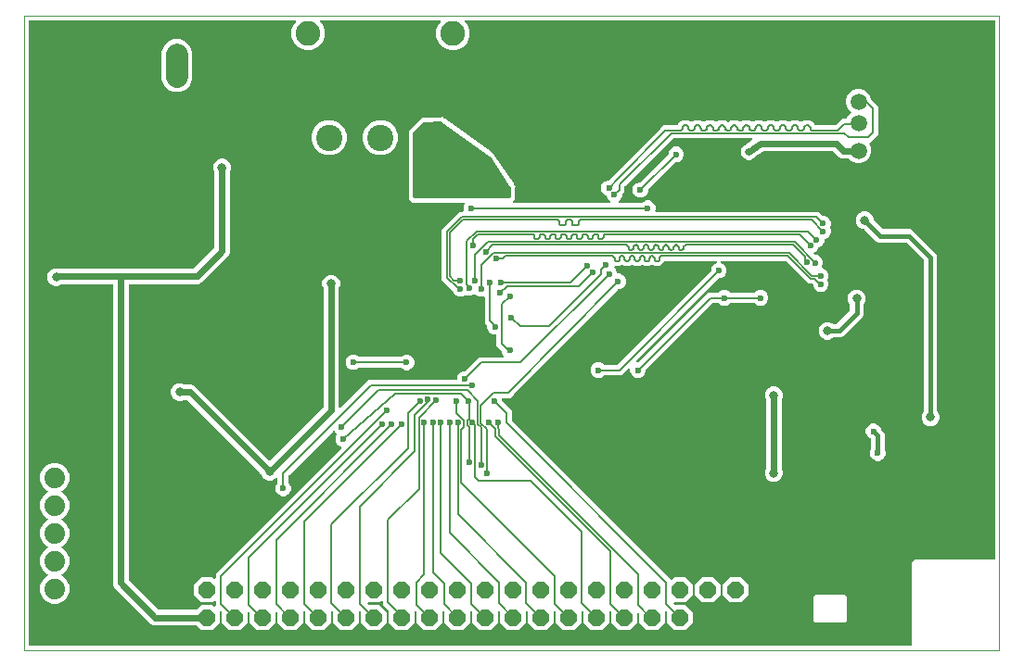
<source format=gbl>
G04 EAGLE Gerber X2 export*
%TF.Part,Single*%
%TF.FileFunction,Other,Bottom Layer Cooper*%
%TF.FilePolarity,Positive*%
%TF.GenerationSoftware,Autodesk,EAGLE,9.0.0*%
%TF.CreationDate,2018-10-20T03:45:28Z*%
G75*
%MOMM*%
%FSLAX34Y34*%
%LPD*%
%AMOC8*
5,1,8,0,0,1.08239X$1,22.5*%
G01*
%ADD10C,0.000000*%
%ADD11C,2.000000*%
%ADD12C,2.400000*%
%ADD13C,2.250000*%
%ADD14C,1.879600*%
%ADD15P,1.649562X8X22.500000*%
%ADD16C,2.030000*%
%ADD17C,1.500000*%
%ADD18C,3.580000*%
%ADD19C,0.600000*%
%ADD20C,0.127000*%
%ADD21C,0.406400*%
%ADD22C,0.200000*%
%ADD23C,0.609600*%
%ADD24C,0.800000*%
%ADD25C,0.654000*%

G36*
X919158Y144074D02*
X919158Y144074D01*
X919222Y144073D01*
X919297Y144094D01*
X919373Y144105D01*
X919432Y144131D01*
X919494Y144148D01*
X919560Y144189D01*
X919630Y144221D01*
X919679Y144263D01*
X919734Y144296D01*
X919786Y144354D01*
X919844Y144404D01*
X919880Y144458D01*
X919923Y144506D01*
X919956Y144575D01*
X919999Y144640D01*
X920018Y144702D01*
X920046Y144759D01*
X920057Y144829D01*
X920081Y144910D01*
X920082Y144995D01*
X920093Y145064D01*
X920093Y220192D01*
X922474Y222573D01*
X994936Y222573D01*
X995000Y222582D01*
X995064Y222581D01*
X995139Y222602D01*
X995215Y222613D01*
X995274Y222639D01*
X995336Y222656D01*
X995402Y222697D01*
X995472Y222729D01*
X995521Y222771D01*
X995576Y222804D01*
X995628Y222862D01*
X995686Y222912D01*
X995722Y222966D01*
X995765Y223014D01*
X995798Y223083D01*
X995841Y223148D01*
X995860Y223210D01*
X995888Y223267D01*
X995899Y223337D01*
X995923Y223418D01*
X995924Y223503D01*
X995935Y223572D01*
X995935Y714936D01*
X995926Y715000D01*
X995927Y715064D01*
X995906Y715139D01*
X995895Y715215D01*
X995869Y715274D01*
X995852Y715336D01*
X995811Y715402D01*
X995779Y715472D01*
X995737Y715521D01*
X995704Y715576D01*
X995646Y715628D01*
X995596Y715686D01*
X995542Y715722D01*
X995494Y715765D01*
X995425Y715798D01*
X995360Y715841D01*
X995298Y715860D01*
X995241Y715888D01*
X995171Y715899D01*
X995090Y715923D01*
X995005Y715924D01*
X994936Y715935D01*
X513085Y715935D01*
X513053Y715931D01*
X513021Y715933D01*
X512914Y715911D01*
X512806Y715895D01*
X512777Y715882D01*
X512745Y715876D01*
X512649Y715824D01*
X512549Y715779D01*
X512525Y715758D01*
X512496Y715743D01*
X512418Y715667D01*
X512335Y715596D01*
X512317Y715569D01*
X512294Y715546D01*
X512240Y715451D01*
X512181Y715360D01*
X512171Y715329D01*
X512155Y715301D01*
X512130Y715195D01*
X512098Y715090D01*
X512098Y715058D01*
X512090Y715027D01*
X512096Y714917D01*
X512094Y714808D01*
X512103Y714777D01*
X512105Y714745D01*
X512140Y714642D01*
X512170Y714536D01*
X512187Y714509D01*
X512197Y714478D01*
X512250Y714405D01*
X512318Y714296D01*
X512354Y714264D01*
X512379Y714229D01*
X514133Y712475D01*
X516465Y706846D01*
X516465Y700754D01*
X514133Y695125D01*
X509825Y690817D01*
X504196Y688485D01*
X498104Y688485D01*
X492475Y690817D01*
X488167Y695125D01*
X485835Y700754D01*
X485835Y706846D01*
X488167Y712475D01*
X489921Y714229D01*
X489940Y714255D01*
X489965Y714276D01*
X490025Y714368D01*
X490090Y714455D01*
X490102Y714485D01*
X490119Y714512D01*
X490151Y714617D01*
X490190Y714719D01*
X490192Y714751D01*
X490202Y714782D01*
X490203Y714891D01*
X490212Y715000D01*
X490205Y715032D01*
X490206Y715064D01*
X490176Y715169D01*
X490154Y715276D01*
X490139Y715305D01*
X490130Y715336D01*
X490073Y715429D01*
X490022Y715525D01*
X489999Y715548D01*
X489982Y715576D01*
X489901Y715649D01*
X489825Y715727D01*
X489797Y715743D01*
X489773Y715765D01*
X489675Y715812D01*
X489580Y715866D01*
X489548Y715874D01*
X489519Y715888D01*
X489430Y715902D01*
X489305Y715931D01*
X489257Y715929D01*
X489215Y715935D01*
X380985Y715935D01*
X380953Y715931D01*
X380921Y715933D01*
X380814Y715911D01*
X380706Y715895D01*
X380677Y715882D01*
X380645Y715876D01*
X380549Y715824D01*
X380449Y715779D01*
X380425Y715758D01*
X380396Y715743D01*
X380318Y715667D01*
X380235Y715596D01*
X380217Y715569D01*
X380194Y715546D01*
X380140Y715451D01*
X380081Y715360D01*
X380071Y715329D01*
X380055Y715301D01*
X380030Y715195D01*
X379998Y715090D01*
X379998Y715058D01*
X379990Y715027D01*
X379996Y714917D01*
X379994Y714808D01*
X380003Y714777D01*
X380005Y714745D01*
X380040Y714642D01*
X380070Y714536D01*
X380087Y714509D01*
X380097Y714478D01*
X380150Y714405D01*
X380218Y714296D01*
X380254Y714264D01*
X380279Y714229D01*
X382033Y712475D01*
X384365Y706846D01*
X384365Y700754D01*
X382033Y695125D01*
X377725Y690817D01*
X372096Y688485D01*
X366004Y688485D01*
X360375Y690817D01*
X356067Y695125D01*
X353735Y700754D01*
X353735Y706846D01*
X356067Y712475D01*
X357821Y714229D01*
X357840Y714255D01*
X357865Y714276D01*
X357925Y714368D01*
X357990Y714455D01*
X358002Y714485D01*
X358019Y714512D01*
X358051Y714617D01*
X358090Y714719D01*
X358092Y714751D01*
X358102Y714782D01*
X358103Y714891D01*
X358112Y715000D01*
X358105Y715032D01*
X358106Y715064D01*
X358076Y715169D01*
X358054Y715276D01*
X358039Y715305D01*
X358030Y715336D01*
X357973Y715429D01*
X357922Y715525D01*
X357899Y715548D01*
X357882Y715576D01*
X357801Y715649D01*
X357725Y715727D01*
X357697Y715743D01*
X357673Y715765D01*
X357575Y715812D01*
X357480Y715866D01*
X357448Y715874D01*
X357419Y715888D01*
X357330Y715902D01*
X357205Y715931D01*
X357157Y715929D01*
X357115Y715935D01*
X115064Y715935D01*
X115000Y715926D01*
X114936Y715927D01*
X114861Y715906D01*
X114785Y715895D01*
X114726Y715869D01*
X114664Y715852D01*
X114598Y715811D01*
X114528Y715779D01*
X114479Y715737D01*
X114424Y715704D01*
X114372Y715646D01*
X114314Y715596D01*
X114278Y715542D01*
X114235Y715494D01*
X114202Y715425D01*
X114159Y715360D01*
X114140Y715298D01*
X114112Y715241D01*
X114101Y715171D01*
X114077Y715090D01*
X114076Y715005D01*
X114065Y714936D01*
X114065Y145064D01*
X114074Y145000D01*
X114073Y144936D01*
X114094Y144861D01*
X114105Y144785D01*
X114131Y144726D01*
X114148Y144664D01*
X114189Y144598D01*
X114221Y144528D01*
X114263Y144479D01*
X114296Y144424D01*
X114354Y144372D01*
X114404Y144314D01*
X114458Y144278D01*
X114506Y144235D01*
X114575Y144202D01*
X114640Y144159D01*
X114702Y144140D01*
X114759Y144112D01*
X114829Y144101D01*
X114910Y144077D01*
X114995Y144076D01*
X115064Y144065D01*
X919094Y144065D01*
X919158Y144074D01*
G37*
%LPC*%
G36*
X271660Y158115D02*
X271660Y158115D01*
X267381Y162395D01*
X267304Y162452D01*
X267233Y162517D01*
X267192Y162537D01*
X267155Y162564D01*
X267065Y162598D01*
X266979Y162640D01*
X266937Y162646D01*
X266891Y162663D01*
X266764Y162673D01*
X266674Y162687D01*
X228073Y162687D01*
X225459Y163770D01*
X191970Y197259D01*
X190887Y199873D01*
X190887Y473726D01*
X190878Y473790D01*
X190879Y473854D01*
X190858Y473929D01*
X190847Y474005D01*
X190821Y474064D01*
X190804Y474126D01*
X190763Y474192D01*
X190731Y474262D01*
X190689Y474311D01*
X190656Y474366D01*
X190598Y474418D01*
X190548Y474476D01*
X190494Y474512D01*
X190446Y474555D01*
X190377Y474588D01*
X190312Y474631D01*
X190250Y474650D01*
X190193Y474678D01*
X190123Y474689D01*
X190042Y474713D01*
X189957Y474714D01*
X189888Y474725D01*
X144678Y474725D01*
X144583Y474712D01*
X144487Y474707D01*
X144444Y474692D01*
X144399Y474685D01*
X144312Y474646D01*
X144221Y474614D01*
X144186Y474589D01*
X144142Y474569D01*
X144045Y474486D01*
X143972Y474433D01*
X143568Y474029D01*
X140604Y472801D01*
X137396Y472801D01*
X134432Y474029D01*
X132163Y476298D01*
X130935Y479262D01*
X130935Y482470D01*
X132163Y485434D01*
X134432Y487703D01*
X137396Y488931D01*
X138310Y488931D01*
X138352Y488937D01*
X138393Y488934D01*
X138461Y488951D01*
X264356Y488951D01*
X264451Y488964D01*
X264547Y488969D01*
X264590Y488984D01*
X264635Y488991D01*
X264723Y489030D01*
X264813Y489062D01*
X264848Y489087D01*
X264892Y489107D01*
X264989Y489190D01*
X265062Y489243D01*
X283103Y507284D01*
X283160Y507360D01*
X283225Y507432D01*
X283245Y507473D01*
X283272Y507509D01*
X283306Y507599D01*
X283348Y507686D01*
X283354Y507728D01*
X283371Y507773D01*
X283381Y507901D01*
X283395Y507990D01*
X283395Y576899D01*
X283389Y576940D01*
X283392Y576982D01*
X283372Y577065D01*
X283355Y577178D01*
X283331Y577231D01*
X283319Y577281D01*
X282443Y579396D01*
X282443Y582604D01*
X283671Y585568D01*
X285940Y587837D01*
X288904Y589065D01*
X292112Y589065D01*
X295076Y587837D01*
X297345Y585568D01*
X298573Y582604D01*
X298573Y579396D01*
X297697Y577281D01*
X297686Y577241D01*
X297668Y577203D01*
X297655Y577118D01*
X297627Y577008D01*
X297629Y576949D01*
X297621Y576899D01*
X297621Y503215D01*
X296538Y500601D01*
X271745Y475808D01*
X269131Y474725D01*
X206112Y474725D01*
X206048Y474716D01*
X205984Y474717D01*
X205909Y474696D01*
X205833Y474685D01*
X205774Y474659D01*
X205712Y474642D01*
X205646Y474601D01*
X205576Y474569D01*
X205527Y474527D01*
X205472Y474494D01*
X205420Y474436D01*
X205362Y474386D01*
X205326Y474332D01*
X205283Y474284D01*
X205250Y474215D01*
X205207Y474150D01*
X205188Y474088D01*
X205160Y474031D01*
X205149Y473961D01*
X205125Y473880D01*
X205124Y473795D01*
X205113Y473726D01*
X205113Y204648D01*
X205126Y204553D01*
X205131Y204457D01*
X205146Y204414D01*
X205153Y204369D01*
X205192Y204281D01*
X205224Y204191D01*
X205249Y204156D01*
X205269Y204112D01*
X205352Y204015D01*
X205405Y203942D01*
X232142Y177205D01*
X232218Y177148D01*
X232290Y177083D01*
X232331Y177063D01*
X232367Y177036D01*
X232457Y177002D01*
X232544Y176960D01*
X232586Y176954D01*
X232631Y176937D01*
X232759Y176927D01*
X232848Y176913D01*
X266674Y176913D01*
X266769Y176926D01*
X266865Y176931D01*
X266908Y176946D01*
X266953Y176953D01*
X267041Y176992D01*
X267132Y177024D01*
X267166Y177049D01*
X267210Y177069D01*
X267308Y177152D01*
X267381Y177205D01*
X271660Y181485D01*
X281340Y181485D01*
X282900Y179924D01*
X282926Y179905D01*
X282947Y179880D01*
X283039Y179820D01*
X283126Y179755D01*
X283156Y179744D01*
X283183Y179726D01*
X283288Y179694D01*
X283390Y179655D01*
X283422Y179653D01*
X283453Y179644D01*
X283562Y179642D01*
X283671Y179634D01*
X283703Y179640D01*
X283735Y179640D01*
X283840Y179669D01*
X283947Y179691D01*
X283976Y179706D01*
X284007Y179715D01*
X284100Y179772D01*
X284196Y179824D01*
X284219Y179846D01*
X284247Y179863D01*
X284320Y179944D01*
X284398Y180020D01*
X284414Y180048D01*
X284436Y180072D01*
X284483Y180171D01*
X284537Y180266D01*
X284545Y180297D01*
X284559Y180326D01*
X284573Y180415D01*
X284602Y180540D01*
X284600Y180589D01*
X284606Y180631D01*
X284606Y184369D01*
X284602Y184401D01*
X284604Y184433D01*
X284582Y184540D01*
X284566Y184648D01*
X284553Y184678D01*
X284547Y184709D01*
X284495Y184806D01*
X284450Y184905D01*
X284429Y184930D01*
X284414Y184958D01*
X284338Y185037D01*
X284267Y185120D01*
X284240Y185137D01*
X284217Y185160D01*
X284122Y185214D01*
X284031Y185274D01*
X284000Y185284D01*
X283972Y185299D01*
X283866Y185325D01*
X283761Y185356D01*
X283729Y185357D01*
X283698Y185364D01*
X283588Y185359D01*
X283479Y185360D01*
X283448Y185352D01*
X283416Y185350D01*
X283313Y185314D01*
X283207Y185285D01*
X283180Y185268D01*
X283149Y185258D01*
X283076Y185204D01*
X282967Y185137D01*
X282935Y185101D01*
X282900Y185076D01*
X281340Y183515D01*
X271660Y183515D01*
X264815Y190360D01*
X264815Y200040D01*
X271660Y206885D01*
X281340Y206885D01*
X282900Y205324D01*
X282926Y205305D01*
X282947Y205280D01*
X283039Y205220D01*
X283126Y205155D01*
X283156Y205144D01*
X283183Y205126D01*
X283288Y205094D01*
X283390Y205055D01*
X283422Y205053D01*
X283453Y205044D01*
X283562Y205042D01*
X283671Y205034D01*
X283703Y205040D01*
X283735Y205040D01*
X283840Y205069D01*
X283947Y205091D01*
X283976Y205106D01*
X284007Y205115D01*
X284100Y205172D01*
X284196Y205224D01*
X284219Y205246D01*
X284247Y205263D01*
X284320Y205344D01*
X284398Y205420D01*
X284414Y205448D01*
X284436Y205472D01*
X284483Y205571D01*
X284537Y205666D01*
X284545Y205697D01*
X284559Y205726D01*
X284573Y205815D01*
X284602Y205940D01*
X284600Y205989D01*
X284606Y206031D01*
X284606Y209921D01*
X399263Y324577D01*
X399334Y324672D01*
X399409Y324764D01*
X399418Y324785D01*
X399432Y324803D01*
X399474Y324914D01*
X399521Y325023D01*
X399524Y325045D01*
X399532Y325067D01*
X399541Y325185D01*
X399555Y325303D01*
X399552Y325325D01*
X399553Y325348D01*
X399529Y325464D01*
X399510Y325581D01*
X399500Y325602D01*
X399496Y325624D01*
X399440Y325729D01*
X399389Y325836D01*
X399374Y325853D01*
X399363Y325873D01*
X399281Y325958D01*
X399202Y326047D01*
X399183Y326058D01*
X399167Y326075D01*
X399005Y326167D01*
X398939Y326207D01*
X396998Y327011D01*
X395011Y328998D01*
X393935Y331595D01*
X393935Y334405D01*
X395043Y337081D01*
X395073Y337121D01*
X395096Y337181D01*
X395128Y337237D01*
X395146Y337312D01*
X395173Y337384D01*
X395178Y337449D01*
X395193Y337511D01*
X395189Y337589D01*
X395195Y337666D01*
X395182Y337729D01*
X395179Y337793D01*
X395153Y337866D01*
X395138Y337942D01*
X395107Y337999D01*
X395086Y338060D01*
X395045Y338116D01*
X395005Y338191D01*
X394946Y338252D01*
X394904Y338309D01*
X393253Y339959D01*
X393236Y339992D01*
X393220Y340009D01*
X393209Y340028D01*
X393122Y340109D01*
X393039Y340194D01*
X393020Y340205D01*
X393003Y340221D01*
X392897Y340275D01*
X392794Y340333D01*
X392772Y340339D01*
X392752Y340349D01*
X392635Y340371D01*
X392519Y340398D01*
X392497Y340397D01*
X392474Y340401D01*
X392357Y340390D01*
X392238Y340384D01*
X392216Y340376D01*
X392194Y340374D01*
X392084Y340330D01*
X391971Y340291D01*
X391954Y340279D01*
X391932Y340270D01*
X391784Y340155D01*
X391722Y340110D01*
X351669Y300057D01*
X351612Y299980D01*
X351547Y299909D01*
X351527Y299868D01*
X351500Y299831D01*
X351466Y299741D01*
X351424Y299655D01*
X351418Y299613D01*
X351401Y299567D01*
X351391Y299440D01*
X351377Y299350D01*
X351377Y293146D01*
X351390Y293051D01*
X351395Y292955D01*
X351410Y292912D01*
X351417Y292867D01*
X351456Y292780D01*
X351488Y292689D01*
X351513Y292654D01*
X351533Y292610D01*
X351616Y292513D01*
X351669Y292440D01*
X352301Y291808D01*
X353377Y289211D01*
X353377Y286401D01*
X352301Y283804D01*
X350314Y281817D01*
X347717Y280741D01*
X344907Y280741D01*
X342310Y281817D01*
X340323Y283804D01*
X339247Y286401D01*
X339247Y289211D01*
X340323Y291808D01*
X340955Y292440D01*
X341012Y292516D01*
X341077Y292588D01*
X341097Y292629D01*
X341124Y292665D01*
X341158Y292755D01*
X341200Y292842D01*
X341206Y292884D01*
X341223Y292929D01*
X341233Y293057D01*
X341247Y293146D01*
X341247Y296430D01*
X341243Y296462D01*
X341245Y296494D01*
X341223Y296601D01*
X341207Y296709D01*
X341194Y296738D01*
X341188Y296770D01*
X341136Y296866D01*
X341091Y296966D01*
X341070Y296990D01*
X341055Y297019D01*
X340979Y297097D01*
X340908Y297180D01*
X340881Y297198D01*
X340858Y297221D01*
X340763Y297275D01*
X340672Y297335D01*
X340641Y297344D01*
X340613Y297360D01*
X340507Y297385D01*
X340402Y297417D01*
X340370Y297417D01*
X340339Y297425D01*
X340229Y297419D01*
X340120Y297421D01*
X340089Y297412D01*
X340057Y297410D01*
X339954Y297375D01*
X339848Y297345D01*
X339821Y297329D01*
X339790Y297318D01*
X339717Y297265D01*
X339608Y297197D01*
X339576Y297161D01*
X339541Y297136D01*
X338568Y296163D01*
X335604Y294935D01*
X332396Y294935D01*
X329432Y296163D01*
X327163Y298432D01*
X326287Y300546D01*
X326266Y300582D01*
X326252Y300622D01*
X326201Y300691D01*
X326144Y300789D01*
X326101Y300829D01*
X326071Y300871D01*
X258426Y368515D01*
X258350Y368572D01*
X258278Y368637D01*
X258237Y368657D01*
X258201Y368684D01*
X258111Y368718D01*
X258024Y368760D01*
X257982Y368766D01*
X257937Y368783D01*
X257809Y368793D01*
X257720Y368807D01*
X255815Y368807D01*
X255774Y368801D01*
X255732Y368804D01*
X255649Y368784D01*
X255536Y368767D01*
X255483Y368743D01*
X255433Y368731D01*
X253318Y367855D01*
X250110Y367855D01*
X247146Y369083D01*
X244877Y371352D01*
X243649Y374316D01*
X243649Y377524D01*
X244877Y380488D01*
X247146Y382757D01*
X250110Y383985D01*
X253318Y383985D01*
X255433Y383109D01*
X255473Y383098D01*
X255511Y383080D01*
X255596Y383067D01*
X255706Y383039D01*
X255765Y383041D01*
X255815Y383033D01*
X262495Y383033D01*
X265109Y381950D01*
X333293Y313766D01*
X333345Y313727D01*
X333390Y313681D01*
X333457Y313643D01*
X333519Y313596D01*
X333579Y313574D01*
X333635Y313542D01*
X333710Y313524D01*
X333783Y313497D01*
X333847Y313492D01*
X333909Y313477D01*
X333987Y313481D01*
X334064Y313475D01*
X334127Y313488D01*
X334191Y313491D01*
X334264Y313517D01*
X334340Y313533D01*
X334397Y313563D01*
X334458Y313584D01*
X334514Y313625D01*
X334589Y313665D01*
X334650Y313724D01*
X334707Y313766D01*
X382595Y361654D01*
X382652Y361730D01*
X382717Y361802D01*
X382737Y361843D01*
X382764Y361879D01*
X382798Y361969D01*
X382840Y362056D01*
X382846Y362098D01*
X382863Y362143D01*
X382873Y362271D01*
X382887Y362360D01*
X382887Y470899D01*
X382881Y470940D01*
X382884Y470982D01*
X382864Y471065D01*
X382847Y471178D01*
X382823Y471231D01*
X382811Y471281D01*
X381935Y473396D01*
X381935Y476604D01*
X383163Y479568D01*
X385432Y481837D01*
X388396Y483065D01*
X391604Y483065D01*
X394568Y481837D01*
X396837Y479568D01*
X398065Y476604D01*
X398065Y473396D01*
X397189Y471281D01*
X397178Y471241D01*
X397160Y471203D01*
X397147Y471118D01*
X397119Y471008D01*
X397121Y470949D01*
X397113Y470899D01*
X397113Y362238D01*
X397117Y362206D01*
X397115Y362174D01*
X397137Y362067D01*
X397153Y361959D01*
X397166Y361929D01*
X397172Y361898D01*
X397224Y361801D01*
X397269Y361702D01*
X397290Y361677D01*
X397305Y361649D01*
X397381Y361570D01*
X397452Y361487D01*
X397479Y361470D01*
X397502Y361447D01*
X397597Y361393D01*
X397688Y361333D01*
X397719Y361323D01*
X397747Y361308D01*
X397854Y361282D01*
X397958Y361250D01*
X397990Y361250D01*
X398021Y361243D01*
X398131Y361248D01*
X398240Y361247D01*
X398271Y361255D01*
X398303Y361257D01*
X398406Y361293D01*
X398512Y361322D01*
X398539Y361339D01*
X398570Y361349D01*
X398643Y361403D01*
X398752Y361470D01*
X398784Y361506D01*
X398819Y361531D01*
X424352Y387065D01*
X503936Y387065D01*
X504000Y387074D01*
X504064Y387073D01*
X504139Y387094D01*
X504215Y387105D01*
X504274Y387131D01*
X504336Y387148D01*
X504402Y387189D01*
X504472Y387221D01*
X504521Y387263D01*
X504576Y387296D01*
X504628Y387354D01*
X504686Y387404D01*
X504722Y387458D01*
X504765Y387506D01*
X504798Y387575D01*
X504841Y387640D01*
X504860Y387702D01*
X504888Y387759D01*
X504899Y387829D01*
X504923Y387910D01*
X504924Y387995D01*
X504935Y388064D01*
X504935Y389405D01*
X506011Y392002D01*
X507998Y393989D01*
X510595Y395065D01*
X512004Y395065D01*
X512099Y395078D01*
X512196Y395083D01*
X512239Y395098D01*
X512284Y395105D01*
X512371Y395144D01*
X512462Y395176D01*
X512496Y395201D01*
X512541Y395221D01*
X512638Y395304D01*
X512711Y395357D01*
X525053Y407700D01*
X546897Y407700D01*
X546929Y407704D01*
X546961Y407702D01*
X547068Y407724D01*
X547176Y407740D01*
X547205Y407753D01*
X547237Y407759D01*
X547333Y407811D01*
X547433Y407856D01*
X547457Y407877D01*
X547486Y407892D01*
X547564Y407968D01*
X547647Y408039D01*
X547665Y408066D01*
X547688Y408089D01*
X547742Y408183D01*
X547802Y408275D01*
X547811Y408306D01*
X547827Y408334D01*
X547852Y408440D01*
X547884Y408545D01*
X547885Y408577D01*
X547892Y408608D01*
X547886Y408718D01*
X547888Y408827D01*
X547879Y408858D01*
X547878Y408890D01*
X547842Y408993D01*
X547813Y409099D01*
X547796Y409126D01*
X547785Y409157D01*
X547732Y409230D01*
X547665Y409339D01*
X547629Y409371D01*
X547603Y409406D01*
X547011Y409998D01*
X545935Y412595D01*
X545935Y412712D01*
X545922Y412807D01*
X545917Y412904D01*
X545902Y412947D01*
X545895Y412992D01*
X545856Y413079D01*
X545824Y413170D01*
X545799Y413204D01*
X545779Y413249D01*
X545696Y413346D01*
X545643Y413419D01*
X540892Y418169D01*
X540892Y427468D01*
X540883Y427531D01*
X540884Y427596D01*
X540863Y427670D01*
X540852Y427747D01*
X540826Y427805D01*
X540809Y427867D01*
X540768Y427933D01*
X540736Y428004D01*
X540694Y428053D01*
X540661Y428107D01*
X540603Y428159D01*
X540553Y428218D01*
X540499Y428253D01*
X540451Y428296D01*
X540382Y428330D01*
X540317Y428373D01*
X540255Y428391D01*
X540198Y428419D01*
X540128Y428430D01*
X540047Y428455D01*
X539962Y428456D01*
X539893Y428467D01*
X538126Y428467D01*
X535530Y429542D01*
X533542Y431530D01*
X532467Y434126D01*
X532467Y436473D01*
X532453Y436568D01*
X532448Y436664D01*
X532433Y436707D01*
X532427Y436752D01*
X532388Y436839D01*
X532356Y436930D01*
X532331Y436965D01*
X532311Y437009D01*
X532228Y437106D01*
X532174Y437179D01*
X530300Y439053D01*
X530300Y462225D01*
X530284Y462342D01*
X530272Y462460D01*
X530264Y462481D01*
X530260Y462504D01*
X530212Y462612D01*
X530168Y462722D01*
X530154Y462740D01*
X530144Y462761D01*
X530067Y462851D01*
X529994Y462944D01*
X529976Y462958D01*
X529961Y462975D01*
X529861Y463040D01*
X529765Y463109D01*
X529744Y463117D01*
X529725Y463130D01*
X529611Y463164D01*
X529500Y463204D01*
X529477Y463205D01*
X529455Y463212D01*
X529337Y463214D01*
X529218Y463221D01*
X529197Y463215D01*
X529173Y463216D01*
X528994Y463166D01*
X528919Y463148D01*
X528405Y462935D01*
X525595Y462935D01*
X522998Y464011D01*
X521707Y465302D01*
X521655Y465341D01*
X521610Y465387D01*
X521543Y465425D01*
X521481Y465472D01*
X521421Y465494D01*
X521365Y465526D01*
X521290Y465544D01*
X521217Y465571D01*
X521153Y465576D01*
X521091Y465591D01*
X521013Y465587D01*
X520936Y465593D01*
X520873Y465580D01*
X520809Y465577D01*
X520736Y465551D01*
X520660Y465535D01*
X520603Y465505D01*
X520542Y465484D01*
X520486Y465443D01*
X520411Y465403D01*
X520350Y465344D01*
X520293Y465302D01*
X520002Y465011D01*
X517405Y463935D01*
X514595Y463935D01*
X513067Y464568D01*
X513057Y464571D01*
X513049Y464575D01*
X512921Y464606D01*
X512793Y464638D01*
X512784Y464638D01*
X512775Y464640D01*
X512642Y464633D01*
X512512Y464629D01*
X512503Y464626D01*
X512493Y464626D01*
X512369Y464583D01*
X512243Y464542D01*
X512236Y464536D01*
X512227Y464533D01*
X512165Y464488D01*
X512010Y464383D01*
X512006Y464377D01*
X509405Y463300D01*
X506595Y463300D01*
X503998Y464376D01*
X502011Y466363D01*
X501515Y467561D01*
X501491Y467600D01*
X501478Y467639D01*
X501074Y468418D01*
X500910Y468647D01*
X500900Y468655D01*
X500894Y468664D01*
X494076Y475482D01*
X491030Y478527D01*
X491030Y524473D01*
X507257Y540700D01*
X510225Y540700D01*
X510342Y540716D01*
X510460Y540728D01*
X510481Y540736D01*
X510504Y540740D01*
X510612Y540788D01*
X510722Y540832D01*
X510740Y540846D01*
X510761Y540856D01*
X510851Y540933D01*
X510944Y541006D01*
X510958Y541024D01*
X510975Y541039D01*
X511040Y541139D01*
X511109Y541235D01*
X511117Y541256D01*
X511130Y541275D01*
X511164Y541389D01*
X511204Y541500D01*
X511205Y541523D01*
X511212Y541545D01*
X511214Y541663D01*
X511221Y541782D01*
X511215Y541803D01*
X511216Y541827D01*
X511166Y542006D01*
X511148Y542081D01*
X510935Y542595D01*
X510935Y545405D01*
X511949Y547854D01*
X511979Y547968D01*
X512014Y548082D01*
X512014Y548105D01*
X512019Y548127D01*
X512016Y548245D01*
X512017Y548364D01*
X512011Y548386D01*
X512010Y548409D01*
X511974Y548521D01*
X511942Y548636D01*
X511930Y548655D01*
X511923Y548677D01*
X511856Y548775D01*
X511794Y548876D01*
X511777Y548891D01*
X511764Y548910D01*
X511673Y548985D01*
X511585Y549065D01*
X511564Y549075D01*
X511546Y549089D01*
X511437Y549136D01*
X511331Y549188D01*
X511309Y549191D01*
X511287Y549201D01*
X511103Y549223D01*
X511026Y549235D01*
X468812Y549235D01*
X468717Y549222D01*
X468621Y549217D01*
X468578Y549202D01*
X468533Y549195D01*
X468445Y549156D01*
X468354Y549124D01*
X468320Y549099D01*
X468276Y549079D01*
X468178Y548996D01*
X468105Y548943D01*
X467998Y548835D01*
X463802Y548835D01*
X460835Y551802D01*
X460835Y614698D01*
X471264Y625126D01*
X471272Y625137D01*
X471281Y625145D01*
X472726Y626665D01*
X474822Y626665D01*
X474836Y626667D01*
X474848Y626665D01*
X489962Y627053D01*
X490034Y627065D01*
X490096Y627065D01*
X491764Y627334D01*
X491806Y627304D01*
X491831Y627291D01*
X491854Y627272D01*
X491956Y627225D01*
X492055Y627173D01*
X492084Y627167D01*
X492111Y627155D01*
X492201Y627143D01*
X492332Y627117D01*
X492377Y627121D01*
X492416Y627116D01*
X492467Y627117D01*
X493693Y625953D01*
X493752Y625911D01*
X493796Y625867D01*
X536277Y595192D01*
X536333Y595162D01*
X536383Y595125D01*
X536450Y595101D01*
X536527Y595061D01*
X536608Y595044D01*
X536674Y595021D01*
X537416Y594878D01*
X537992Y594028D01*
X538005Y594013D01*
X538015Y593996D01*
X538079Y593932D01*
X538181Y593820D01*
X538211Y593801D01*
X538234Y593779D01*
X539066Y593178D01*
X539186Y592432D01*
X539205Y592371D01*
X539214Y592309D01*
X539244Y592245D01*
X539270Y592162D01*
X539316Y592093D01*
X539346Y592030D01*
X556769Y566319D01*
X556841Y566240D01*
X556890Y566173D01*
X557965Y565098D01*
X557965Y564861D01*
X557965Y564860D01*
X557965Y564858D01*
X557986Y564715D01*
X558005Y564582D01*
X558005Y564581D01*
X558005Y564579D01*
X558016Y564557D01*
X558121Y564325D01*
X558131Y564313D01*
X558137Y564301D01*
X558270Y564105D01*
X557983Y562611D01*
X557978Y562505D01*
X557965Y562423D01*
X557965Y556912D01*
X557978Y556817D01*
X557983Y556721D01*
X557998Y556678D01*
X558005Y556633D01*
X558044Y556545D01*
X558065Y556486D01*
X558065Y552202D01*
X556268Y550406D01*
X556249Y550380D01*
X556224Y550359D01*
X556164Y550267D01*
X556099Y550180D01*
X556088Y550150D01*
X556070Y550123D01*
X556038Y550018D01*
X555999Y549916D01*
X555997Y549884D01*
X555987Y549853D01*
X555986Y549744D01*
X555978Y549635D01*
X555984Y549603D01*
X555984Y549571D01*
X556013Y549466D01*
X556035Y549359D01*
X556050Y549330D01*
X556059Y549299D01*
X556116Y549206D01*
X556168Y549110D01*
X556190Y549087D01*
X556207Y549059D01*
X556288Y548986D01*
X556364Y548908D01*
X556392Y548892D01*
X556416Y548870D01*
X556515Y548823D01*
X556610Y548769D01*
X556641Y548761D01*
X556670Y548747D01*
X556759Y548733D01*
X556884Y548704D01*
X556933Y548706D01*
X556975Y548700D01*
X643873Y548700D01*
X643905Y548704D01*
X643937Y548702D01*
X644044Y548724D01*
X644152Y548740D01*
X644181Y548753D01*
X644213Y548759D01*
X644309Y548811D01*
X644409Y548856D01*
X644434Y548877D01*
X644462Y548892D01*
X644540Y548968D01*
X644623Y549039D01*
X644641Y549066D01*
X644664Y549089D01*
X644718Y549184D01*
X644778Y549275D01*
X644787Y549306D01*
X644803Y549334D01*
X644828Y549440D01*
X644860Y549545D01*
X644861Y549577D01*
X644868Y549608D01*
X644862Y549718D01*
X644864Y549827D01*
X644855Y549858D01*
X644854Y549890D01*
X644818Y549993D01*
X644789Y550099D01*
X644772Y550126D01*
X644761Y550157D01*
X644708Y550230D01*
X644641Y550339D01*
X644605Y550371D01*
X644579Y550406D01*
X642473Y552512D01*
X641367Y555182D01*
X641357Y555248D01*
X641354Y555257D01*
X641352Y555266D01*
X641296Y555385D01*
X641241Y555505D01*
X641235Y555512D01*
X641231Y555521D01*
X641143Y555619D01*
X641058Y555719D01*
X641050Y555724D01*
X641044Y555732D01*
X640978Y555772D01*
X640822Y555874D01*
X640799Y555881D01*
X640780Y555892D01*
X639634Y556367D01*
X637647Y558354D01*
X636571Y560951D01*
X636571Y563761D01*
X637647Y566358D01*
X639634Y568345D01*
X642231Y569421D01*
X643640Y569421D01*
X643735Y569434D01*
X643832Y569439D01*
X643875Y569454D01*
X643920Y569461D01*
X644007Y569500D01*
X644098Y569532D01*
X644132Y569557D01*
X644177Y569577D01*
X644274Y569660D01*
X644347Y569713D01*
X648665Y574032D01*
X648670Y574038D01*
X648676Y574042D01*
X690216Y616804D01*
X690268Y616876D01*
X690328Y616942D01*
X690349Y616985D01*
X691846Y618482D01*
X691850Y618488D01*
X691856Y618492D01*
X693211Y619888D01*
X695156Y619888D01*
X695164Y619889D01*
X695171Y619888D01*
X697280Y619918D01*
X697307Y619909D01*
X697424Y619901D01*
X697510Y619888D01*
X705746Y619888D01*
X705830Y619900D01*
X705916Y619902D01*
X705969Y619920D01*
X706025Y619928D01*
X706103Y619963D01*
X706184Y619989D01*
X706231Y620021D01*
X706282Y620044D01*
X706347Y620099D01*
X706418Y620147D01*
X706450Y620188D01*
X706496Y620227D01*
X706558Y620321D01*
X706611Y620387D01*
X707883Y622591D01*
X710765Y624255D01*
X710907Y624366D01*
X710972Y624413D01*
X711004Y624446D01*
X716006Y624446D01*
X716038Y624413D01*
X716183Y624305D01*
X716245Y624255D01*
X718558Y622919D01*
X718638Y622887D01*
X718713Y622847D01*
X718768Y622835D01*
X718820Y622814D01*
X718905Y622805D01*
X718989Y622788D01*
X719045Y622792D01*
X719101Y622786D01*
X719185Y622802D01*
X719270Y622808D01*
X719319Y622827D01*
X719378Y622838D01*
X719478Y622888D01*
X719558Y622919D01*
X721871Y624255D01*
X722013Y624366D01*
X722078Y624413D01*
X722110Y624446D01*
X727112Y624446D01*
X727144Y624413D01*
X727289Y624305D01*
X727351Y624255D01*
X729664Y622919D01*
X729744Y622887D01*
X729819Y622847D01*
X729874Y622835D01*
X729926Y622814D01*
X730011Y622805D01*
X730095Y622788D01*
X730151Y622792D01*
X730207Y622786D01*
X730291Y622802D01*
X730376Y622808D01*
X730425Y622827D01*
X730484Y622838D01*
X730584Y622888D01*
X730664Y622919D01*
X732977Y624255D01*
X733119Y624366D01*
X733184Y624413D01*
X733216Y624446D01*
X738218Y624446D01*
X738250Y624413D01*
X738395Y624305D01*
X738457Y624255D01*
X740770Y622919D01*
X740850Y622887D01*
X740925Y622847D01*
X740980Y622835D01*
X741032Y622814D01*
X741117Y622805D01*
X741201Y622788D01*
X741257Y622792D01*
X741313Y622786D01*
X741397Y622802D01*
X741482Y622808D01*
X741531Y622827D01*
X741590Y622838D01*
X741690Y622888D01*
X741770Y622919D01*
X744083Y624255D01*
X744225Y624366D01*
X744290Y624413D01*
X744322Y624446D01*
X749324Y624446D01*
X749356Y624413D01*
X749501Y624305D01*
X749563Y624255D01*
X751876Y622919D01*
X751956Y622887D01*
X752031Y622847D01*
X752086Y622835D01*
X752138Y622814D01*
X752223Y622805D01*
X752307Y622788D01*
X752363Y622792D01*
X752419Y622786D01*
X752503Y622802D01*
X752588Y622808D01*
X752637Y622827D01*
X752696Y622838D01*
X752796Y622888D01*
X752876Y622919D01*
X755189Y624255D01*
X755331Y624366D01*
X755396Y624413D01*
X755428Y624446D01*
X760430Y624446D01*
X760462Y624413D01*
X760606Y624305D01*
X760669Y624255D01*
X762982Y622919D01*
X763062Y622887D01*
X763137Y622847D01*
X763192Y622835D01*
X763244Y622814D01*
X763329Y622805D01*
X763413Y622788D01*
X763469Y622792D01*
X763525Y622786D01*
X763609Y622802D01*
X763694Y622808D01*
X763743Y622827D01*
X763802Y622838D01*
X763902Y622888D01*
X763982Y622919D01*
X766295Y624255D01*
X766437Y624366D01*
X766502Y624413D01*
X766534Y624446D01*
X771536Y624446D01*
X771568Y624413D01*
X771713Y624305D01*
X771775Y624255D01*
X774088Y622919D01*
X774168Y622887D01*
X774243Y622847D01*
X774298Y622835D01*
X774350Y622814D01*
X774435Y622805D01*
X774519Y622788D01*
X774575Y622792D01*
X774631Y622786D01*
X774715Y622802D01*
X774800Y622808D01*
X774849Y622827D01*
X774908Y622838D01*
X775008Y622888D01*
X775088Y622919D01*
X777401Y624255D01*
X777543Y624366D01*
X777608Y624413D01*
X777640Y624446D01*
X782642Y624446D01*
X782674Y624413D01*
X782819Y624305D01*
X782881Y624255D01*
X785194Y622919D01*
X785274Y622887D01*
X785349Y622847D01*
X785404Y622835D01*
X785456Y622814D01*
X785541Y622805D01*
X785625Y622788D01*
X785681Y622792D01*
X785737Y622786D01*
X785821Y622802D01*
X785906Y622808D01*
X785955Y622827D01*
X786014Y622838D01*
X786114Y622888D01*
X786194Y622919D01*
X788507Y624255D01*
X788649Y624366D01*
X788714Y624413D01*
X788746Y624446D01*
X793748Y624446D01*
X793780Y624413D01*
X793925Y624305D01*
X793987Y624255D01*
X796300Y622919D01*
X796380Y622887D01*
X796455Y622847D01*
X796510Y622835D01*
X796562Y622814D01*
X796647Y622805D01*
X796731Y622788D01*
X796787Y622792D01*
X796843Y622786D01*
X796927Y622802D01*
X797012Y622808D01*
X797061Y622827D01*
X797120Y622838D01*
X797220Y622888D01*
X797300Y622919D01*
X799613Y624255D01*
X799755Y624366D01*
X799820Y624413D01*
X799852Y624446D01*
X804854Y624446D01*
X804886Y624413D01*
X805031Y624305D01*
X805093Y624255D01*
X807406Y622919D01*
X807486Y622887D01*
X807561Y622847D01*
X807616Y622835D01*
X807668Y622814D01*
X807753Y622805D01*
X807837Y622788D01*
X807893Y622792D01*
X807949Y622786D01*
X808033Y622802D01*
X808118Y622808D01*
X808167Y622827D01*
X808226Y622838D01*
X808326Y622888D01*
X808406Y622919D01*
X810719Y624255D01*
X810861Y624366D01*
X810926Y624413D01*
X810958Y624446D01*
X815960Y624446D01*
X815992Y624413D01*
X816137Y624305D01*
X816199Y624255D01*
X818512Y622919D01*
X818592Y622887D01*
X818667Y622847D01*
X818722Y622835D01*
X818774Y622814D01*
X818859Y622805D01*
X818943Y622788D01*
X818999Y622792D01*
X819055Y622786D01*
X819139Y622802D01*
X819224Y622808D01*
X819273Y622827D01*
X819332Y622838D01*
X819432Y622888D01*
X819512Y622919D01*
X821825Y624255D01*
X821967Y624366D01*
X822032Y624413D01*
X822064Y624446D01*
X827066Y624446D01*
X827098Y624413D01*
X827243Y624305D01*
X827305Y624255D01*
X830186Y622591D01*
X831459Y620387D01*
X831511Y620320D01*
X831556Y620247D01*
X831598Y620210D01*
X831633Y620165D01*
X831702Y620116D01*
X831766Y620058D01*
X831816Y620034D01*
X831862Y620001D01*
X831943Y619973D01*
X832020Y619935D01*
X832071Y619927D01*
X832128Y619907D01*
X832240Y619901D01*
X832324Y619888D01*
X850317Y619888D01*
X850412Y619901D01*
X850509Y619906D01*
X850552Y619921D01*
X850597Y619928D01*
X850684Y619967D01*
X850775Y619999D01*
X850809Y620024D01*
X850854Y620044D01*
X850951Y620127D01*
X851024Y620180D01*
X856319Y625476D01*
X859985Y625476D01*
X859994Y625477D01*
X860004Y625476D01*
X860134Y625497D01*
X860264Y625516D01*
X860273Y625519D01*
X860282Y625521D01*
X860402Y625578D01*
X860521Y625632D01*
X860528Y625638D01*
X860537Y625642D01*
X860635Y625730D01*
X860735Y625815D01*
X860740Y625823D01*
X860747Y625829D01*
X860787Y625895D01*
X860890Y626051D01*
X860897Y626074D01*
X860908Y626093D01*
X861696Y627995D01*
X864438Y630737D01*
X864477Y630789D01*
X864523Y630834D01*
X864561Y630901D01*
X864608Y630963D01*
X864630Y631023D01*
X864662Y631079D01*
X864680Y631154D01*
X864707Y631227D01*
X864712Y631291D01*
X864727Y631353D01*
X864723Y631431D01*
X864729Y631508D01*
X864716Y631571D01*
X864713Y631635D01*
X864687Y631708D01*
X864671Y631784D01*
X864641Y631841D01*
X864620Y631902D01*
X864579Y631958D01*
X864539Y632033D01*
X864480Y632094D01*
X864438Y632151D01*
X861696Y634893D01*
X859935Y639144D01*
X859935Y643744D01*
X861696Y647995D01*
X864949Y651248D01*
X869200Y653009D01*
X873800Y653009D01*
X878051Y651248D01*
X881304Y647995D01*
X883065Y643744D01*
X883065Y643678D01*
X883074Y643615D01*
X883073Y643562D01*
X883081Y643534D01*
X883083Y643486D01*
X883098Y643443D01*
X883105Y643398D01*
X883140Y643321D01*
X883148Y643290D01*
X883155Y643278D01*
X883176Y643220D01*
X883201Y643186D01*
X883221Y643141D01*
X883289Y643061D01*
X883296Y643050D01*
X883306Y643041D01*
X883357Y642971D01*
X889382Y636947D01*
X889382Y611209D01*
X881905Y603733D01*
X881895Y603728D01*
X881805Y603651D01*
X881711Y603578D01*
X881698Y603560D01*
X881681Y603545D01*
X881616Y603445D01*
X881546Y603349D01*
X881539Y603328D01*
X881526Y603309D01*
X881492Y603195D01*
X881452Y603084D01*
X881451Y603061D01*
X881444Y603039D01*
X881442Y602921D01*
X881435Y602802D01*
X881440Y602781D01*
X881440Y602757D01*
X881490Y602578D01*
X881508Y602503D01*
X883065Y598744D01*
X883065Y594144D01*
X881304Y589893D01*
X878051Y586640D01*
X873800Y584879D01*
X869200Y584879D01*
X864949Y586640D01*
X862550Y589039D01*
X862474Y589096D01*
X862402Y589161D01*
X862361Y589181D01*
X862325Y589208D01*
X862235Y589242D01*
X862148Y589284D01*
X862106Y589290D01*
X862061Y589307D01*
X861933Y589317D01*
X861844Y589331D01*
X856291Y589331D01*
X853677Y590414D01*
X848500Y595591D01*
X848424Y595648D01*
X848352Y595713D01*
X848311Y595733D01*
X848275Y595760D01*
X848185Y595794D01*
X848098Y595836D01*
X848056Y595842D01*
X848011Y595859D01*
X847883Y595869D01*
X847794Y595883D01*
X784463Y595883D01*
X784444Y595881D01*
X784424Y595883D01*
X784304Y595861D01*
X784184Y595843D01*
X784166Y595835D01*
X784147Y595832D01*
X784066Y595790D01*
X783927Y595727D01*
X783900Y595705D01*
X783873Y595690D01*
X777272Y590861D01*
X777212Y590802D01*
X777156Y590761D01*
X775553Y589158D01*
X772857Y588041D01*
X769939Y588041D01*
X767243Y589158D01*
X765180Y591221D01*
X764063Y593917D01*
X764063Y596835D01*
X765180Y599531D01*
X767243Y601594D01*
X768533Y602128D01*
X768659Y602203D01*
X768741Y602245D01*
X774067Y606143D01*
X774145Y606219D01*
X774228Y606289D01*
X774246Y606317D01*
X774269Y606340D01*
X774323Y606434D01*
X774382Y606525D01*
X774392Y606557D01*
X774408Y606585D01*
X774433Y606691D01*
X774464Y606795D01*
X774465Y606828D01*
X774472Y606860D01*
X774467Y606968D01*
X774468Y607077D01*
X774459Y607109D01*
X774458Y607141D01*
X774422Y607244D01*
X774393Y607349D01*
X774376Y607377D01*
X774365Y607408D01*
X774302Y607496D01*
X774245Y607589D01*
X774220Y607611D01*
X774201Y607637D01*
X774116Y607705D01*
X774036Y607778D01*
X774006Y607792D01*
X773980Y607812D01*
X773879Y607853D01*
X773782Y607901D01*
X773751Y607905D01*
X773719Y607919D01*
X773567Y607934D01*
X773477Y607948D01*
X703102Y607948D01*
X703013Y607936D01*
X702924Y607932D01*
X702874Y607916D01*
X702823Y607908D01*
X702741Y607872D01*
X702656Y607843D01*
X702616Y607815D01*
X702566Y607792D01*
X702476Y607716D01*
X702405Y607665D01*
X658036Y564476D01*
X657988Y564414D01*
X657983Y564410D01*
X657973Y564394D01*
X657904Y564319D01*
X657887Y564284D01*
X657864Y564253D01*
X657839Y564190D01*
X657828Y564174D01*
X657818Y564141D01*
X657781Y564065D01*
X657776Y564029D01*
X657761Y563991D01*
X657756Y563937D01*
X657746Y563904D01*
X657745Y563831D01*
X657734Y563760D01*
X657734Y559139D01*
X655819Y557225D01*
X655762Y557148D01*
X655697Y557077D01*
X655677Y557036D01*
X655650Y556999D01*
X655616Y556909D01*
X655574Y556823D01*
X655568Y556781D01*
X655551Y556736D01*
X655541Y556608D01*
X655527Y556518D01*
X655527Y555109D01*
X654451Y552512D01*
X652345Y550406D01*
X652325Y550380D01*
X652301Y550359D01*
X652241Y550267D01*
X652175Y550180D01*
X652164Y550150D01*
X652146Y550123D01*
X652114Y550018D01*
X652076Y549916D01*
X652073Y549884D01*
X652064Y549853D01*
X652062Y549744D01*
X652054Y549635D01*
X652061Y549603D01*
X652060Y549571D01*
X652089Y549466D01*
X652112Y549359D01*
X652127Y549330D01*
X652135Y549299D01*
X652193Y549206D01*
X652244Y549110D01*
X652267Y549087D01*
X652283Y549059D01*
X652365Y548986D01*
X652441Y548908D01*
X652469Y548892D01*
X652493Y548870D01*
X652591Y548823D01*
X652686Y548769D01*
X652718Y548761D01*
X652747Y548747D01*
X652836Y548733D01*
X652961Y548704D01*
X653009Y548706D01*
X653051Y548700D01*
X673295Y548700D01*
X673390Y548713D01*
X673486Y548718D01*
X673529Y548733D01*
X673574Y548740D01*
X673661Y548779D01*
X673752Y548811D01*
X673787Y548836D01*
X673831Y548856D01*
X673928Y548939D01*
X674001Y548992D01*
X674998Y549989D01*
X677595Y551065D01*
X680405Y551065D01*
X683002Y549989D01*
X684989Y548002D01*
X686065Y545405D01*
X686065Y542595D01*
X685852Y542081D01*
X685823Y541966D01*
X685788Y541853D01*
X685788Y541830D01*
X685782Y541808D01*
X685786Y541690D01*
X685784Y541571D01*
X685790Y541549D01*
X685791Y541526D01*
X685828Y541414D01*
X685859Y541299D01*
X685871Y541280D01*
X685878Y541258D01*
X685945Y541160D01*
X686008Y541059D01*
X686025Y541044D01*
X686037Y541025D01*
X686129Y540950D01*
X686217Y540870D01*
X686237Y540860D01*
X686255Y540846D01*
X686364Y540799D01*
X686471Y540747D01*
X686492Y540744D01*
X686514Y540734D01*
X686699Y540712D01*
X686775Y540700D01*
X834947Y540700D01*
X838289Y537357D01*
X838366Y537300D01*
X838437Y537235D01*
X838478Y537215D01*
X838515Y537188D01*
X838605Y537154D01*
X838691Y537112D01*
X838733Y537106D01*
X838778Y537089D01*
X838906Y537079D01*
X838996Y537065D01*
X840405Y537065D01*
X843002Y535989D01*
X844989Y534002D01*
X846065Y531405D01*
X846065Y528595D01*
X845300Y526747D01*
X845276Y526654D01*
X845243Y526564D01*
X845241Y526518D01*
X845229Y526474D01*
X845233Y526378D01*
X845227Y526282D01*
X845237Y526241D01*
X845239Y526192D01*
X845278Y526071D01*
X845300Y525983D01*
X846065Y524135D01*
X846065Y521325D01*
X844989Y518728D01*
X843002Y516741D01*
X840682Y515780D01*
X840673Y515775D01*
X840664Y515772D01*
X840552Y515703D01*
X840439Y515636D01*
X840432Y515629D01*
X840424Y515624D01*
X840336Y515526D01*
X840246Y515430D01*
X840242Y515422D01*
X840235Y515415D01*
X840178Y515297D01*
X840118Y515179D01*
X840116Y515170D01*
X840112Y515161D01*
X840100Y515085D01*
X840066Y514902D01*
X840068Y514878D01*
X840065Y514857D01*
X840065Y513595D01*
X838989Y510998D01*
X837002Y509011D01*
X835155Y508246D01*
X835072Y508197D01*
X834985Y508155D01*
X834951Y508125D01*
X834912Y508102D01*
X834846Y508032D01*
X834774Y507968D01*
X834752Y507932D01*
X834719Y507896D01*
X834661Y507782D01*
X834614Y507705D01*
X833849Y505857D01*
X831861Y503870D01*
X831062Y503539D01*
X830960Y503479D01*
X830855Y503423D01*
X830838Y503407D01*
X830819Y503395D01*
X830738Y503309D01*
X830653Y503226D01*
X830641Y503206D01*
X830626Y503190D01*
X830572Y503084D01*
X830514Y502981D01*
X830508Y502959D01*
X830498Y502938D01*
X830476Y502822D01*
X830449Y502706D01*
X830450Y502683D01*
X830446Y502661D01*
X830457Y502543D01*
X830463Y502425D01*
X830471Y502403D01*
X830473Y502380D01*
X830517Y502270D01*
X830556Y502158D01*
X830568Y502141D01*
X830577Y502118D01*
X830692Y501971D01*
X830737Y501909D01*
X831289Y501357D01*
X831366Y501300D01*
X831437Y501235D01*
X831478Y501215D01*
X831515Y501188D01*
X831605Y501154D01*
X831691Y501112D01*
X831733Y501106D01*
X831778Y501089D01*
X831906Y501079D01*
X831996Y501065D01*
X833405Y501065D01*
X836002Y499989D01*
X837989Y498002D01*
X839065Y495405D01*
X839065Y492595D01*
X838103Y490272D01*
X838087Y490209D01*
X838061Y490150D01*
X838052Y490074D01*
X838032Y489999D01*
X838035Y489934D01*
X838027Y489870D01*
X838039Y489794D01*
X838041Y489717D01*
X838061Y489655D01*
X838072Y489592D01*
X838105Y489522D01*
X838129Y489448D01*
X838165Y489395D01*
X838193Y489337D01*
X838244Y489279D01*
X838288Y489215D01*
X838337Y489175D01*
X838380Y489127D01*
X838440Y489090D01*
X838505Y489036D01*
X838583Y489003D01*
X838643Y488966D01*
X841002Y487989D01*
X842989Y486002D01*
X844065Y483405D01*
X844065Y480595D01*
X843300Y478747D01*
X843276Y478654D01*
X843243Y478564D01*
X843241Y478518D01*
X843229Y478474D01*
X843233Y478378D01*
X843227Y478282D01*
X843237Y478241D01*
X843239Y478192D01*
X843278Y478071D01*
X843300Y477983D01*
X844065Y476135D01*
X844065Y473325D01*
X842989Y470728D01*
X841002Y468741D01*
X838405Y467665D01*
X835595Y467665D01*
X832998Y468741D01*
X831011Y470728D01*
X829935Y473325D01*
X829935Y473761D01*
X829926Y473825D01*
X829927Y473889D01*
X829906Y473964D01*
X829895Y474040D01*
X829869Y474099D01*
X829852Y474161D01*
X829811Y474227D01*
X829779Y474297D01*
X829737Y474346D01*
X829704Y474401D01*
X829646Y474453D01*
X829596Y474511D01*
X829542Y474547D01*
X829494Y474590D01*
X829425Y474623D01*
X829360Y474666D01*
X829298Y474685D01*
X829241Y474713D01*
X829171Y474724D01*
X829090Y474748D01*
X829005Y474749D01*
X828936Y474760D01*
X826001Y474760D01*
X822956Y477806D01*
X822955Y477806D01*
X805294Y495468D01*
X805217Y495525D01*
X805146Y495590D01*
X805105Y495610D01*
X805068Y495637D01*
X804978Y495671D01*
X804892Y495713D01*
X804850Y495719D01*
X804804Y495736D01*
X804677Y495746D01*
X804587Y495760D01*
X746335Y495760D01*
X746249Y495748D01*
X746163Y495745D01*
X746111Y495728D01*
X746056Y495720D01*
X745977Y495685D01*
X745895Y495658D01*
X745849Y495627D01*
X745799Y495604D01*
X745733Y495548D01*
X745662Y495499D01*
X745627Y495457D01*
X745585Y495421D01*
X745537Y495348D01*
X745482Y495281D01*
X745461Y495231D01*
X745431Y495185D01*
X745405Y495102D01*
X745371Y495022D01*
X745364Y494968D01*
X745348Y494915D01*
X745347Y494828D01*
X745336Y494742D01*
X745345Y494688D01*
X745344Y494633D01*
X745368Y494549D01*
X745381Y494464D01*
X745405Y494414D01*
X745420Y494361D01*
X745465Y494288D01*
X745502Y494209D01*
X745539Y494168D01*
X745568Y494121D01*
X745632Y494063D01*
X745690Y493998D01*
X745733Y493972D01*
X745777Y493932D01*
X745879Y493883D01*
X745953Y493838D01*
X748002Y492989D01*
X749989Y491002D01*
X751065Y488405D01*
X751065Y485595D01*
X749989Y482998D01*
X748002Y481011D01*
X745405Y479935D01*
X743996Y479935D01*
X743901Y479922D01*
X743804Y479917D01*
X743761Y479902D01*
X743716Y479895D01*
X743629Y479856D01*
X743538Y479824D01*
X743504Y479799D01*
X743459Y479779D01*
X743362Y479696D01*
X743289Y479643D01*
X668417Y404771D01*
X668398Y404745D01*
X668373Y404724D01*
X668313Y404632D01*
X668248Y404545D01*
X668236Y404515D01*
X668219Y404488D01*
X668187Y404383D01*
X668148Y404281D01*
X668146Y404249D01*
X668136Y404218D01*
X668135Y404109D01*
X668126Y404000D01*
X668133Y403968D01*
X668133Y403936D01*
X668162Y403831D01*
X668184Y403724D01*
X668199Y403695D01*
X668208Y403664D01*
X668265Y403571D01*
X668316Y403475D01*
X668339Y403452D01*
X668356Y403424D01*
X668437Y403351D01*
X668513Y403273D01*
X668541Y403257D01*
X668565Y403235D01*
X668663Y403188D01*
X668759Y403134D01*
X668790Y403126D01*
X668819Y403112D01*
X668908Y403098D01*
X669033Y403069D01*
X669082Y403071D01*
X669124Y403065D01*
X670004Y403065D01*
X670099Y403078D01*
X670196Y403083D01*
X670239Y403098D01*
X670284Y403105D01*
X670371Y403144D01*
X670462Y403176D01*
X670496Y403201D01*
X670541Y403221D01*
X670638Y403304D01*
X670711Y403357D01*
X734053Y466700D01*
X743295Y466700D01*
X743390Y466713D01*
X743486Y466718D01*
X743529Y466733D01*
X743574Y466740D01*
X743661Y466779D01*
X743752Y466811D01*
X743787Y466836D01*
X743831Y466856D01*
X743928Y466939D01*
X744001Y466992D01*
X744998Y467989D01*
X747595Y469065D01*
X750405Y469065D01*
X753002Y467989D01*
X753999Y466992D01*
X754075Y466935D01*
X754147Y466870D01*
X754188Y466850D01*
X754224Y466823D01*
X754314Y466789D01*
X754401Y466747D01*
X754443Y466741D01*
X754488Y466724D01*
X754616Y466714D01*
X754705Y466700D01*
X776295Y466700D01*
X776390Y466713D01*
X776486Y466718D01*
X776529Y466733D01*
X776574Y466740D01*
X776661Y466779D01*
X776752Y466811D01*
X776787Y466836D01*
X776831Y466856D01*
X776928Y466939D01*
X777001Y466992D01*
X777998Y467989D01*
X780595Y469065D01*
X783405Y469065D01*
X786002Y467989D01*
X787989Y466002D01*
X789065Y463405D01*
X789065Y460595D01*
X787989Y457998D01*
X786002Y456011D01*
X783405Y454935D01*
X780595Y454935D01*
X777998Y456011D01*
X777001Y457008D01*
X776925Y457065D01*
X776853Y457130D01*
X776812Y457150D01*
X776776Y457177D01*
X776686Y457211D01*
X776599Y457253D01*
X776557Y457259D01*
X776512Y457276D01*
X776384Y457286D01*
X776295Y457300D01*
X754705Y457300D01*
X754610Y457287D01*
X754514Y457282D01*
X754471Y457267D01*
X754426Y457260D01*
X754339Y457221D01*
X754248Y457189D01*
X754213Y457164D01*
X754169Y457144D01*
X754072Y457061D01*
X753999Y457008D01*
X753002Y456011D01*
X750405Y454935D01*
X747595Y454935D01*
X744998Y456011D01*
X744001Y457008D01*
X743925Y457065D01*
X743853Y457130D01*
X743812Y457150D01*
X743776Y457177D01*
X743686Y457211D01*
X743599Y457253D01*
X743557Y457259D01*
X743512Y457276D01*
X743384Y457286D01*
X743295Y457300D01*
X738361Y457300D01*
X738266Y457287D01*
X738169Y457282D01*
X738126Y457267D01*
X738081Y457260D01*
X737994Y457221D01*
X737903Y457189D01*
X737869Y457164D01*
X737824Y457144D01*
X737727Y457061D01*
X737654Y457008D01*
X677357Y396711D01*
X677300Y396634D01*
X677235Y396563D01*
X677215Y396522D01*
X677188Y396485D01*
X677154Y396395D01*
X677112Y396309D01*
X677106Y396267D01*
X677089Y396222D01*
X677079Y396094D01*
X677065Y396004D01*
X677065Y394595D01*
X675989Y391998D01*
X674002Y390011D01*
X671405Y388935D01*
X668595Y388935D01*
X665998Y390011D01*
X664011Y391998D01*
X662935Y394595D01*
X662935Y396876D01*
X662931Y396908D01*
X662933Y396941D01*
X662927Y396972D01*
X662927Y397003D01*
X662907Y397076D01*
X662895Y397156D01*
X662882Y397185D01*
X662876Y397217D01*
X662860Y397247D01*
X662852Y397275D01*
X662814Y397337D01*
X662779Y397413D01*
X662758Y397437D01*
X662743Y397466D01*
X662718Y397491D01*
X662704Y397515D01*
X662652Y397562D01*
X662596Y397627D01*
X662569Y397645D01*
X662546Y397668D01*
X662514Y397686D01*
X662494Y397704D01*
X662433Y397733D01*
X662360Y397781D01*
X662329Y397791D01*
X662301Y397807D01*
X662264Y397816D01*
X662241Y397827D01*
X662181Y397836D01*
X662090Y397864D01*
X662058Y397864D01*
X662027Y397872D01*
X661971Y397869D01*
X661936Y397874D01*
X661935Y397874D01*
X661880Y397867D01*
X661808Y397867D01*
X661777Y397859D01*
X661745Y397857D01*
X661696Y397840D01*
X661655Y397834D01*
X661603Y397811D01*
X661536Y397792D01*
X661509Y397775D01*
X661478Y397765D01*
X661441Y397738D01*
X661398Y397718D01*
X661352Y397678D01*
X661296Y397644D01*
X661264Y397608D01*
X661229Y397583D01*
X654947Y391300D01*
X639705Y391300D01*
X639610Y391287D01*
X639514Y391282D01*
X639471Y391267D01*
X639426Y391260D01*
X639339Y391221D01*
X639248Y391189D01*
X639213Y391164D01*
X639169Y391144D01*
X639072Y391061D01*
X638999Y391008D01*
X638002Y390011D01*
X635405Y388935D01*
X632595Y388935D01*
X629998Y390011D01*
X628011Y391998D01*
X626935Y394595D01*
X626935Y397405D01*
X628011Y400002D01*
X629998Y401989D01*
X632595Y403065D01*
X635405Y403065D01*
X638002Y401989D01*
X638999Y400992D01*
X639075Y400935D01*
X639147Y400870D01*
X639188Y400850D01*
X639224Y400823D01*
X639314Y400789D01*
X639401Y400747D01*
X639443Y400741D01*
X639488Y400724D01*
X639616Y400714D01*
X639705Y400700D01*
X650639Y400700D01*
X650734Y400713D01*
X650831Y400718D01*
X650874Y400733D01*
X650919Y400740D01*
X651006Y400779D01*
X651097Y400811D01*
X651131Y400836D01*
X651176Y400856D01*
X651273Y400939D01*
X651346Y400992D01*
X736643Y486289D01*
X736700Y486366D01*
X736765Y486437D01*
X736785Y486478D01*
X736812Y486515D01*
X736846Y486605D01*
X736888Y486691D01*
X736894Y486733D01*
X736911Y486778D01*
X736921Y486906D01*
X736935Y486996D01*
X736935Y488405D01*
X738011Y491002D01*
X739998Y492989D01*
X742047Y493838D01*
X742122Y493882D01*
X742201Y493918D01*
X742242Y493954D01*
X742290Y493981D01*
X742349Y494045D01*
X742415Y494101D01*
X742445Y494147D01*
X742483Y494187D01*
X742522Y494264D01*
X742569Y494337D01*
X742586Y494390D01*
X742610Y494439D01*
X742627Y494524D01*
X742652Y494607D01*
X742653Y494662D01*
X742663Y494716D01*
X742654Y494802D01*
X742656Y494889D01*
X742641Y494942D01*
X742636Y494996D01*
X742604Y495077D01*
X742580Y495161D01*
X742552Y495208D01*
X742531Y495258D01*
X742478Y495327D01*
X742432Y495401D01*
X742392Y495437D01*
X742358Y495481D01*
X742287Y495532D01*
X742223Y495590D01*
X742174Y495614D01*
X742129Y495646D01*
X742047Y495675D01*
X741969Y495713D01*
X741919Y495721D01*
X741863Y495740D01*
X741750Y495747D01*
X741665Y495760D01*
X694916Y495760D01*
X694831Y495748D01*
X694746Y495746D01*
X694692Y495728D01*
X694637Y495720D01*
X694559Y495685D01*
X694477Y495659D01*
X694431Y495627D01*
X694380Y495604D01*
X694315Y495549D01*
X694244Y495501D01*
X694211Y495460D01*
X694165Y495421D01*
X694104Y495327D01*
X694050Y495261D01*
X692622Y492787D01*
X689741Y491124D01*
X689599Y491012D01*
X689534Y490965D01*
X689502Y490932D01*
X685501Y490932D01*
X685468Y490965D01*
X685324Y491073D01*
X685261Y491124D01*
X683448Y492170D01*
X683369Y492202D01*
X683294Y492243D01*
X683239Y492255D01*
X683187Y492276D01*
X683102Y492284D01*
X683018Y492302D01*
X682962Y492298D01*
X682906Y492303D01*
X682822Y492288D01*
X682737Y492282D01*
X682688Y492263D01*
X682629Y492252D01*
X682529Y492201D01*
X682449Y492170D01*
X680636Y491124D01*
X680494Y491012D01*
X680429Y490965D01*
X680397Y490932D01*
X676396Y490932D01*
X676364Y490965D01*
X676219Y491073D01*
X676157Y491124D01*
X674344Y492170D01*
X674264Y492202D01*
X674189Y492243D01*
X674134Y492255D01*
X674082Y492276D01*
X673997Y492284D01*
X673913Y492302D01*
X673857Y492298D01*
X673801Y492303D01*
X673717Y492288D01*
X673632Y492282D01*
X673583Y492263D01*
X673524Y492252D01*
X673424Y492201D01*
X673344Y492170D01*
X671531Y491124D01*
X671389Y491012D01*
X671324Y490965D01*
X671292Y490932D01*
X667291Y490932D01*
X667259Y490965D01*
X667114Y491073D01*
X667052Y491124D01*
X665239Y492170D01*
X665159Y492202D01*
X665084Y492243D01*
X665029Y492255D01*
X664977Y492276D01*
X664892Y492284D01*
X664808Y492302D01*
X664752Y492298D01*
X664696Y492303D01*
X664612Y492288D01*
X664527Y492282D01*
X664478Y492263D01*
X664419Y492252D01*
X664319Y492201D01*
X664239Y492170D01*
X662427Y491124D01*
X662284Y491012D01*
X662220Y490965D01*
X662187Y490932D01*
X658186Y490932D01*
X658154Y490965D01*
X658009Y491073D01*
X657947Y491124D01*
X656134Y492170D01*
X656055Y492202D01*
X655979Y492243D01*
X655924Y492255D01*
X655872Y492276D01*
X655787Y492284D01*
X655703Y492302D01*
X655647Y492298D01*
X655592Y492303D01*
X655508Y492288D01*
X655422Y492282D01*
X655373Y492263D01*
X655314Y492252D01*
X655214Y492201D01*
X655135Y492170D01*
X653322Y491124D01*
X653180Y491012D01*
X653115Y490965D01*
X653082Y490932D01*
X649471Y490932D01*
X649439Y490928D01*
X649407Y490930D01*
X649300Y490908D01*
X649192Y490893D01*
X649162Y490879D01*
X649131Y490873D01*
X649034Y490821D01*
X648935Y490776D01*
X648910Y490755D01*
X648882Y490740D01*
X648804Y490664D01*
X648721Y490593D01*
X648703Y490566D01*
X648680Y490543D01*
X648626Y490449D01*
X648566Y490357D01*
X648557Y490326D01*
X648541Y490298D01*
X648516Y490192D01*
X648484Y490087D01*
X648483Y490055D01*
X648476Y490024D01*
X648481Y489914D01*
X648480Y489805D01*
X648489Y489774D01*
X648490Y489742D01*
X648526Y489639D01*
X648555Y489533D01*
X648572Y489506D01*
X648583Y489476D01*
X648636Y489402D01*
X648703Y489293D01*
X648739Y489261D01*
X648764Y489227D01*
X649989Y488002D01*
X651065Y485405D01*
X651065Y485064D01*
X651074Y485000D01*
X651073Y484936D01*
X651094Y484861D01*
X651105Y484785D01*
X651131Y484726D01*
X651148Y484664D01*
X651189Y484598D01*
X651221Y484528D01*
X651263Y484479D01*
X651296Y484424D01*
X651354Y484372D01*
X651404Y484314D01*
X651458Y484278D01*
X651506Y484235D01*
X651575Y484202D01*
X651640Y484159D01*
X651702Y484140D01*
X651759Y484112D01*
X651829Y484101D01*
X651910Y484077D01*
X651995Y484076D01*
X652064Y484065D01*
X653405Y484065D01*
X656002Y482989D01*
X657989Y481002D01*
X659065Y478405D01*
X659065Y475595D01*
X657989Y472998D01*
X656002Y471011D01*
X653405Y469935D01*
X652075Y469935D01*
X651975Y469921D01*
X651874Y469915D01*
X651836Y469901D01*
X651796Y469895D01*
X651704Y469854D01*
X651609Y469820D01*
X651578Y469797D01*
X651539Y469779D01*
X651435Y469690D01*
X651362Y469636D01*
X556985Y373372D01*
X556931Y373299D01*
X556870Y373231D01*
X556864Y373217D01*
X555343Y371697D01*
X555340Y371692D01*
X555336Y371690D01*
X553974Y370300D01*
X552028Y370300D01*
X552023Y370300D01*
X552018Y370300D01*
X549872Y370279D01*
X549760Y370287D01*
X549672Y370300D01*
X547064Y370300D01*
X547000Y370291D01*
X546936Y370292D01*
X546861Y370271D01*
X546785Y370260D01*
X546726Y370234D01*
X546664Y370217D01*
X546598Y370176D01*
X546528Y370144D01*
X546479Y370102D01*
X546424Y370069D01*
X546372Y370011D01*
X546314Y369961D01*
X546278Y369907D01*
X546235Y369859D01*
X546202Y369790D01*
X546159Y369725D01*
X546140Y369663D01*
X546112Y369606D01*
X546101Y369536D01*
X546077Y369455D01*
X546076Y369370D01*
X546065Y369301D01*
X546065Y367996D01*
X546078Y367901D01*
X546083Y367804D01*
X546098Y367761D01*
X546105Y367716D01*
X546144Y367629D01*
X546176Y367538D01*
X546201Y367504D01*
X546221Y367459D01*
X546304Y367362D01*
X546357Y367289D01*
X554700Y358947D01*
X554700Y350361D01*
X554713Y350266D01*
X554718Y350169D01*
X554733Y350126D01*
X554740Y350081D01*
X554779Y349994D01*
X554811Y349903D01*
X554836Y349869D01*
X554856Y349824D01*
X554939Y349727D01*
X554992Y349654D01*
X699904Y204742D01*
X699956Y204704D01*
X700001Y204658D01*
X700068Y204619D01*
X700130Y204573D01*
X700190Y204550D01*
X700246Y204518D01*
X700321Y204501D01*
X700394Y204473D01*
X700458Y204468D01*
X700520Y204454D01*
X700598Y204457D01*
X700675Y204452D01*
X700738Y204465D01*
X700802Y204468D01*
X700875Y204493D01*
X700951Y204509D01*
X701008Y204539D01*
X701068Y204560D01*
X701125Y204602D01*
X701200Y204642D01*
X701261Y204701D01*
X701317Y204742D01*
X703460Y206885D01*
X713140Y206885D01*
X719985Y200040D01*
X719985Y190360D01*
X713140Y183515D01*
X703644Y183515D01*
X703611Y183511D01*
X703579Y183513D01*
X703472Y183491D01*
X703364Y183475D01*
X703335Y183462D01*
X703303Y183455D01*
X703207Y183404D01*
X703107Y183359D01*
X703083Y183338D01*
X703054Y183323D01*
X702976Y183247D01*
X702893Y183176D01*
X702875Y183149D01*
X702852Y183126D01*
X702798Y183031D01*
X702739Y182940D01*
X702729Y182909D01*
X702713Y182881D01*
X702688Y182774D01*
X702656Y182670D01*
X702656Y182638D01*
X702648Y182606D01*
X702654Y182497D01*
X702653Y182388D01*
X702661Y182357D01*
X702663Y182324D01*
X702699Y182221D01*
X702728Y182116D01*
X702745Y182089D01*
X702755Y182058D01*
X702809Y181985D01*
X702876Y181876D01*
X702904Y181851D01*
X702908Y181844D01*
X702919Y181835D01*
X702937Y181809D01*
X702969Y181777D01*
X703046Y181720D01*
X703117Y181655D01*
X703158Y181635D01*
X703195Y181608D01*
X703285Y181574D01*
X703371Y181532D01*
X703413Y181526D01*
X703459Y181509D01*
X703586Y181499D01*
X703676Y181485D01*
X713140Y181485D01*
X719985Y174640D01*
X719985Y164960D01*
X713140Y158115D01*
X703460Y158115D01*
X696615Y164960D01*
X696615Y174424D01*
X696602Y174519D01*
X696597Y174615D01*
X696582Y174658D01*
X696575Y174704D01*
X696536Y174791D01*
X696505Y174882D01*
X696479Y174916D01*
X696459Y174961D01*
X696376Y175058D01*
X696323Y175131D01*
X696291Y175163D01*
X696278Y175172D01*
X696276Y175175D01*
X696267Y175181D01*
X696265Y175182D01*
X696244Y175207D01*
X696152Y175267D01*
X696065Y175332D01*
X696035Y175344D01*
X696008Y175361D01*
X695904Y175393D01*
X695802Y175432D01*
X695769Y175434D01*
X695738Y175444D01*
X695629Y175445D01*
X695520Y175454D01*
X695489Y175447D01*
X695456Y175447D01*
X695351Y175418D01*
X695244Y175396D01*
X695216Y175381D01*
X695184Y175372D01*
X695092Y175315D01*
X694995Y175264D01*
X694972Y175241D01*
X694944Y175224D01*
X694871Y175143D01*
X694793Y175067D01*
X694777Y175039D01*
X694755Y175015D01*
X694708Y174917D01*
X694654Y174822D01*
X694646Y174790D01*
X694632Y174761D01*
X694618Y174672D01*
X694589Y174547D01*
X694591Y174499D01*
X694585Y174456D01*
X694585Y164960D01*
X687740Y158115D01*
X678060Y158115D01*
X671215Y164960D01*
X671215Y172724D01*
X671202Y172819D01*
X671197Y172915D01*
X671182Y172958D01*
X671175Y173004D01*
X671136Y173091D01*
X671105Y173182D01*
X671079Y173216D01*
X671059Y173261D01*
X670976Y173358D01*
X670923Y173431D01*
X670891Y173463D01*
X670878Y173472D01*
X670876Y173475D01*
X670867Y173481D01*
X670865Y173482D01*
X670844Y173507D01*
X670752Y173567D01*
X670665Y173632D01*
X670635Y173644D01*
X670608Y173661D01*
X670504Y173693D01*
X670402Y173732D01*
X670369Y173734D01*
X670338Y173744D01*
X670229Y173745D01*
X670120Y173754D01*
X670089Y173747D01*
X670056Y173747D01*
X669951Y173718D01*
X669844Y173696D01*
X669816Y173681D01*
X669784Y173672D01*
X669692Y173615D01*
X669595Y173564D01*
X669572Y173541D01*
X669544Y173524D01*
X669471Y173443D01*
X669393Y173367D01*
X669377Y173339D01*
X669355Y173315D01*
X669308Y173217D01*
X669254Y173122D01*
X669246Y173090D01*
X669232Y173061D01*
X669218Y172972D01*
X669189Y172847D01*
X669191Y172799D01*
X669185Y172756D01*
X669185Y164960D01*
X662340Y158115D01*
X652660Y158115D01*
X645815Y164960D01*
X645815Y174424D01*
X645802Y174519D01*
X645797Y174616D01*
X645782Y174659D01*
X645775Y174704D01*
X645736Y174791D01*
X645704Y174882D01*
X645679Y174916D01*
X645659Y174961D01*
X645576Y175058D01*
X645523Y175131D01*
X645491Y175163D01*
X645478Y175173D01*
X645476Y175175D01*
X645468Y175180D01*
X645465Y175182D01*
X645444Y175207D01*
X645352Y175267D01*
X645265Y175332D01*
X645235Y175344D01*
X645208Y175361D01*
X645103Y175393D01*
X645001Y175432D01*
X644969Y175434D01*
X644938Y175444D01*
X644829Y175445D01*
X644720Y175454D01*
X644688Y175447D01*
X644656Y175447D01*
X644551Y175418D01*
X644444Y175396D01*
X644415Y175381D01*
X644384Y175372D01*
X644291Y175315D01*
X644195Y175264D01*
X644172Y175241D01*
X644144Y175224D01*
X644071Y175143D01*
X643993Y175067D01*
X643977Y175039D01*
X643955Y175015D01*
X643908Y174917D01*
X643854Y174821D01*
X643846Y174790D01*
X643832Y174761D01*
X643818Y174672D01*
X643789Y174547D01*
X643791Y174498D01*
X643785Y174456D01*
X643785Y164960D01*
X636940Y158115D01*
X627260Y158115D01*
X620415Y164960D01*
X620415Y174424D01*
X620402Y174519D01*
X620397Y174615D01*
X620382Y174658D01*
X620375Y174704D01*
X620336Y174791D01*
X620305Y174882D01*
X620279Y174916D01*
X620259Y174961D01*
X620176Y175058D01*
X620123Y175131D01*
X620091Y175163D01*
X620078Y175172D01*
X620076Y175175D01*
X620067Y175181D01*
X620065Y175182D01*
X620044Y175207D01*
X619952Y175267D01*
X619865Y175332D01*
X619835Y175344D01*
X619808Y175361D01*
X619704Y175393D01*
X619602Y175432D01*
X619569Y175434D01*
X619538Y175444D01*
X619429Y175445D01*
X619320Y175454D01*
X619289Y175447D01*
X619256Y175447D01*
X619151Y175418D01*
X619044Y175396D01*
X619016Y175381D01*
X618984Y175372D01*
X618892Y175315D01*
X618795Y175264D01*
X618772Y175241D01*
X618744Y175224D01*
X618671Y175143D01*
X618593Y175067D01*
X618577Y175039D01*
X618555Y175015D01*
X618508Y174917D01*
X618454Y174822D01*
X618446Y174790D01*
X618432Y174761D01*
X618418Y174672D01*
X618389Y174547D01*
X618391Y174499D01*
X618385Y174456D01*
X618385Y164960D01*
X611540Y158115D01*
X601860Y158115D01*
X595015Y164960D01*
X595015Y174424D01*
X595002Y174519D01*
X594997Y174616D01*
X594982Y174659D01*
X594975Y174704D01*
X594936Y174791D01*
X594904Y174882D01*
X594879Y174916D01*
X594859Y174961D01*
X594776Y175058D01*
X594723Y175131D01*
X594691Y175163D01*
X594678Y175173D01*
X594676Y175175D01*
X594668Y175180D01*
X594665Y175182D01*
X594644Y175207D01*
X594552Y175267D01*
X594465Y175332D01*
X594435Y175344D01*
X594408Y175361D01*
X594303Y175393D01*
X594201Y175432D01*
X594169Y175434D01*
X594138Y175444D01*
X594029Y175445D01*
X593920Y175454D01*
X593888Y175447D01*
X593856Y175447D01*
X593751Y175418D01*
X593644Y175396D01*
X593615Y175381D01*
X593584Y175372D01*
X593491Y175315D01*
X593395Y175264D01*
X593372Y175241D01*
X593344Y175224D01*
X593271Y175143D01*
X593193Y175067D01*
X593177Y175039D01*
X593155Y175015D01*
X593108Y174917D01*
X593054Y174821D01*
X593046Y174790D01*
X593032Y174761D01*
X593018Y174672D01*
X592989Y174547D01*
X592991Y174498D01*
X592985Y174456D01*
X592985Y164960D01*
X586140Y158115D01*
X576460Y158115D01*
X569615Y164960D01*
X569615Y174424D01*
X569602Y174519D01*
X569597Y174615D01*
X569582Y174658D01*
X569575Y174704D01*
X569536Y174791D01*
X569505Y174882D01*
X569479Y174916D01*
X569459Y174961D01*
X569376Y175058D01*
X569323Y175131D01*
X569291Y175163D01*
X569278Y175172D01*
X569276Y175175D01*
X569267Y175181D01*
X569265Y175182D01*
X569244Y175207D01*
X569152Y175267D01*
X569065Y175332D01*
X569035Y175344D01*
X569008Y175361D01*
X568904Y175393D01*
X568802Y175432D01*
X568769Y175434D01*
X568738Y175444D01*
X568629Y175445D01*
X568520Y175454D01*
X568489Y175447D01*
X568456Y175447D01*
X568351Y175418D01*
X568244Y175396D01*
X568216Y175381D01*
X568184Y175372D01*
X568092Y175315D01*
X567995Y175264D01*
X567972Y175241D01*
X567944Y175224D01*
X567871Y175143D01*
X567793Y175067D01*
X567777Y175039D01*
X567755Y175015D01*
X567708Y174917D01*
X567654Y174822D01*
X567646Y174790D01*
X567632Y174761D01*
X567618Y174672D01*
X567589Y174547D01*
X567591Y174499D01*
X567585Y174456D01*
X567585Y164960D01*
X560740Y158115D01*
X551060Y158115D01*
X544215Y164960D01*
X544215Y174424D01*
X544202Y174519D01*
X544197Y174615D01*
X544182Y174658D01*
X544175Y174704D01*
X544136Y174791D01*
X544105Y174882D01*
X544079Y174916D01*
X544059Y174961D01*
X543976Y175058D01*
X543923Y175131D01*
X543891Y175163D01*
X543878Y175172D01*
X543876Y175175D01*
X543867Y175181D01*
X543865Y175182D01*
X543844Y175207D01*
X543752Y175267D01*
X543665Y175332D01*
X543635Y175344D01*
X543608Y175361D01*
X543504Y175393D01*
X543402Y175432D01*
X543369Y175434D01*
X543338Y175444D01*
X543229Y175445D01*
X543120Y175454D01*
X543089Y175447D01*
X543056Y175447D01*
X542951Y175418D01*
X542844Y175396D01*
X542816Y175381D01*
X542784Y175372D01*
X542692Y175315D01*
X542595Y175264D01*
X542572Y175241D01*
X542544Y175224D01*
X542471Y175143D01*
X542393Y175067D01*
X542377Y175039D01*
X542355Y175015D01*
X542308Y174917D01*
X542254Y174822D01*
X542246Y174790D01*
X542232Y174761D01*
X542218Y174672D01*
X542189Y174547D01*
X542191Y174499D01*
X542185Y174456D01*
X542185Y164960D01*
X535340Y158115D01*
X525660Y158115D01*
X518815Y164960D01*
X518815Y174424D01*
X518802Y174519D01*
X518797Y174615D01*
X518782Y174658D01*
X518775Y174704D01*
X518736Y174791D01*
X518705Y174882D01*
X518679Y174916D01*
X518659Y174961D01*
X518576Y175058D01*
X518523Y175131D01*
X518491Y175163D01*
X518478Y175172D01*
X518476Y175175D01*
X518467Y175181D01*
X518465Y175182D01*
X518444Y175207D01*
X518352Y175267D01*
X518265Y175332D01*
X518235Y175344D01*
X518208Y175361D01*
X518104Y175393D01*
X518002Y175432D01*
X517969Y175434D01*
X517938Y175444D01*
X517829Y175445D01*
X517720Y175454D01*
X517689Y175447D01*
X517656Y175447D01*
X517551Y175418D01*
X517444Y175396D01*
X517416Y175381D01*
X517384Y175372D01*
X517292Y175315D01*
X517195Y175264D01*
X517172Y175241D01*
X517144Y175224D01*
X517071Y175143D01*
X516993Y175067D01*
X516977Y175039D01*
X516955Y175015D01*
X516908Y174917D01*
X516854Y174822D01*
X516846Y174790D01*
X516832Y174761D01*
X516818Y174672D01*
X516789Y174547D01*
X516791Y174499D01*
X516785Y174456D01*
X516785Y164960D01*
X509940Y158115D01*
X500260Y158115D01*
X493415Y164960D01*
X493415Y174424D01*
X493402Y174519D01*
X493397Y174616D01*
X493382Y174659D01*
X493375Y174704D01*
X493336Y174791D01*
X493304Y174882D01*
X493279Y174916D01*
X493259Y174961D01*
X493176Y175058D01*
X493123Y175131D01*
X493091Y175163D01*
X493078Y175173D01*
X493076Y175175D01*
X493068Y175180D01*
X493065Y175182D01*
X493044Y175207D01*
X492952Y175267D01*
X492865Y175332D01*
X492835Y175344D01*
X492808Y175361D01*
X492703Y175393D01*
X492601Y175432D01*
X492569Y175434D01*
X492538Y175444D01*
X492429Y175445D01*
X492320Y175454D01*
X492288Y175447D01*
X492256Y175447D01*
X492151Y175418D01*
X492044Y175396D01*
X492015Y175381D01*
X491984Y175372D01*
X491891Y175315D01*
X491795Y175264D01*
X491772Y175241D01*
X491744Y175224D01*
X491671Y175143D01*
X491593Y175067D01*
X491577Y175039D01*
X491555Y175015D01*
X491508Y174917D01*
X491454Y174821D01*
X491446Y174790D01*
X491432Y174761D01*
X491418Y174672D01*
X491389Y174547D01*
X491391Y174498D01*
X491385Y174456D01*
X491385Y164960D01*
X484540Y158115D01*
X474860Y158115D01*
X468015Y164960D01*
X468015Y174424D01*
X468002Y174519D01*
X467997Y174616D01*
X467982Y174659D01*
X467975Y174704D01*
X467936Y174791D01*
X467904Y174882D01*
X467879Y174916D01*
X467859Y174961D01*
X467776Y175058D01*
X467723Y175131D01*
X467691Y175163D01*
X467678Y175173D01*
X467676Y175175D01*
X467668Y175180D01*
X467665Y175182D01*
X467644Y175207D01*
X467552Y175267D01*
X467465Y175332D01*
X467435Y175344D01*
X467408Y175361D01*
X467303Y175393D01*
X467201Y175432D01*
X467169Y175434D01*
X467138Y175444D01*
X467029Y175445D01*
X466920Y175454D01*
X466888Y175447D01*
X466856Y175447D01*
X466751Y175418D01*
X466644Y175396D01*
X466615Y175381D01*
X466584Y175372D01*
X466491Y175315D01*
X466395Y175264D01*
X466372Y175241D01*
X466344Y175224D01*
X466271Y175143D01*
X466193Y175067D01*
X466177Y175039D01*
X466155Y175015D01*
X466108Y174917D01*
X466054Y174821D01*
X466046Y174790D01*
X466032Y174761D01*
X466018Y174672D01*
X465989Y174547D01*
X465991Y174498D01*
X465985Y174456D01*
X465985Y164960D01*
X459140Y158115D01*
X449460Y158115D01*
X442615Y164960D01*
X442615Y174640D01*
X442632Y174657D01*
X442670Y174708D01*
X442716Y174753D01*
X442755Y174820D01*
X442801Y174882D01*
X442824Y174942D01*
X442856Y174998D01*
X442873Y175074D01*
X442901Y175146D01*
X442906Y175210D01*
X442920Y175273D01*
X442917Y175350D01*
X442922Y175427D01*
X442909Y175490D01*
X442906Y175554D01*
X442881Y175628D01*
X442865Y175703D01*
X442835Y175760D01*
X442814Y175821D01*
X442772Y175877D01*
X442732Y175952D01*
X442673Y176013D01*
X442632Y176070D01*
X437006Y181695D01*
X437006Y184369D01*
X437002Y184401D01*
X437004Y184433D01*
X436982Y184540D01*
X436966Y184648D01*
X436953Y184678D01*
X436947Y184709D01*
X436895Y184806D01*
X436850Y184905D01*
X436829Y184930D01*
X436814Y184958D01*
X436738Y185037D01*
X436667Y185120D01*
X436640Y185137D01*
X436617Y185160D01*
X436522Y185214D01*
X436431Y185274D01*
X436400Y185284D01*
X436372Y185299D01*
X436266Y185325D01*
X436161Y185356D01*
X436129Y185357D01*
X436098Y185364D01*
X435988Y185359D01*
X435879Y185360D01*
X435848Y185352D01*
X435816Y185350D01*
X435713Y185314D01*
X435607Y185285D01*
X435580Y185268D01*
X435549Y185258D01*
X435476Y185204D01*
X435367Y185137D01*
X435335Y185101D01*
X435300Y185076D01*
X433740Y183515D01*
X424244Y183515D01*
X424212Y183511D01*
X424179Y183513D01*
X424073Y183491D01*
X423964Y183475D01*
X423935Y183462D01*
X423903Y183456D01*
X423807Y183404D01*
X423707Y183359D01*
X423683Y183338D01*
X423654Y183323D01*
X423576Y183247D01*
X423493Y183176D01*
X423475Y183149D01*
X423452Y183126D01*
X423399Y183031D01*
X423339Y182940D01*
X423329Y182909D01*
X423313Y182881D01*
X423288Y182774D01*
X423256Y182670D01*
X423256Y182638D01*
X423248Y182607D01*
X423254Y182497D01*
X423253Y182388D01*
X423261Y182357D01*
X423263Y182325D01*
X423299Y182222D01*
X423328Y182116D01*
X423345Y182089D01*
X423355Y182058D01*
X423409Y181985D01*
X423476Y181876D01*
X423504Y181851D01*
X423508Y181844D01*
X423519Y181835D01*
X423537Y181809D01*
X423569Y181777D01*
X423646Y181720D01*
X423717Y181655D01*
X423758Y181635D01*
X423795Y181608D01*
X423885Y181574D01*
X423971Y181532D01*
X424013Y181526D01*
X424058Y181509D01*
X424186Y181499D01*
X424276Y181485D01*
X433740Y181485D01*
X440585Y174640D01*
X440585Y164960D01*
X433740Y158115D01*
X424060Y158115D01*
X417215Y164960D01*
X417215Y174424D01*
X417202Y174519D01*
X417197Y174616D01*
X417182Y174659D01*
X417175Y174704D01*
X417136Y174791D01*
X417104Y174882D01*
X417079Y174916D01*
X417059Y174961D01*
X416976Y175058D01*
X416923Y175131D01*
X416891Y175163D01*
X416878Y175173D01*
X416876Y175175D01*
X416868Y175180D01*
X416865Y175182D01*
X416844Y175207D01*
X416752Y175267D01*
X416665Y175332D01*
X416635Y175344D01*
X416608Y175361D01*
X416503Y175393D01*
X416401Y175432D01*
X416369Y175434D01*
X416338Y175444D01*
X416229Y175445D01*
X416120Y175454D01*
X416088Y175447D01*
X416056Y175447D01*
X415951Y175418D01*
X415844Y175396D01*
X415815Y175381D01*
X415784Y175372D01*
X415691Y175315D01*
X415595Y175264D01*
X415572Y175241D01*
X415544Y175224D01*
X415471Y175143D01*
X415393Y175067D01*
X415377Y175039D01*
X415355Y175015D01*
X415308Y174917D01*
X415254Y174821D01*
X415246Y174790D01*
X415232Y174761D01*
X415218Y174672D01*
X415189Y174547D01*
X415191Y174498D01*
X415185Y174456D01*
X415185Y164960D01*
X408340Y158115D01*
X398660Y158115D01*
X391815Y164960D01*
X391815Y174402D01*
X391802Y174497D01*
X391797Y174593D01*
X391782Y174636D01*
X391775Y174682D01*
X391736Y174769D01*
X391705Y174860D01*
X391679Y174894D01*
X391659Y174939D01*
X391576Y175036D01*
X391523Y175109D01*
X391491Y175141D01*
X391478Y175150D01*
X391476Y175153D01*
X391467Y175159D01*
X391465Y175160D01*
X391444Y175185D01*
X391352Y175245D01*
X391265Y175310D01*
X391235Y175322D01*
X391208Y175339D01*
X391104Y175371D01*
X391002Y175410D01*
X390969Y175412D01*
X390938Y175422D01*
X390829Y175423D01*
X390720Y175432D01*
X390689Y175425D01*
X390656Y175425D01*
X390551Y175396D01*
X390444Y175374D01*
X390416Y175359D01*
X390384Y175350D01*
X390292Y175293D01*
X390195Y175242D01*
X390172Y175219D01*
X390144Y175202D01*
X390071Y175121D01*
X389993Y175045D01*
X389977Y175017D01*
X389955Y174993D01*
X389908Y174895D01*
X389854Y174800D01*
X389846Y174768D01*
X389832Y174739D01*
X389818Y174650D01*
X389789Y174525D01*
X389791Y174477D01*
X389785Y174434D01*
X389785Y164960D01*
X382940Y158115D01*
X373260Y158115D01*
X366415Y164960D01*
X366415Y174424D01*
X366402Y174519D01*
X366397Y174615D01*
X366382Y174658D01*
X366375Y174704D01*
X366336Y174791D01*
X366305Y174882D01*
X366279Y174916D01*
X366259Y174961D01*
X366176Y175058D01*
X366123Y175131D01*
X366091Y175163D01*
X366078Y175172D01*
X366076Y175175D01*
X366067Y175181D01*
X366065Y175182D01*
X366044Y175207D01*
X365952Y175267D01*
X365865Y175332D01*
X365835Y175344D01*
X365808Y175361D01*
X365704Y175393D01*
X365602Y175432D01*
X365569Y175434D01*
X365538Y175444D01*
X365429Y175445D01*
X365320Y175454D01*
X365289Y175447D01*
X365256Y175447D01*
X365151Y175418D01*
X365044Y175396D01*
X365016Y175381D01*
X364984Y175372D01*
X364892Y175315D01*
X364795Y175264D01*
X364772Y175241D01*
X364744Y175224D01*
X364671Y175143D01*
X364593Y175067D01*
X364577Y175039D01*
X364555Y175015D01*
X364508Y174917D01*
X364454Y174822D01*
X364446Y174790D01*
X364432Y174761D01*
X364418Y174672D01*
X364389Y174547D01*
X364391Y174499D01*
X364385Y174456D01*
X364385Y164960D01*
X357540Y158115D01*
X347860Y158115D01*
X341015Y164960D01*
X341015Y173894D01*
X341002Y173989D01*
X340997Y174086D01*
X340982Y174129D01*
X340975Y174174D01*
X340936Y174261D01*
X340904Y174352D01*
X340879Y174386D01*
X340859Y174431D01*
X340776Y174528D01*
X340723Y174601D01*
X340691Y174633D01*
X340678Y174643D01*
X340676Y174645D01*
X340668Y174650D01*
X340665Y174652D01*
X340644Y174677D01*
X340552Y174737D01*
X340465Y174802D01*
X340435Y174814D01*
X340408Y174831D01*
X340303Y174863D01*
X340201Y174902D01*
X340169Y174904D01*
X340138Y174914D01*
X340029Y174915D01*
X339920Y174924D01*
X339888Y174917D01*
X339856Y174917D01*
X339751Y174888D01*
X339644Y174866D01*
X339615Y174851D01*
X339584Y174842D01*
X339491Y174785D01*
X339395Y174734D01*
X339372Y174711D01*
X339344Y174694D01*
X339271Y174613D01*
X339193Y174537D01*
X339177Y174509D01*
X339155Y174485D01*
X339108Y174387D01*
X339054Y174291D01*
X339046Y174260D01*
X339032Y174231D01*
X339018Y174142D01*
X338989Y174017D01*
X338991Y173968D01*
X338985Y173926D01*
X338985Y164960D01*
X332140Y158115D01*
X322460Y158115D01*
X315615Y164960D01*
X315615Y173386D01*
X315602Y173481D01*
X315597Y173578D01*
X315582Y173621D01*
X315575Y173666D01*
X315536Y173753D01*
X315504Y173844D01*
X315479Y173878D01*
X315459Y173923D01*
X315376Y174020D01*
X315323Y174093D01*
X315291Y174125D01*
X315278Y174135D01*
X315276Y174137D01*
X315268Y174142D01*
X315265Y174144D01*
X315244Y174169D01*
X315152Y174229D01*
X315065Y174294D01*
X315035Y174306D01*
X315008Y174323D01*
X314903Y174355D01*
X314801Y174394D01*
X314769Y174396D01*
X314738Y174406D01*
X314629Y174407D01*
X314520Y174416D01*
X314488Y174409D01*
X314456Y174409D01*
X314351Y174380D01*
X314244Y174358D01*
X314215Y174343D01*
X314184Y174334D01*
X314091Y174277D01*
X313995Y174226D01*
X313972Y174203D01*
X313944Y174186D01*
X313871Y174105D01*
X313793Y174029D01*
X313777Y174001D01*
X313755Y173977D01*
X313708Y173879D01*
X313654Y173783D01*
X313646Y173752D01*
X313632Y173723D01*
X313618Y173634D01*
X313589Y173509D01*
X313591Y173460D01*
X313585Y173418D01*
X313585Y164960D01*
X306740Y158115D01*
X297060Y158115D01*
X290215Y164960D01*
X290215Y174424D01*
X290202Y174519D01*
X290197Y174616D01*
X290182Y174659D01*
X290175Y174704D01*
X290136Y174791D01*
X290104Y174882D01*
X290079Y174916D01*
X290059Y174961D01*
X289976Y175058D01*
X289923Y175131D01*
X289891Y175163D01*
X289878Y175173D01*
X289876Y175175D01*
X289868Y175180D01*
X289865Y175182D01*
X289844Y175207D01*
X289752Y175267D01*
X289665Y175332D01*
X289635Y175344D01*
X289608Y175361D01*
X289503Y175393D01*
X289401Y175432D01*
X289369Y175434D01*
X289338Y175444D01*
X289229Y175445D01*
X289120Y175454D01*
X289088Y175447D01*
X289056Y175447D01*
X288951Y175418D01*
X288844Y175396D01*
X288815Y175381D01*
X288784Y175372D01*
X288691Y175315D01*
X288595Y175264D01*
X288572Y175241D01*
X288544Y175224D01*
X288471Y175143D01*
X288393Y175067D01*
X288377Y175039D01*
X288355Y175015D01*
X288308Y174917D01*
X288254Y174821D01*
X288246Y174790D01*
X288232Y174761D01*
X288218Y174672D01*
X288189Y174547D01*
X288191Y174498D01*
X288185Y174456D01*
X288185Y164960D01*
X281340Y158115D01*
X271660Y158115D01*
G37*
%LPD*%
G36*
X465919Y552910D02*
X465919Y552910D01*
X466028Y552909D01*
X466059Y552918D01*
X466091Y552919D01*
X466194Y552955D01*
X466300Y552984D01*
X466327Y553001D01*
X466358Y553012D01*
X466431Y553065D01*
X466540Y553132D01*
X466572Y553168D01*
X466607Y553193D01*
X466714Y553301D01*
X553000Y553301D01*
X553032Y553305D01*
X553064Y553303D01*
X553171Y553325D01*
X553279Y553341D01*
X553309Y553354D01*
X553340Y553360D01*
X553437Y553412D01*
X553536Y553457D01*
X553561Y553478D01*
X553589Y553493D01*
X553668Y553569D01*
X553750Y553640D01*
X553768Y553667D01*
X553791Y553690D01*
X553845Y553785D01*
X553905Y553876D01*
X553914Y553907D01*
X553930Y553935D01*
X553955Y554042D01*
X553987Y554146D01*
X553988Y554178D01*
X553995Y554209D01*
X553990Y554319D01*
X553991Y554428D01*
X553982Y554459D01*
X553981Y554491D01*
X553945Y554594D01*
X553916Y554700D01*
X553899Y554727D01*
X553899Y563000D01*
X553899Y563001D01*
X553899Y563003D01*
X553878Y563146D01*
X553859Y563279D01*
X553859Y563280D01*
X553859Y563282D01*
X553848Y563304D01*
X553743Y563536D01*
X553733Y563548D01*
X553727Y563561D01*
X535227Y590861D01*
X535214Y590876D01*
X535204Y590893D01*
X535139Y590957D01*
X535038Y591069D01*
X535007Y591088D01*
X534985Y591110D01*
X491085Y622810D01*
X491059Y622824D01*
X491037Y622843D01*
X490935Y622889D01*
X490835Y622941D01*
X490807Y622947D01*
X490780Y622959D01*
X490690Y622971D01*
X490559Y622998D01*
X490514Y622994D01*
X490474Y622999D01*
X474874Y622599D01*
X474792Y622585D01*
X474709Y622581D01*
X474654Y622562D01*
X474596Y622552D01*
X474521Y622516D01*
X474442Y622488D01*
X474399Y622456D01*
X474342Y622429D01*
X474261Y622356D01*
X474193Y622307D01*
X465193Y613307D01*
X465136Y613230D01*
X465071Y613158D01*
X465051Y613117D01*
X465024Y613081D01*
X464990Y612991D01*
X464948Y612905D01*
X464942Y612863D01*
X464925Y612817D01*
X464915Y612690D01*
X464901Y612600D01*
X464901Y553900D01*
X464905Y553868D01*
X464903Y553836D01*
X464925Y553729D01*
X464941Y553621D01*
X464954Y553591D01*
X464960Y553560D01*
X465012Y553463D01*
X465057Y553364D01*
X465078Y553339D01*
X465093Y553311D01*
X465169Y553233D01*
X465240Y553150D01*
X465267Y553132D01*
X465290Y553109D01*
X465385Y553055D01*
X465476Y552995D01*
X465507Y552986D01*
X465535Y552970D01*
X465642Y552945D01*
X465746Y552913D01*
X465778Y552912D01*
X465809Y552905D01*
X465919Y552910D01*
G37*
%LPC*%
G36*
X935396Y344759D02*
X935396Y344759D01*
X932432Y345987D01*
X930163Y348256D01*
X928935Y351220D01*
X928935Y354428D01*
X930163Y357392D01*
X930611Y357840D01*
X930668Y357917D01*
X930733Y357988D01*
X930753Y358029D01*
X930780Y358065D01*
X930814Y358155D01*
X930856Y358242D01*
X930862Y358284D01*
X930879Y358329D01*
X930889Y358457D01*
X930903Y358546D01*
X930903Y496177D01*
X930890Y496272D01*
X930885Y496368D01*
X930870Y496411D01*
X930863Y496456D01*
X930824Y496543D01*
X930792Y496634D01*
X930767Y496669D01*
X930747Y496713D01*
X930664Y496810D01*
X930611Y496883D01*
X915215Y512279D01*
X915139Y512336D01*
X915067Y512401D01*
X915026Y512421D01*
X914990Y512448D01*
X914900Y512482D01*
X914813Y512524D01*
X914771Y512530D01*
X914726Y512547D01*
X914598Y512557D01*
X914509Y512571D01*
X890119Y512571D01*
X887878Y513499D01*
X876735Y524643D01*
X876659Y524700D01*
X876587Y524765D01*
X876546Y524785D01*
X876510Y524812D01*
X876420Y524846D01*
X876333Y524888D01*
X876291Y524894D01*
X876246Y524911D01*
X876118Y524921D01*
X876029Y524935D01*
X875396Y524935D01*
X872432Y526163D01*
X870163Y528432D01*
X868935Y531396D01*
X868935Y534604D01*
X870163Y537568D01*
X872432Y539837D01*
X875396Y541065D01*
X878604Y541065D01*
X881568Y539837D01*
X883837Y537568D01*
X885065Y534604D01*
X885065Y533971D01*
X885078Y533876D01*
X885083Y533780D01*
X885098Y533737D01*
X885105Y533692D01*
X885144Y533605D01*
X885176Y533514D01*
X885201Y533479D01*
X885221Y533435D01*
X885304Y533338D01*
X885357Y533265D01*
X893565Y525057D01*
X893641Y525000D01*
X893713Y524935D01*
X893754Y524915D01*
X893790Y524888D01*
X893880Y524854D01*
X893967Y524812D01*
X894009Y524806D01*
X894054Y524789D01*
X894182Y524779D01*
X894271Y524765D01*
X918661Y524765D01*
X920902Y523837D01*
X942169Y502570D01*
X943097Y500329D01*
X943097Y358546D01*
X943110Y358451D01*
X943115Y358355D01*
X943130Y358312D01*
X943137Y358267D01*
X943176Y358180D01*
X943208Y358089D01*
X943233Y358054D01*
X943253Y358010D01*
X943336Y357913D01*
X943389Y357840D01*
X943837Y357392D01*
X945065Y354428D01*
X945065Y351220D01*
X943837Y348256D01*
X941568Y345987D01*
X938604Y344759D01*
X935396Y344759D01*
G37*
%LPD*%
%LPC*%
G36*
X135022Y182637D02*
X135022Y182637D01*
X130074Y184687D01*
X126287Y188474D01*
X124237Y193422D01*
X124237Y198778D01*
X126287Y203726D01*
X130074Y207513D01*
X130952Y207877D01*
X130980Y207893D01*
X131010Y207903D01*
X131101Y207965D01*
X131195Y208020D01*
X131217Y208044D01*
X131243Y208062D01*
X131313Y208147D01*
X131388Y208226D01*
X131402Y208255D01*
X131423Y208280D01*
X131466Y208380D01*
X131515Y208478D01*
X131521Y208509D01*
X131534Y208539D01*
X131547Y208647D01*
X131568Y208755D01*
X131565Y208787D01*
X131569Y208819D01*
X131551Y208927D01*
X131541Y209035D01*
X131529Y209065D01*
X131524Y209097D01*
X131477Y209196D01*
X131436Y209297D01*
X131416Y209323D01*
X131403Y209352D01*
X131330Y209434D01*
X131263Y209520D01*
X131237Y209539D01*
X131215Y209563D01*
X131138Y209610D01*
X131034Y209685D01*
X130988Y209701D01*
X130952Y209723D01*
X130074Y210087D01*
X126287Y213874D01*
X124237Y218822D01*
X124237Y224178D01*
X126287Y229126D01*
X130074Y232913D01*
X130952Y233277D01*
X130980Y233293D01*
X131010Y233303D01*
X131101Y233365D01*
X131195Y233420D01*
X131217Y233444D01*
X131243Y233462D01*
X131313Y233547D01*
X131388Y233626D01*
X131402Y233655D01*
X131423Y233680D01*
X131466Y233780D01*
X131515Y233878D01*
X131521Y233909D01*
X131534Y233939D01*
X131547Y234047D01*
X131568Y234155D01*
X131565Y234187D01*
X131569Y234219D01*
X131551Y234327D01*
X131541Y234435D01*
X131529Y234465D01*
X131524Y234497D01*
X131477Y234596D01*
X131436Y234697D01*
X131416Y234723D01*
X131403Y234752D01*
X131330Y234834D01*
X131263Y234920D01*
X131237Y234939D01*
X131215Y234963D01*
X131138Y235010D01*
X131034Y235085D01*
X130988Y235101D01*
X130952Y235123D01*
X130074Y235487D01*
X126287Y239274D01*
X124237Y244222D01*
X124237Y249578D01*
X126287Y254526D01*
X130074Y258313D01*
X130952Y258677D01*
X130980Y258693D01*
X131010Y258703D01*
X131101Y258765D01*
X131195Y258820D01*
X131217Y258844D01*
X131243Y258862D01*
X131313Y258947D01*
X131388Y259026D01*
X131402Y259055D01*
X131423Y259080D01*
X131466Y259180D01*
X131515Y259278D01*
X131521Y259309D01*
X131534Y259339D01*
X131547Y259447D01*
X131568Y259555D01*
X131565Y259587D01*
X131569Y259619D01*
X131551Y259727D01*
X131541Y259835D01*
X131529Y259865D01*
X131524Y259897D01*
X131477Y259996D01*
X131436Y260097D01*
X131416Y260123D01*
X131403Y260152D01*
X131330Y260234D01*
X131263Y260320D01*
X131237Y260339D01*
X131215Y260363D01*
X131138Y260410D01*
X131034Y260485D01*
X130988Y260501D01*
X130952Y260523D01*
X130074Y260887D01*
X126287Y264674D01*
X124237Y269622D01*
X124237Y274978D01*
X126287Y279926D01*
X130074Y283713D01*
X130952Y284077D01*
X130980Y284093D01*
X131010Y284103D01*
X131101Y284165D01*
X131195Y284220D01*
X131217Y284244D01*
X131243Y284262D01*
X131313Y284347D01*
X131388Y284426D01*
X131402Y284455D01*
X131423Y284480D01*
X131466Y284580D01*
X131515Y284678D01*
X131521Y284709D01*
X131534Y284739D01*
X131547Y284847D01*
X131568Y284955D01*
X131565Y284987D01*
X131569Y285019D01*
X131551Y285127D01*
X131541Y285235D01*
X131529Y285265D01*
X131524Y285297D01*
X131477Y285396D01*
X131436Y285497D01*
X131416Y285523D01*
X131403Y285552D01*
X131330Y285634D01*
X131263Y285720D01*
X131237Y285739D01*
X131215Y285763D01*
X131138Y285810D01*
X131034Y285885D01*
X130988Y285901D01*
X130952Y285923D01*
X130074Y286287D01*
X126287Y290074D01*
X124237Y295022D01*
X124237Y300378D01*
X126287Y305326D01*
X130074Y309113D01*
X135022Y311163D01*
X140378Y311163D01*
X145326Y309113D01*
X149113Y305326D01*
X151163Y300378D01*
X151163Y295022D01*
X149113Y290074D01*
X145326Y286287D01*
X144448Y285923D01*
X144420Y285907D01*
X144390Y285897D01*
X144299Y285835D01*
X144205Y285780D01*
X144183Y285756D01*
X144157Y285738D01*
X144087Y285654D01*
X144012Y285574D01*
X143998Y285545D01*
X143977Y285520D01*
X143934Y285420D01*
X143885Y285322D01*
X143879Y285291D01*
X143866Y285261D01*
X143853Y285153D01*
X143832Y285045D01*
X143835Y285013D01*
X143831Y284981D01*
X143849Y284873D01*
X143859Y284765D01*
X143871Y284735D01*
X143876Y284703D01*
X143923Y284604D01*
X143964Y284503D01*
X143984Y284477D01*
X143997Y284448D01*
X144070Y284366D01*
X144137Y284280D01*
X144163Y284261D01*
X144185Y284237D01*
X144262Y284190D01*
X144366Y284115D01*
X144412Y284099D01*
X144448Y284077D01*
X145326Y283713D01*
X149113Y279926D01*
X151163Y274978D01*
X151163Y269622D01*
X149113Y264674D01*
X145326Y260887D01*
X144448Y260523D01*
X144420Y260507D01*
X144390Y260497D01*
X144299Y260435D01*
X144205Y260380D01*
X144183Y260356D01*
X144157Y260338D01*
X144087Y260254D01*
X144012Y260174D01*
X143998Y260145D01*
X143977Y260120D01*
X143934Y260020D01*
X143885Y259922D01*
X143879Y259891D01*
X143866Y259861D01*
X143853Y259753D01*
X143832Y259645D01*
X143835Y259613D01*
X143831Y259581D01*
X143849Y259473D01*
X143859Y259365D01*
X143871Y259335D01*
X143876Y259303D01*
X143923Y259204D01*
X143964Y259103D01*
X143984Y259077D01*
X143997Y259048D01*
X144070Y258966D01*
X144137Y258880D01*
X144163Y258861D01*
X144185Y258837D01*
X144262Y258790D01*
X144366Y258715D01*
X144412Y258699D01*
X144448Y258677D01*
X145326Y258313D01*
X149113Y254526D01*
X151163Y249578D01*
X151163Y244222D01*
X149113Y239274D01*
X145326Y235487D01*
X144448Y235123D01*
X144420Y235107D01*
X144390Y235097D01*
X144299Y235035D01*
X144205Y234980D01*
X144183Y234956D01*
X144157Y234938D01*
X144087Y234854D01*
X144012Y234774D01*
X143998Y234745D01*
X143977Y234720D01*
X143934Y234620D01*
X143885Y234522D01*
X143879Y234491D01*
X143866Y234461D01*
X143853Y234353D01*
X143832Y234245D01*
X143835Y234213D01*
X143831Y234181D01*
X143849Y234073D01*
X143859Y233965D01*
X143871Y233935D01*
X143876Y233903D01*
X143923Y233804D01*
X143964Y233703D01*
X143984Y233677D01*
X143997Y233648D01*
X144070Y233566D01*
X144137Y233480D01*
X144163Y233461D01*
X144185Y233437D01*
X144262Y233390D01*
X144366Y233315D01*
X144412Y233299D01*
X144448Y233277D01*
X145326Y232913D01*
X149113Y229126D01*
X151163Y224178D01*
X151163Y218822D01*
X149113Y213874D01*
X145326Y210087D01*
X144448Y209723D01*
X144420Y209707D01*
X144390Y209697D01*
X144299Y209635D01*
X144205Y209580D01*
X144183Y209556D01*
X144157Y209538D01*
X144087Y209454D01*
X144012Y209374D01*
X143998Y209345D01*
X143977Y209320D01*
X143934Y209220D01*
X143885Y209122D01*
X143879Y209091D01*
X143866Y209061D01*
X143853Y208953D01*
X143832Y208845D01*
X143835Y208813D01*
X143831Y208781D01*
X143849Y208673D01*
X143859Y208565D01*
X143871Y208535D01*
X143876Y208503D01*
X143923Y208404D01*
X143964Y208303D01*
X143984Y208277D01*
X143997Y208248D01*
X144070Y208166D01*
X144137Y208080D01*
X144163Y208061D01*
X144185Y208037D01*
X144262Y207990D01*
X144366Y207915D01*
X144412Y207899D01*
X144448Y207877D01*
X145326Y207513D01*
X149113Y203726D01*
X151163Y198778D01*
X151163Y193422D01*
X149113Y188474D01*
X145326Y184687D01*
X140378Y182637D01*
X135022Y182637D01*
G37*
%LPD*%
%LPC*%
G36*
X792396Y293935D02*
X792396Y293935D01*
X789432Y295163D01*
X787163Y297432D01*
X785935Y300396D01*
X785935Y303604D01*
X786811Y305719D01*
X786822Y305759D01*
X786840Y305797D01*
X786853Y305882D01*
X786881Y305992D01*
X786879Y306051D01*
X786887Y306101D01*
X786887Y368899D01*
X786881Y368940D01*
X786884Y368982D01*
X786879Y369002D01*
X786879Y369024D01*
X786859Y369096D01*
X786847Y369178D01*
X786823Y369231D01*
X786811Y369281D01*
X785935Y371396D01*
X785935Y374604D01*
X787163Y377568D01*
X789432Y379837D01*
X792396Y381065D01*
X795604Y381065D01*
X798568Y379837D01*
X800837Y377568D01*
X802065Y374604D01*
X802065Y371396D01*
X801189Y369281D01*
X801178Y369241D01*
X801160Y369203D01*
X801149Y369128D01*
X801125Y369050D01*
X801124Y369030D01*
X801119Y369008D01*
X801121Y368949D01*
X801113Y368899D01*
X801113Y306101D01*
X801119Y306060D01*
X801116Y306018D01*
X801136Y305935D01*
X801153Y305822D01*
X801177Y305769D01*
X801189Y305719D01*
X802065Y303604D01*
X802065Y300396D01*
X800837Y297432D01*
X798568Y295163D01*
X795604Y293935D01*
X792396Y293935D01*
G37*
%LPD*%
%LPC*%
G36*
X246402Y650235D02*
X246402Y650235D01*
X241233Y652377D01*
X237277Y656333D01*
X235135Y661502D01*
X235135Y687098D01*
X237277Y692267D01*
X241233Y696223D01*
X246402Y698365D01*
X251998Y698365D01*
X257167Y696223D01*
X261123Y692267D01*
X263265Y687098D01*
X263265Y661502D01*
X261123Y656333D01*
X257167Y652377D01*
X251998Y650235D01*
X246402Y650235D01*
G37*
%LPD*%
%LPC*%
G36*
X431905Y592435D02*
X431905Y592435D01*
X426000Y594881D01*
X421481Y599400D01*
X419035Y605304D01*
X419035Y611695D01*
X421481Y617600D01*
X426000Y622119D01*
X431905Y624565D01*
X438295Y624565D01*
X444200Y622119D01*
X448719Y617600D01*
X451165Y611695D01*
X451165Y605304D01*
X448719Y599400D01*
X444200Y594881D01*
X438295Y592435D01*
X431905Y592435D01*
G37*
%LPD*%
%LPC*%
G36*
X384905Y592435D02*
X384905Y592435D01*
X379000Y594881D01*
X374481Y599400D01*
X372035Y605304D01*
X372035Y611695D01*
X374481Y617600D01*
X379000Y622119D01*
X384905Y624565D01*
X391295Y624565D01*
X397200Y622119D01*
X401719Y617600D01*
X404165Y611695D01*
X404165Y605304D01*
X401719Y599400D01*
X397200Y594881D01*
X391295Y592435D01*
X384905Y592435D01*
G37*
%LPD*%
%LPC*%
G36*
X841392Y423889D02*
X841392Y423889D01*
X838428Y425117D01*
X836159Y427386D01*
X834931Y430350D01*
X834931Y433558D01*
X836159Y436522D01*
X838428Y438791D01*
X841392Y440019D01*
X844600Y440019D01*
X847564Y438791D01*
X848012Y438343D01*
X848089Y438286D01*
X848160Y438221D01*
X848201Y438201D01*
X848237Y438174D01*
X848327Y438140D01*
X848414Y438098D01*
X848456Y438092D01*
X848501Y438075D01*
X848629Y438065D01*
X848718Y438051D01*
X850909Y438051D01*
X851004Y438064D01*
X851100Y438069D01*
X851143Y438084D01*
X851188Y438091D01*
X851275Y438130D01*
X851366Y438162D01*
X851401Y438187D01*
X851445Y438207D01*
X851542Y438290D01*
X851615Y438343D01*
X863277Y450005D01*
X863334Y450081D01*
X863399Y450153D01*
X863419Y450194D01*
X863446Y450230D01*
X863480Y450320D01*
X863522Y450407D01*
X863528Y450449D01*
X863545Y450494D01*
X863555Y450622D01*
X863569Y450711D01*
X863569Y455802D01*
X863556Y455897D01*
X863551Y455993D01*
X863536Y456036D01*
X863529Y456081D01*
X863490Y456168D01*
X863458Y456259D01*
X863433Y456294D01*
X863413Y456338D01*
X863331Y456433D01*
X863309Y456470D01*
X863296Y456482D01*
X863277Y456508D01*
X862829Y456956D01*
X861601Y459920D01*
X861601Y463128D01*
X862829Y466092D01*
X865098Y468361D01*
X868062Y469589D01*
X871270Y469589D01*
X874234Y468361D01*
X876503Y466092D01*
X877731Y463128D01*
X877731Y459920D01*
X876503Y456956D01*
X876055Y456508D01*
X876045Y456494D01*
X876041Y456491D01*
X876030Y456475D01*
X875998Y456431D01*
X875933Y456360D01*
X875913Y456319D01*
X875886Y456283D01*
X875852Y456193D01*
X875810Y456106D01*
X875804Y456064D01*
X875787Y456019D01*
X875777Y455891D01*
X875763Y455802D01*
X875763Y446559D01*
X874835Y444318D01*
X857302Y426785D01*
X855061Y425857D01*
X848718Y425857D01*
X848623Y425844D01*
X848527Y425839D01*
X848484Y425824D01*
X848439Y425817D01*
X848352Y425778D01*
X848261Y425746D01*
X848226Y425721D01*
X848182Y425701D01*
X848085Y425618D01*
X848012Y425565D01*
X847564Y425117D01*
X844600Y423889D01*
X841392Y423889D01*
G37*
%LPD*%
%LPC*%
G36*
X832316Y164935D02*
X832316Y164935D01*
X829935Y167316D01*
X829935Y188684D01*
X832316Y191065D01*
X858684Y191065D01*
X861065Y188684D01*
X861065Y167316D01*
X858684Y164935D01*
X832316Y164935D01*
G37*
%LPD*%
%LPC*%
G36*
X457595Y395935D02*
X457595Y395935D01*
X454998Y397011D01*
X454286Y397723D01*
X454210Y397780D01*
X454138Y397845D01*
X454097Y397865D01*
X454061Y397892D01*
X453971Y397926D01*
X453884Y397968D01*
X453842Y397974D01*
X453797Y397991D01*
X453669Y398001D01*
X453580Y398015D01*
X415594Y398015D01*
X415499Y398002D01*
X415403Y397997D01*
X415360Y397982D01*
X415315Y397975D01*
X415228Y397936D01*
X415137Y397904D01*
X415102Y397879D01*
X415058Y397859D01*
X414961Y397776D01*
X414888Y397723D01*
X414256Y397091D01*
X411659Y396015D01*
X408849Y396015D01*
X406252Y397091D01*
X404265Y399078D01*
X403189Y401675D01*
X403189Y404485D01*
X404265Y407082D01*
X406252Y409069D01*
X408849Y410145D01*
X411659Y410145D01*
X414256Y409069D01*
X414888Y408437D01*
X414964Y408380D01*
X415036Y408315D01*
X415077Y408295D01*
X415113Y408268D01*
X415203Y408234D01*
X415290Y408192D01*
X415332Y408186D01*
X415377Y408169D01*
X415505Y408159D01*
X415594Y408145D01*
X453740Y408145D01*
X453835Y408158D01*
X453931Y408163D01*
X453974Y408178D01*
X454019Y408185D01*
X454106Y408224D01*
X454197Y408256D01*
X454232Y408281D01*
X454276Y408301D01*
X454373Y408384D01*
X454446Y408437D01*
X454998Y408989D01*
X457595Y410065D01*
X460405Y410065D01*
X463002Y408989D01*
X464989Y407002D01*
X466065Y404405D01*
X466065Y401595D01*
X464989Y398998D01*
X463002Y397011D01*
X460405Y395935D01*
X457595Y395935D01*
G37*
%LPD*%
%LPC*%
G36*
X670933Y553513D02*
X670933Y553513D01*
X668336Y554589D01*
X666349Y556576D01*
X665273Y559173D01*
X665273Y561983D01*
X666349Y564580D01*
X668336Y566567D01*
X670933Y567643D01*
X672342Y567643D01*
X672437Y567656D01*
X672534Y567661D01*
X672577Y567676D01*
X672622Y567683D01*
X672709Y567722D01*
X672800Y567754D01*
X672834Y567779D01*
X672879Y567799D01*
X672976Y567882D01*
X673049Y567935D01*
X697493Y592379D01*
X697550Y592456D01*
X697615Y592527D01*
X697635Y592568D01*
X697662Y592605D01*
X697696Y592695D01*
X697738Y592781D01*
X697744Y592823D01*
X697761Y592868D01*
X697771Y592996D01*
X697785Y593086D01*
X697785Y594495D01*
X698861Y597092D01*
X700848Y599079D01*
X703445Y600155D01*
X706255Y600155D01*
X708852Y599079D01*
X710839Y597092D01*
X711915Y594495D01*
X711915Y591685D01*
X710839Y589088D01*
X708852Y587101D01*
X706255Y586025D01*
X704846Y586025D01*
X704751Y586012D01*
X704654Y586007D01*
X704611Y585992D01*
X704566Y585985D01*
X704479Y585946D01*
X704388Y585914D01*
X704354Y585889D01*
X704309Y585869D01*
X704212Y585786D01*
X704139Y585733D01*
X679695Y561289D01*
X679638Y561212D01*
X679573Y561141D01*
X679553Y561100D01*
X679526Y561063D01*
X679492Y560973D01*
X679450Y560887D01*
X679444Y560845D01*
X679427Y560800D01*
X679417Y560672D01*
X679403Y560582D01*
X679403Y559173D01*
X678327Y556576D01*
X676340Y554589D01*
X673743Y553513D01*
X670933Y553513D01*
G37*
%LPD*%
%LPC*%
G36*
X754260Y183515D02*
X754260Y183515D01*
X747415Y190360D01*
X747415Y200040D01*
X754260Y206885D01*
X763940Y206885D01*
X770785Y200040D01*
X770785Y190360D01*
X763940Y183515D01*
X754260Y183515D01*
G37*
%LPD*%
%LPC*%
G36*
X728860Y183515D02*
X728860Y183515D01*
X722015Y190360D01*
X722015Y200040D01*
X728860Y206885D01*
X738540Y206885D01*
X745385Y200040D01*
X745385Y190360D01*
X738540Y183515D01*
X728860Y183515D01*
G37*
%LPD*%
%LPC*%
G36*
X887595Y312935D02*
X887595Y312935D01*
X884998Y314011D01*
X883011Y315998D01*
X881935Y318595D01*
X881935Y321405D01*
X882827Y323559D01*
X882838Y323599D01*
X882856Y323636D01*
X882868Y323714D01*
X882887Y323776D01*
X882887Y323791D01*
X882897Y323832D01*
X882895Y323891D01*
X882903Y323941D01*
X882903Y332554D01*
X882902Y332563D01*
X882903Y332573D01*
X882882Y332703D01*
X882863Y332833D01*
X882860Y332842D01*
X882858Y332851D01*
X882801Y332970D01*
X882747Y333090D01*
X882741Y333097D01*
X882737Y333106D01*
X882649Y333205D01*
X882564Y333304D01*
X882556Y333310D01*
X882550Y333317D01*
X882484Y333357D01*
X882328Y333459D01*
X882305Y333466D01*
X882286Y333477D01*
X880998Y334011D01*
X879011Y335998D01*
X877935Y338595D01*
X877935Y341405D01*
X879011Y344002D01*
X880998Y345989D01*
X883595Y347065D01*
X886405Y347065D01*
X889002Y345989D01*
X890989Y344002D01*
X891881Y341848D01*
X891902Y341813D01*
X891916Y341773D01*
X891967Y341704D01*
X892025Y341606D01*
X892068Y341565D01*
X892098Y341524D01*
X892313Y341309D01*
X894169Y339454D01*
X895097Y337213D01*
X895097Y323941D01*
X895103Y323900D01*
X895100Y323858D01*
X895110Y323818D01*
X895110Y323802D01*
X895124Y323750D01*
X895137Y323662D01*
X895161Y323608D01*
X895173Y323559D01*
X896065Y321405D01*
X896065Y318595D01*
X894989Y315998D01*
X893002Y314011D01*
X890405Y312935D01*
X887595Y312935D01*
G37*
%LPD*%
D10*
X110000Y140000D02*
X1000000Y140000D01*
X1000000Y720000D01*
X110000Y720000D01*
X110000Y140000D01*
D11*
X249200Y664300D02*
X249200Y684300D01*
X188200Y684300D02*
X188200Y664300D01*
X208200Y626300D02*
X228200Y626300D01*
D12*
X388100Y608500D03*
X435100Y608500D03*
X482100Y608500D03*
D13*
X369050Y703800D03*
X501150Y703800D03*
D14*
X137700Y297700D03*
X137700Y272300D03*
X137700Y246900D03*
X137700Y221500D03*
X137700Y196100D03*
X137700Y170700D03*
D15*
X276500Y169800D03*
X276500Y195200D03*
X301900Y169800D03*
X301900Y195200D03*
X327300Y169800D03*
X327300Y195200D03*
X352700Y169800D03*
X352700Y195200D03*
X378100Y169800D03*
X378100Y195200D03*
X403500Y169800D03*
X403500Y195200D03*
X428900Y169800D03*
X428900Y195200D03*
X454300Y169800D03*
X454300Y195200D03*
X479700Y169800D03*
X479700Y195200D03*
X505100Y169800D03*
X505100Y195200D03*
X530500Y169800D03*
X530500Y195200D03*
X555900Y169800D03*
X555900Y195200D03*
X581300Y169800D03*
X581300Y195200D03*
X606700Y169800D03*
X606700Y195200D03*
X632100Y169800D03*
X632100Y195200D03*
X657500Y169800D03*
X657500Y195200D03*
X682900Y169800D03*
X682900Y195200D03*
X708300Y169800D03*
X708300Y195200D03*
X733700Y169800D03*
X733700Y195200D03*
X759100Y169800D03*
X759100Y195200D03*
D16*
X913384Y392574D03*
X962884Y386574D03*
X962884Y543574D03*
X913384Y537574D03*
D17*
X871500Y596444D03*
X871500Y621444D03*
X871500Y641444D03*
X871500Y666444D03*
D18*
X898600Y565744D03*
X898600Y697144D03*
D19*
X518000Y544000D03*
D20*
X679000Y544000D01*
D19*
X679000Y544000D03*
X508000Y477635D03*
D20*
X502161Y477635D02*
X498270Y481526D01*
X498270Y521474D01*
D19*
X839000Y522730D03*
D20*
X508000Y477635D02*
X502161Y477635D01*
X498270Y521474D02*
X510256Y533460D01*
X828270Y533460D02*
X839000Y522730D01*
X596257Y533460D02*
X510256Y533460D01*
X596257Y533461D02*
X596349Y533459D01*
X596441Y533453D01*
X596532Y533444D01*
X596623Y533431D01*
X596713Y533414D01*
X596803Y533393D01*
X596891Y533369D01*
X596979Y533341D01*
X597065Y533309D01*
X597150Y533274D01*
X597233Y533235D01*
X597315Y533193D01*
X597395Y533148D01*
X597473Y533099D01*
X597549Y533047D01*
X597622Y532992D01*
X597694Y532934D01*
X597763Y532874D01*
X597829Y532810D01*
X597893Y532744D01*
X597953Y532675D01*
X598011Y532603D01*
X598066Y532530D01*
X598118Y532454D01*
X598167Y532376D01*
X598212Y532296D01*
X598254Y532214D01*
X598293Y532131D01*
X598328Y532046D01*
X598360Y531960D01*
X598388Y531872D01*
X598412Y531784D01*
X598433Y531694D01*
X598450Y531604D01*
X598463Y531513D01*
X598472Y531422D01*
X598478Y531330D01*
X598480Y531238D01*
X598479Y531238D02*
X598479Y530342D01*
X598481Y530250D01*
X598487Y530158D01*
X598496Y530067D01*
X598509Y529976D01*
X598526Y529886D01*
X598547Y529796D01*
X598571Y529708D01*
X598599Y529620D01*
X598631Y529534D01*
X598666Y529449D01*
X598705Y529366D01*
X598747Y529284D01*
X598792Y529204D01*
X598841Y529126D01*
X598893Y529050D01*
X598948Y528977D01*
X599006Y528905D01*
X599066Y528836D01*
X599130Y528770D01*
X599196Y528706D01*
X599265Y528646D01*
X599337Y528588D01*
X599410Y528533D01*
X599486Y528481D01*
X599564Y528432D01*
X599644Y528387D01*
X599726Y528345D01*
X599809Y528306D01*
X599894Y528271D01*
X599980Y528239D01*
X600068Y528211D01*
X600156Y528187D01*
X600246Y528166D01*
X600336Y528149D01*
X600427Y528136D01*
X600518Y528127D01*
X600610Y528121D01*
X600702Y528119D01*
X602017Y528119D01*
X602109Y528121D01*
X602201Y528127D01*
X602292Y528136D01*
X602383Y528149D01*
X602473Y528166D01*
X602563Y528187D01*
X602651Y528211D01*
X602739Y528239D01*
X602825Y528271D01*
X602910Y528306D01*
X602993Y528345D01*
X603075Y528387D01*
X603155Y528432D01*
X603233Y528481D01*
X603309Y528533D01*
X603382Y528588D01*
X603454Y528646D01*
X603523Y528706D01*
X603589Y528770D01*
X603653Y528836D01*
X603713Y528905D01*
X603771Y528977D01*
X603826Y529050D01*
X603878Y529126D01*
X603927Y529204D01*
X603972Y529284D01*
X604014Y529366D01*
X604053Y529449D01*
X604088Y529534D01*
X604120Y529620D01*
X604148Y529708D01*
X604172Y529796D01*
X604193Y529886D01*
X604210Y529976D01*
X604223Y530067D01*
X604232Y530158D01*
X604238Y530250D01*
X604240Y530342D01*
X604239Y530342D02*
X604239Y531238D01*
X604241Y531330D01*
X604247Y531422D01*
X604256Y531513D01*
X604269Y531604D01*
X604286Y531694D01*
X604307Y531784D01*
X604331Y531872D01*
X604359Y531960D01*
X604391Y532046D01*
X604426Y532131D01*
X604465Y532214D01*
X604507Y532296D01*
X604552Y532376D01*
X604601Y532454D01*
X604653Y532530D01*
X604708Y532603D01*
X604766Y532675D01*
X604826Y532744D01*
X604890Y532810D01*
X604956Y532874D01*
X605025Y532934D01*
X605097Y532992D01*
X605170Y533047D01*
X605246Y533099D01*
X605324Y533148D01*
X605404Y533193D01*
X605486Y533235D01*
X605569Y533274D01*
X605654Y533309D01*
X605740Y533341D01*
X605828Y533369D01*
X605916Y533393D01*
X606006Y533414D01*
X606096Y533431D01*
X606187Y533444D01*
X606278Y533453D01*
X606370Y533459D01*
X606462Y533461D01*
X606462Y533460D02*
X607777Y533460D01*
X607777Y533461D02*
X607869Y533459D01*
X607961Y533453D01*
X608052Y533444D01*
X608143Y533431D01*
X608233Y533414D01*
X608323Y533393D01*
X608411Y533369D01*
X608499Y533341D01*
X608585Y533309D01*
X608670Y533274D01*
X608753Y533235D01*
X608835Y533193D01*
X608915Y533148D01*
X608993Y533099D01*
X609069Y533047D01*
X609142Y532992D01*
X609214Y532934D01*
X609283Y532874D01*
X609349Y532810D01*
X609413Y532744D01*
X609473Y532675D01*
X609531Y532603D01*
X609586Y532530D01*
X609638Y532454D01*
X609687Y532376D01*
X609732Y532296D01*
X609774Y532214D01*
X609813Y532131D01*
X609848Y532046D01*
X609880Y531960D01*
X609908Y531872D01*
X609932Y531784D01*
X609953Y531694D01*
X609970Y531604D01*
X609983Y531513D01*
X609992Y531422D01*
X609998Y531330D01*
X610000Y531238D01*
X609999Y531238D02*
X609999Y530342D01*
X610001Y530250D01*
X610007Y530158D01*
X610016Y530067D01*
X610029Y529976D01*
X610046Y529886D01*
X610067Y529796D01*
X610091Y529708D01*
X610119Y529620D01*
X610151Y529534D01*
X610186Y529449D01*
X610225Y529366D01*
X610267Y529284D01*
X610312Y529204D01*
X610361Y529126D01*
X610413Y529050D01*
X610468Y528977D01*
X610526Y528905D01*
X610586Y528836D01*
X610650Y528770D01*
X610716Y528706D01*
X610785Y528646D01*
X610857Y528588D01*
X610930Y528533D01*
X611006Y528481D01*
X611084Y528432D01*
X611164Y528387D01*
X611246Y528345D01*
X611329Y528306D01*
X611414Y528271D01*
X611500Y528239D01*
X611588Y528211D01*
X611676Y528187D01*
X611766Y528166D01*
X611856Y528149D01*
X611947Y528136D01*
X612038Y528127D01*
X612130Y528121D01*
X612222Y528119D01*
X613537Y528119D01*
X613629Y528121D01*
X613721Y528127D01*
X613812Y528136D01*
X613903Y528149D01*
X613993Y528166D01*
X614083Y528187D01*
X614171Y528211D01*
X614259Y528239D01*
X614345Y528271D01*
X614430Y528306D01*
X614513Y528345D01*
X614595Y528387D01*
X614675Y528432D01*
X614753Y528481D01*
X614829Y528533D01*
X614902Y528588D01*
X614974Y528646D01*
X615043Y528706D01*
X615109Y528770D01*
X615173Y528836D01*
X615233Y528905D01*
X615291Y528977D01*
X615346Y529050D01*
X615398Y529126D01*
X615447Y529204D01*
X615492Y529284D01*
X615534Y529366D01*
X615573Y529449D01*
X615608Y529534D01*
X615640Y529620D01*
X615668Y529708D01*
X615692Y529796D01*
X615713Y529886D01*
X615730Y529976D01*
X615743Y530067D01*
X615752Y530158D01*
X615758Y530250D01*
X615760Y530342D01*
X615760Y531238D01*
X615759Y531238D02*
X615761Y531330D01*
X615767Y531422D01*
X615776Y531513D01*
X615789Y531604D01*
X615806Y531694D01*
X615827Y531784D01*
X615851Y531872D01*
X615879Y531960D01*
X615911Y532046D01*
X615946Y532131D01*
X615985Y532214D01*
X616027Y532296D01*
X616072Y532376D01*
X616121Y532454D01*
X616173Y532530D01*
X616228Y532603D01*
X616286Y532675D01*
X616346Y532744D01*
X616410Y532810D01*
X616476Y532874D01*
X616545Y532934D01*
X616617Y532992D01*
X616690Y533047D01*
X616766Y533099D01*
X616844Y533148D01*
X616924Y533193D01*
X617006Y533235D01*
X617089Y533274D01*
X617174Y533309D01*
X617260Y533341D01*
X617348Y533369D01*
X617436Y533393D01*
X617526Y533414D01*
X617616Y533431D01*
X617707Y533444D01*
X617798Y533453D01*
X617890Y533459D01*
X617982Y533461D01*
X617982Y533460D02*
X828270Y533460D01*
D19*
X827859Y509859D03*
X519468Y509532D03*
D20*
X519468Y515876D01*
X524052Y520460D01*
X817259Y520460D02*
X827859Y509859D01*
X573287Y520460D02*
X524052Y520460D01*
X573287Y520461D02*
X573379Y520459D01*
X573471Y520453D01*
X573562Y520444D01*
X573653Y520431D01*
X573743Y520414D01*
X573833Y520393D01*
X573921Y520369D01*
X574009Y520341D01*
X574095Y520309D01*
X574180Y520274D01*
X574263Y520235D01*
X574345Y520193D01*
X574425Y520148D01*
X574503Y520099D01*
X574579Y520047D01*
X574652Y519992D01*
X574724Y519934D01*
X574793Y519874D01*
X574859Y519810D01*
X574923Y519744D01*
X574983Y519675D01*
X575041Y519603D01*
X575096Y519530D01*
X575148Y519454D01*
X575197Y519376D01*
X575242Y519296D01*
X575284Y519214D01*
X575323Y519131D01*
X575358Y519046D01*
X575390Y518960D01*
X575418Y518872D01*
X575442Y518784D01*
X575463Y518694D01*
X575480Y518604D01*
X575493Y518513D01*
X575502Y518422D01*
X575508Y518330D01*
X575510Y518238D01*
X575510Y518181D01*
X575509Y518181D02*
X575511Y518089D01*
X575517Y517997D01*
X575526Y517906D01*
X575539Y517815D01*
X575556Y517725D01*
X575577Y517635D01*
X575601Y517547D01*
X575629Y517459D01*
X575661Y517373D01*
X575696Y517288D01*
X575735Y517205D01*
X575777Y517123D01*
X575822Y517043D01*
X575871Y516965D01*
X575923Y516889D01*
X575978Y516816D01*
X576036Y516744D01*
X576096Y516675D01*
X576160Y516609D01*
X576226Y516545D01*
X576295Y516485D01*
X576367Y516427D01*
X576440Y516372D01*
X576516Y516320D01*
X576594Y516271D01*
X576674Y516226D01*
X576756Y516184D01*
X576839Y516145D01*
X576924Y516110D01*
X577010Y516078D01*
X577098Y516050D01*
X577186Y516026D01*
X577276Y516005D01*
X577366Y515988D01*
X577457Y515975D01*
X577548Y515966D01*
X577640Y515960D01*
X577732Y515958D01*
X577732Y515959D02*
X578154Y515959D01*
X578154Y515958D02*
X578246Y515960D01*
X578338Y515966D01*
X578429Y515975D01*
X578520Y515988D01*
X578610Y516005D01*
X578700Y516026D01*
X578788Y516050D01*
X578876Y516078D01*
X578962Y516110D01*
X579047Y516145D01*
X579130Y516184D01*
X579212Y516226D01*
X579292Y516271D01*
X579370Y516320D01*
X579446Y516372D01*
X579519Y516427D01*
X579591Y516485D01*
X579660Y516545D01*
X579726Y516609D01*
X579790Y516675D01*
X579850Y516744D01*
X579908Y516816D01*
X579963Y516889D01*
X580015Y516965D01*
X580064Y517043D01*
X580109Y517123D01*
X580151Y517205D01*
X580190Y517288D01*
X580225Y517373D01*
X580257Y517459D01*
X580285Y517547D01*
X580309Y517635D01*
X580330Y517725D01*
X580347Y517815D01*
X580360Y517906D01*
X580369Y517997D01*
X580375Y518089D01*
X580377Y518181D01*
X580376Y518181D02*
X580376Y518238D01*
X580378Y518330D01*
X580384Y518422D01*
X580393Y518513D01*
X580406Y518604D01*
X580423Y518694D01*
X580444Y518784D01*
X580468Y518872D01*
X580496Y518960D01*
X580528Y519046D01*
X580563Y519131D01*
X580602Y519214D01*
X580644Y519296D01*
X580689Y519376D01*
X580738Y519454D01*
X580790Y519530D01*
X580845Y519603D01*
X580903Y519675D01*
X580963Y519744D01*
X581027Y519810D01*
X581093Y519874D01*
X581162Y519934D01*
X581234Y519992D01*
X581307Y520047D01*
X581383Y520099D01*
X581461Y520148D01*
X581541Y520193D01*
X581623Y520235D01*
X581706Y520274D01*
X581791Y520309D01*
X581877Y520341D01*
X581965Y520369D01*
X582053Y520393D01*
X582143Y520414D01*
X582233Y520431D01*
X582324Y520444D01*
X582415Y520453D01*
X582507Y520459D01*
X582599Y520461D01*
X582599Y520460D02*
X583021Y520460D01*
X583021Y520461D02*
X583113Y520459D01*
X583205Y520453D01*
X583296Y520444D01*
X583387Y520431D01*
X583477Y520414D01*
X583567Y520393D01*
X583655Y520369D01*
X583743Y520341D01*
X583829Y520309D01*
X583914Y520274D01*
X583997Y520235D01*
X584079Y520193D01*
X584159Y520148D01*
X584237Y520099D01*
X584313Y520047D01*
X584386Y519992D01*
X584458Y519934D01*
X584527Y519874D01*
X584593Y519810D01*
X584657Y519744D01*
X584717Y519675D01*
X584775Y519603D01*
X584830Y519530D01*
X584882Y519454D01*
X584931Y519376D01*
X584976Y519296D01*
X585018Y519214D01*
X585057Y519131D01*
X585092Y519046D01*
X585124Y518960D01*
X585152Y518872D01*
X585176Y518784D01*
X585197Y518694D01*
X585214Y518604D01*
X585227Y518513D01*
X585236Y518422D01*
X585242Y518330D01*
X585244Y518238D01*
X585243Y518238D02*
X585243Y518181D01*
X585245Y518089D01*
X585251Y517997D01*
X585260Y517906D01*
X585273Y517815D01*
X585290Y517725D01*
X585311Y517635D01*
X585335Y517547D01*
X585363Y517459D01*
X585395Y517373D01*
X585430Y517288D01*
X585469Y517205D01*
X585511Y517123D01*
X585556Y517043D01*
X585605Y516965D01*
X585657Y516889D01*
X585712Y516816D01*
X585770Y516744D01*
X585830Y516675D01*
X585894Y516609D01*
X585960Y516545D01*
X586029Y516485D01*
X586101Y516427D01*
X586174Y516372D01*
X586250Y516320D01*
X586328Y516271D01*
X586408Y516226D01*
X586490Y516184D01*
X586573Y516145D01*
X586658Y516110D01*
X586744Y516078D01*
X586832Y516050D01*
X586920Y516026D01*
X587010Y516005D01*
X587100Y515988D01*
X587191Y515975D01*
X587282Y515966D01*
X587374Y515960D01*
X587466Y515958D01*
X587466Y515959D02*
X587887Y515959D01*
X587887Y515958D02*
X587979Y515960D01*
X588071Y515966D01*
X588162Y515975D01*
X588253Y515988D01*
X588343Y516005D01*
X588433Y516026D01*
X588521Y516050D01*
X588609Y516078D01*
X588695Y516110D01*
X588780Y516145D01*
X588863Y516184D01*
X588945Y516226D01*
X589025Y516271D01*
X589103Y516320D01*
X589179Y516372D01*
X589252Y516427D01*
X589324Y516485D01*
X589393Y516545D01*
X589459Y516609D01*
X589523Y516675D01*
X589583Y516744D01*
X589641Y516816D01*
X589696Y516889D01*
X589748Y516965D01*
X589797Y517043D01*
X589842Y517123D01*
X589884Y517205D01*
X589923Y517288D01*
X589958Y517373D01*
X589990Y517459D01*
X590018Y517547D01*
X590042Y517635D01*
X590063Y517725D01*
X590080Y517815D01*
X590093Y517906D01*
X590102Y517997D01*
X590108Y518089D01*
X590110Y518181D01*
X590110Y518238D01*
X590109Y518238D02*
X590111Y518330D01*
X590117Y518422D01*
X590126Y518513D01*
X590139Y518604D01*
X590156Y518694D01*
X590177Y518784D01*
X590201Y518872D01*
X590229Y518960D01*
X590261Y519046D01*
X590296Y519131D01*
X590335Y519214D01*
X590377Y519296D01*
X590422Y519376D01*
X590471Y519454D01*
X590523Y519530D01*
X590578Y519603D01*
X590636Y519675D01*
X590696Y519744D01*
X590760Y519810D01*
X590826Y519874D01*
X590895Y519934D01*
X590967Y519992D01*
X591040Y520047D01*
X591116Y520099D01*
X591194Y520148D01*
X591274Y520193D01*
X591356Y520235D01*
X591439Y520274D01*
X591524Y520309D01*
X591610Y520341D01*
X591698Y520369D01*
X591786Y520393D01*
X591876Y520414D01*
X591966Y520431D01*
X592057Y520444D01*
X592148Y520453D01*
X592240Y520459D01*
X592332Y520461D01*
X592332Y520460D02*
X592754Y520460D01*
X592754Y520461D02*
X592846Y520459D01*
X592938Y520453D01*
X593029Y520444D01*
X593120Y520431D01*
X593210Y520414D01*
X593300Y520393D01*
X593388Y520369D01*
X593476Y520341D01*
X593562Y520309D01*
X593647Y520274D01*
X593730Y520235D01*
X593812Y520193D01*
X593892Y520148D01*
X593970Y520099D01*
X594046Y520047D01*
X594119Y519992D01*
X594191Y519934D01*
X594260Y519874D01*
X594326Y519810D01*
X594390Y519744D01*
X594450Y519675D01*
X594508Y519603D01*
X594563Y519530D01*
X594615Y519454D01*
X594664Y519376D01*
X594709Y519296D01*
X594751Y519214D01*
X594790Y519131D01*
X594825Y519046D01*
X594857Y518960D01*
X594885Y518872D01*
X594909Y518784D01*
X594930Y518694D01*
X594947Y518604D01*
X594960Y518513D01*
X594969Y518422D01*
X594975Y518330D01*
X594977Y518238D01*
X594977Y518181D01*
X594976Y518181D02*
X594978Y518089D01*
X594984Y517997D01*
X594993Y517906D01*
X595006Y517815D01*
X595023Y517725D01*
X595044Y517635D01*
X595068Y517547D01*
X595096Y517459D01*
X595128Y517373D01*
X595163Y517288D01*
X595202Y517205D01*
X595244Y517123D01*
X595289Y517043D01*
X595338Y516965D01*
X595390Y516889D01*
X595445Y516816D01*
X595503Y516744D01*
X595563Y516675D01*
X595627Y516609D01*
X595693Y516545D01*
X595762Y516485D01*
X595834Y516427D01*
X595907Y516372D01*
X595983Y516320D01*
X596061Y516271D01*
X596141Y516226D01*
X596223Y516184D01*
X596306Y516145D01*
X596391Y516110D01*
X596477Y516078D01*
X596565Y516050D01*
X596653Y516026D01*
X596743Y516005D01*
X596833Y515988D01*
X596924Y515975D01*
X597015Y515966D01*
X597107Y515960D01*
X597199Y515958D01*
X597199Y515959D02*
X597621Y515959D01*
X597621Y515958D02*
X597713Y515960D01*
X597805Y515966D01*
X597896Y515975D01*
X597987Y515988D01*
X598077Y516005D01*
X598167Y516026D01*
X598255Y516050D01*
X598343Y516078D01*
X598429Y516110D01*
X598514Y516145D01*
X598597Y516184D01*
X598679Y516226D01*
X598759Y516271D01*
X598837Y516320D01*
X598913Y516372D01*
X598986Y516427D01*
X599058Y516485D01*
X599127Y516545D01*
X599193Y516609D01*
X599257Y516675D01*
X599317Y516744D01*
X599375Y516816D01*
X599430Y516889D01*
X599482Y516965D01*
X599531Y517043D01*
X599576Y517123D01*
X599618Y517205D01*
X599657Y517288D01*
X599692Y517373D01*
X599724Y517459D01*
X599752Y517547D01*
X599776Y517635D01*
X599797Y517725D01*
X599814Y517815D01*
X599827Y517906D01*
X599836Y517997D01*
X599842Y518089D01*
X599844Y518181D01*
X599843Y518181D02*
X599843Y518238D01*
X599845Y518330D01*
X599851Y518422D01*
X599860Y518513D01*
X599873Y518604D01*
X599890Y518694D01*
X599911Y518784D01*
X599935Y518872D01*
X599963Y518960D01*
X599995Y519046D01*
X600030Y519131D01*
X600069Y519214D01*
X600111Y519296D01*
X600156Y519376D01*
X600205Y519454D01*
X600257Y519530D01*
X600312Y519603D01*
X600370Y519675D01*
X600430Y519744D01*
X600494Y519810D01*
X600560Y519874D01*
X600629Y519934D01*
X600701Y519992D01*
X600774Y520047D01*
X600850Y520099D01*
X600928Y520148D01*
X601008Y520193D01*
X601090Y520235D01*
X601173Y520274D01*
X601258Y520309D01*
X601344Y520341D01*
X601432Y520369D01*
X601520Y520393D01*
X601610Y520414D01*
X601700Y520431D01*
X601791Y520444D01*
X601882Y520453D01*
X601974Y520459D01*
X602066Y520461D01*
X602066Y520460D02*
X602488Y520460D01*
X602488Y520461D02*
X602580Y520459D01*
X602672Y520453D01*
X602763Y520444D01*
X602854Y520431D01*
X602944Y520414D01*
X603034Y520393D01*
X603122Y520369D01*
X603210Y520341D01*
X603296Y520309D01*
X603381Y520274D01*
X603464Y520235D01*
X603546Y520193D01*
X603626Y520148D01*
X603704Y520099D01*
X603780Y520047D01*
X603853Y519992D01*
X603925Y519934D01*
X603994Y519874D01*
X604060Y519810D01*
X604124Y519744D01*
X604184Y519675D01*
X604242Y519603D01*
X604297Y519530D01*
X604349Y519454D01*
X604398Y519376D01*
X604443Y519296D01*
X604485Y519214D01*
X604524Y519131D01*
X604559Y519046D01*
X604591Y518960D01*
X604619Y518872D01*
X604643Y518784D01*
X604664Y518694D01*
X604681Y518604D01*
X604694Y518513D01*
X604703Y518422D01*
X604709Y518330D01*
X604711Y518238D01*
X604710Y518238D02*
X604710Y518181D01*
X604712Y518089D01*
X604718Y517997D01*
X604727Y517906D01*
X604740Y517815D01*
X604757Y517725D01*
X604778Y517635D01*
X604802Y517547D01*
X604830Y517459D01*
X604862Y517373D01*
X604897Y517288D01*
X604936Y517205D01*
X604978Y517123D01*
X605023Y517043D01*
X605072Y516965D01*
X605124Y516889D01*
X605179Y516816D01*
X605237Y516744D01*
X605297Y516675D01*
X605361Y516609D01*
X605427Y516545D01*
X605496Y516485D01*
X605568Y516427D01*
X605641Y516372D01*
X605717Y516320D01*
X605795Y516271D01*
X605875Y516226D01*
X605957Y516184D01*
X606040Y516145D01*
X606125Y516110D01*
X606211Y516078D01*
X606299Y516050D01*
X606387Y516026D01*
X606477Y516005D01*
X606567Y515988D01*
X606658Y515975D01*
X606749Y515966D01*
X606841Y515960D01*
X606933Y515958D01*
X606933Y515959D02*
X607354Y515959D01*
X607354Y515958D02*
X607446Y515960D01*
X607538Y515966D01*
X607629Y515975D01*
X607720Y515988D01*
X607810Y516005D01*
X607900Y516026D01*
X607988Y516050D01*
X608076Y516078D01*
X608162Y516110D01*
X608247Y516145D01*
X608330Y516184D01*
X608412Y516226D01*
X608492Y516271D01*
X608570Y516320D01*
X608646Y516372D01*
X608719Y516427D01*
X608791Y516485D01*
X608860Y516545D01*
X608926Y516609D01*
X608990Y516675D01*
X609050Y516744D01*
X609108Y516816D01*
X609163Y516889D01*
X609215Y516965D01*
X609264Y517043D01*
X609309Y517123D01*
X609351Y517205D01*
X609390Y517288D01*
X609425Y517373D01*
X609457Y517459D01*
X609485Y517547D01*
X609509Y517635D01*
X609530Y517725D01*
X609547Y517815D01*
X609560Y517906D01*
X609569Y517997D01*
X609575Y518089D01*
X609577Y518181D01*
X609577Y518238D01*
X609576Y518238D02*
X609578Y518330D01*
X609584Y518422D01*
X609593Y518513D01*
X609606Y518604D01*
X609623Y518694D01*
X609644Y518784D01*
X609668Y518872D01*
X609696Y518960D01*
X609728Y519046D01*
X609763Y519131D01*
X609802Y519214D01*
X609844Y519296D01*
X609889Y519376D01*
X609938Y519454D01*
X609990Y519530D01*
X610045Y519603D01*
X610103Y519675D01*
X610163Y519744D01*
X610227Y519810D01*
X610293Y519874D01*
X610362Y519934D01*
X610434Y519992D01*
X610507Y520047D01*
X610583Y520099D01*
X610661Y520148D01*
X610741Y520193D01*
X610823Y520235D01*
X610906Y520274D01*
X610991Y520309D01*
X611077Y520341D01*
X611165Y520369D01*
X611253Y520393D01*
X611343Y520414D01*
X611433Y520431D01*
X611524Y520444D01*
X611615Y520453D01*
X611707Y520459D01*
X611799Y520461D01*
X611799Y520460D02*
X612221Y520460D01*
X612221Y520461D02*
X612313Y520459D01*
X612405Y520453D01*
X612496Y520444D01*
X612587Y520431D01*
X612677Y520414D01*
X612767Y520393D01*
X612855Y520369D01*
X612943Y520341D01*
X613029Y520309D01*
X613114Y520274D01*
X613197Y520235D01*
X613279Y520193D01*
X613359Y520148D01*
X613437Y520099D01*
X613513Y520047D01*
X613586Y519992D01*
X613658Y519934D01*
X613727Y519874D01*
X613793Y519810D01*
X613857Y519744D01*
X613917Y519675D01*
X613975Y519603D01*
X614030Y519530D01*
X614082Y519454D01*
X614131Y519376D01*
X614176Y519296D01*
X614218Y519214D01*
X614257Y519131D01*
X614292Y519046D01*
X614324Y518960D01*
X614352Y518872D01*
X614376Y518784D01*
X614397Y518694D01*
X614414Y518604D01*
X614427Y518513D01*
X614436Y518422D01*
X614442Y518330D01*
X614444Y518238D01*
X614444Y518181D01*
X614443Y518181D02*
X614445Y518089D01*
X614451Y517997D01*
X614460Y517906D01*
X614473Y517815D01*
X614490Y517725D01*
X614511Y517635D01*
X614535Y517547D01*
X614563Y517459D01*
X614595Y517373D01*
X614630Y517288D01*
X614669Y517205D01*
X614711Y517123D01*
X614756Y517043D01*
X614805Y516965D01*
X614857Y516889D01*
X614912Y516816D01*
X614970Y516744D01*
X615030Y516675D01*
X615094Y516609D01*
X615160Y516545D01*
X615229Y516485D01*
X615301Y516427D01*
X615374Y516372D01*
X615450Y516320D01*
X615528Y516271D01*
X615608Y516226D01*
X615690Y516184D01*
X615773Y516145D01*
X615858Y516110D01*
X615944Y516078D01*
X616032Y516050D01*
X616120Y516026D01*
X616210Y516005D01*
X616300Y515988D01*
X616391Y515975D01*
X616482Y515966D01*
X616574Y515960D01*
X616666Y515958D01*
X616666Y515959D02*
X617088Y515959D01*
X617088Y515958D02*
X617180Y515960D01*
X617272Y515966D01*
X617363Y515975D01*
X617454Y515988D01*
X617544Y516005D01*
X617634Y516026D01*
X617722Y516050D01*
X617810Y516078D01*
X617896Y516110D01*
X617981Y516145D01*
X618064Y516184D01*
X618146Y516226D01*
X618226Y516271D01*
X618304Y516320D01*
X618380Y516372D01*
X618453Y516427D01*
X618525Y516485D01*
X618594Y516545D01*
X618660Y516609D01*
X618724Y516675D01*
X618784Y516744D01*
X618842Y516816D01*
X618897Y516889D01*
X618949Y516965D01*
X618998Y517043D01*
X619043Y517123D01*
X619085Y517205D01*
X619124Y517288D01*
X619159Y517373D01*
X619191Y517459D01*
X619219Y517547D01*
X619243Y517635D01*
X619264Y517725D01*
X619281Y517815D01*
X619294Y517906D01*
X619303Y517997D01*
X619309Y518089D01*
X619311Y518181D01*
X619310Y518181D02*
X619310Y518238D01*
X619312Y518330D01*
X619318Y518422D01*
X619327Y518513D01*
X619340Y518604D01*
X619357Y518694D01*
X619378Y518784D01*
X619402Y518872D01*
X619430Y518960D01*
X619462Y519046D01*
X619497Y519131D01*
X619536Y519214D01*
X619578Y519296D01*
X619623Y519376D01*
X619672Y519454D01*
X619724Y519530D01*
X619779Y519603D01*
X619837Y519675D01*
X619897Y519744D01*
X619961Y519810D01*
X620027Y519874D01*
X620096Y519934D01*
X620168Y519992D01*
X620241Y520047D01*
X620317Y520099D01*
X620395Y520148D01*
X620475Y520193D01*
X620557Y520235D01*
X620640Y520274D01*
X620725Y520309D01*
X620811Y520341D01*
X620899Y520369D01*
X620987Y520393D01*
X621077Y520414D01*
X621167Y520431D01*
X621258Y520444D01*
X621349Y520453D01*
X621441Y520459D01*
X621533Y520461D01*
X621533Y520460D02*
X621955Y520460D01*
X621955Y520461D02*
X622047Y520459D01*
X622139Y520453D01*
X622230Y520444D01*
X622321Y520431D01*
X622411Y520414D01*
X622501Y520393D01*
X622589Y520369D01*
X622677Y520341D01*
X622763Y520309D01*
X622848Y520274D01*
X622931Y520235D01*
X623013Y520193D01*
X623093Y520148D01*
X623171Y520099D01*
X623247Y520047D01*
X623320Y519992D01*
X623392Y519934D01*
X623461Y519874D01*
X623527Y519810D01*
X623591Y519744D01*
X623651Y519675D01*
X623709Y519603D01*
X623764Y519530D01*
X623816Y519454D01*
X623865Y519376D01*
X623910Y519296D01*
X623952Y519214D01*
X623991Y519131D01*
X624026Y519046D01*
X624058Y518960D01*
X624086Y518872D01*
X624110Y518784D01*
X624131Y518694D01*
X624148Y518604D01*
X624161Y518513D01*
X624170Y518422D01*
X624176Y518330D01*
X624178Y518238D01*
X624177Y518238D02*
X624177Y518181D01*
X624179Y518089D01*
X624185Y517997D01*
X624194Y517906D01*
X624207Y517815D01*
X624224Y517725D01*
X624245Y517635D01*
X624269Y517547D01*
X624297Y517459D01*
X624329Y517373D01*
X624364Y517288D01*
X624403Y517205D01*
X624445Y517123D01*
X624490Y517043D01*
X624539Y516965D01*
X624591Y516889D01*
X624646Y516816D01*
X624704Y516744D01*
X624764Y516675D01*
X624828Y516609D01*
X624894Y516545D01*
X624963Y516485D01*
X625035Y516427D01*
X625108Y516372D01*
X625184Y516320D01*
X625262Y516271D01*
X625342Y516226D01*
X625424Y516184D01*
X625507Y516145D01*
X625592Y516110D01*
X625678Y516078D01*
X625766Y516050D01*
X625854Y516026D01*
X625944Y516005D01*
X626034Y515988D01*
X626125Y515975D01*
X626216Y515966D01*
X626308Y515960D01*
X626400Y515958D01*
X626400Y515959D02*
X626822Y515959D01*
X626822Y515958D02*
X626914Y515960D01*
X627006Y515966D01*
X627097Y515975D01*
X627188Y515988D01*
X627278Y516005D01*
X627368Y516026D01*
X627456Y516050D01*
X627544Y516078D01*
X627630Y516110D01*
X627715Y516145D01*
X627798Y516184D01*
X627880Y516226D01*
X627960Y516271D01*
X628038Y516320D01*
X628114Y516372D01*
X628187Y516427D01*
X628259Y516485D01*
X628328Y516545D01*
X628394Y516609D01*
X628458Y516675D01*
X628518Y516744D01*
X628576Y516816D01*
X628631Y516889D01*
X628683Y516965D01*
X628732Y517043D01*
X628777Y517123D01*
X628819Y517205D01*
X628858Y517288D01*
X628893Y517373D01*
X628925Y517459D01*
X628953Y517547D01*
X628977Y517635D01*
X628998Y517725D01*
X629015Y517815D01*
X629028Y517906D01*
X629037Y517997D01*
X629043Y518089D01*
X629045Y518181D01*
X629044Y518181D02*
X629044Y518238D01*
X629046Y518330D01*
X629052Y518422D01*
X629061Y518513D01*
X629074Y518604D01*
X629091Y518694D01*
X629112Y518784D01*
X629136Y518872D01*
X629164Y518960D01*
X629196Y519046D01*
X629231Y519131D01*
X629270Y519214D01*
X629312Y519296D01*
X629357Y519376D01*
X629406Y519454D01*
X629458Y519530D01*
X629513Y519603D01*
X629571Y519675D01*
X629631Y519744D01*
X629695Y519810D01*
X629761Y519874D01*
X629830Y519934D01*
X629902Y519992D01*
X629975Y520047D01*
X630051Y520099D01*
X630129Y520148D01*
X630209Y520193D01*
X630291Y520235D01*
X630374Y520274D01*
X630459Y520309D01*
X630545Y520341D01*
X630633Y520369D01*
X630721Y520393D01*
X630811Y520414D01*
X630901Y520431D01*
X630992Y520444D01*
X631083Y520453D01*
X631175Y520459D01*
X631267Y520461D01*
X631267Y520460D02*
X631688Y520460D01*
X631688Y520461D02*
X631780Y520459D01*
X631872Y520453D01*
X631963Y520444D01*
X632054Y520431D01*
X632144Y520414D01*
X632234Y520393D01*
X632322Y520369D01*
X632410Y520341D01*
X632496Y520309D01*
X632581Y520274D01*
X632664Y520235D01*
X632746Y520193D01*
X632826Y520148D01*
X632904Y520099D01*
X632980Y520047D01*
X633053Y519992D01*
X633125Y519934D01*
X633194Y519874D01*
X633260Y519810D01*
X633324Y519744D01*
X633384Y519675D01*
X633442Y519603D01*
X633497Y519530D01*
X633549Y519454D01*
X633598Y519376D01*
X633643Y519296D01*
X633685Y519214D01*
X633724Y519131D01*
X633759Y519046D01*
X633791Y518960D01*
X633819Y518872D01*
X633843Y518784D01*
X633864Y518694D01*
X633881Y518604D01*
X633894Y518513D01*
X633903Y518422D01*
X633909Y518330D01*
X633911Y518238D01*
X633911Y518181D01*
X633910Y518181D02*
X633912Y518089D01*
X633918Y517997D01*
X633927Y517906D01*
X633940Y517815D01*
X633957Y517725D01*
X633978Y517635D01*
X634002Y517547D01*
X634030Y517459D01*
X634062Y517373D01*
X634097Y517288D01*
X634136Y517205D01*
X634178Y517123D01*
X634223Y517043D01*
X634272Y516965D01*
X634324Y516889D01*
X634379Y516816D01*
X634437Y516744D01*
X634497Y516675D01*
X634561Y516609D01*
X634627Y516545D01*
X634696Y516485D01*
X634768Y516427D01*
X634841Y516372D01*
X634917Y516320D01*
X634995Y516271D01*
X635075Y516226D01*
X635157Y516184D01*
X635240Y516145D01*
X635325Y516110D01*
X635411Y516078D01*
X635499Y516050D01*
X635587Y516026D01*
X635677Y516005D01*
X635767Y515988D01*
X635858Y515975D01*
X635949Y515966D01*
X636041Y515960D01*
X636133Y515958D01*
X636133Y515959D02*
X636555Y515959D01*
X636555Y515958D02*
X636647Y515960D01*
X636739Y515966D01*
X636830Y515975D01*
X636921Y515988D01*
X637011Y516005D01*
X637101Y516026D01*
X637189Y516050D01*
X637277Y516078D01*
X637363Y516110D01*
X637448Y516145D01*
X637531Y516184D01*
X637613Y516226D01*
X637693Y516271D01*
X637771Y516320D01*
X637847Y516372D01*
X637920Y516427D01*
X637992Y516485D01*
X638061Y516545D01*
X638127Y516609D01*
X638191Y516675D01*
X638251Y516744D01*
X638309Y516816D01*
X638364Y516889D01*
X638416Y516965D01*
X638465Y517043D01*
X638510Y517123D01*
X638552Y517205D01*
X638591Y517288D01*
X638626Y517373D01*
X638658Y517459D01*
X638686Y517547D01*
X638710Y517635D01*
X638731Y517725D01*
X638748Y517815D01*
X638761Y517906D01*
X638770Y517997D01*
X638776Y518089D01*
X638778Y518181D01*
X638778Y518238D01*
X638777Y518238D02*
X638779Y518330D01*
X638785Y518422D01*
X638794Y518513D01*
X638807Y518604D01*
X638824Y518694D01*
X638845Y518784D01*
X638869Y518872D01*
X638897Y518960D01*
X638929Y519046D01*
X638964Y519131D01*
X639003Y519214D01*
X639045Y519296D01*
X639090Y519376D01*
X639139Y519454D01*
X639191Y519530D01*
X639246Y519603D01*
X639304Y519675D01*
X639364Y519744D01*
X639428Y519810D01*
X639494Y519874D01*
X639563Y519934D01*
X639635Y519992D01*
X639708Y520047D01*
X639784Y520099D01*
X639862Y520148D01*
X639942Y520193D01*
X640024Y520235D01*
X640107Y520274D01*
X640192Y520309D01*
X640278Y520341D01*
X640366Y520369D01*
X640454Y520393D01*
X640544Y520414D01*
X640634Y520431D01*
X640725Y520444D01*
X640816Y520453D01*
X640908Y520459D01*
X641000Y520461D01*
X641000Y520460D02*
X817259Y520460D01*
D19*
X531032Y504095D03*
X824032Y495032D03*
D20*
X823000Y496063D01*
X823000Y499408D01*
X811948Y510460D01*
X537397Y510460D02*
X531032Y504095D01*
X537397Y510460D02*
X659218Y510460D01*
X659218Y510461D02*
X659310Y510459D01*
X659402Y510453D01*
X659493Y510444D01*
X659584Y510431D01*
X659674Y510414D01*
X659764Y510393D01*
X659852Y510369D01*
X659940Y510341D01*
X660026Y510309D01*
X660111Y510274D01*
X660194Y510235D01*
X660276Y510193D01*
X660356Y510148D01*
X660434Y510099D01*
X660510Y510047D01*
X660583Y509992D01*
X660655Y509934D01*
X660724Y509874D01*
X660790Y509810D01*
X660854Y509744D01*
X660914Y509675D01*
X660972Y509603D01*
X661027Y509530D01*
X661079Y509454D01*
X661128Y509376D01*
X661173Y509296D01*
X661215Y509214D01*
X661254Y509131D01*
X661289Y509046D01*
X661321Y508960D01*
X661349Y508872D01*
X661373Y508784D01*
X661394Y508694D01*
X661411Y508604D01*
X661424Y508513D01*
X661433Y508422D01*
X661439Y508330D01*
X661441Y508238D01*
X661441Y508164D01*
X661440Y508164D02*
X661442Y508072D01*
X661448Y507980D01*
X661457Y507889D01*
X661470Y507798D01*
X661487Y507708D01*
X661508Y507618D01*
X661532Y507530D01*
X661560Y507442D01*
X661592Y507356D01*
X661627Y507271D01*
X661666Y507188D01*
X661708Y507106D01*
X661753Y507026D01*
X661802Y506948D01*
X661854Y506872D01*
X661909Y506799D01*
X661967Y506727D01*
X662027Y506658D01*
X662091Y506592D01*
X662157Y506528D01*
X662226Y506468D01*
X662298Y506410D01*
X662371Y506355D01*
X662447Y506303D01*
X662525Y506254D01*
X662605Y506209D01*
X662687Y506167D01*
X662770Y506128D01*
X662855Y506093D01*
X662941Y506061D01*
X663029Y506033D01*
X663117Y506009D01*
X663207Y505988D01*
X663297Y505971D01*
X663388Y505958D01*
X663479Y505949D01*
X663571Y505943D01*
X663663Y505941D01*
X663663Y505942D02*
X663794Y505942D01*
X663794Y505941D02*
X663886Y505943D01*
X663978Y505949D01*
X664069Y505958D01*
X664160Y505971D01*
X664250Y505988D01*
X664340Y506009D01*
X664428Y506033D01*
X664516Y506061D01*
X664602Y506093D01*
X664687Y506128D01*
X664770Y506167D01*
X664852Y506209D01*
X664932Y506254D01*
X665010Y506303D01*
X665086Y506355D01*
X665159Y506410D01*
X665231Y506468D01*
X665300Y506528D01*
X665366Y506592D01*
X665430Y506658D01*
X665490Y506727D01*
X665548Y506799D01*
X665603Y506872D01*
X665655Y506948D01*
X665704Y507026D01*
X665749Y507106D01*
X665791Y507188D01*
X665830Y507271D01*
X665865Y507356D01*
X665897Y507442D01*
X665925Y507530D01*
X665949Y507618D01*
X665970Y507708D01*
X665987Y507798D01*
X666000Y507889D01*
X666009Y507980D01*
X666015Y508072D01*
X666017Y508164D01*
X666017Y508238D01*
X666016Y508238D02*
X666018Y508330D01*
X666024Y508422D01*
X666033Y508513D01*
X666046Y508604D01*
X666063Y508694D01*
X666084Y508784D01*
X666108Y508872D01*
X666136Y508960D01*
X666168Y509046D01*
X666203Y509131D01*
X666242Y509214D01*
X666284Y509296D01*
X666329Y509376D01*
X666378Y509454D01*
X666430Y509530D01*
X666485Y509603D01*
X666543Y509675D01*
X666603Y509744D01*
X666667Y509810D01*
X666733Y509874D01*
X666802Y509934D01*
X666874Y509992D01*
X666947Y510047D01*
X667023Y510099D01*
X667101Y510148D01*
X667181Y510193D01*
X667263Y510235D01*
X667346Y510274D01*
X667431Y510309D01*
X667517Y510341D01*
X667605Y510369D01*
X667693Y510393D01*
X667783Y510414D01*
X667873Y510431D01*
X667964Y510444D01*
X668055Y510453D01*
X668147Y510459D01*
X668239Y510461D01*
X668239Y510460D02*
X668370Y510460D01*
X668370Y510461D02*
X668462Y510459D01*
X668554Y510453D01*
X668645Y510444D01*
X668736Y510431D01*
X668826Y510414D01*
X668916Y510393D01*
X669004Y510369D01*
X669092Y510341D01*
X669178Y510309D01*
X669263Y510274D01*
X669346Y510235D01*
X669428Y510193D01*
X669508Y510148D01*
X669586Y510099D01*
X669662Y510047D01*
X669735Y509992D01*
X669807Y509934D01*
X669876Y509874D01*
X669942Y509810D01*
X670006Y509744D01*
X670066Y509675D01*
X670124Y509603D01*
X670179Y509530D01*
X670231Y509454D01*
X670280Y509376D01*
X670325Y509296D01*
X670367Y509214D01*
X670406Y509131D01*
X670441Y509046D01*
X670473Y508960D01*
X670501Y508872D01*
X670525Y508784D01*
X670546Y508694D01*
X670563Y508604D01*
X670576Y508513D01*
X670585Y508422D01*
X670591Y508330D01*
X670593Y508238D01*
X670593Y508164D01*
X670592Y508164D02*
X670594Y508072D01*
X670600Y507980D01*
X670609Y507889D01*
X670622Y507798D01*
X670639Y507708D01*
X670660Y507618D01*
X670684Y507530D01*
X670712Y507442D01*
X670744Y507356D01*
X670779Y507271D01*
X670818Y507188D01*
X670860Y507106D01*
X670905Y507026D01*
X670954Y506948D01*
X671006Y506872D01*
X671061Y506799D01*
X671119Y506727D01*
X671179Y506658D01*
X671243Y506592D01*
X671309Y506528D01*
X671378Y506468D01*
X671450Y506410D01*
X671523Y506355D01*
X671599Y506303D01*
X671677Y506254D01*
X671757Y506209D01*
X671839Y506167D01*
X671922Y506128D01*
X672007Y506093D01*
X672093Y506061D01*
X672181Y506033D01*
X672269Y506009D01*
X672359Y505988D01*
X672449Y505971D01*
X672540Y505958D01*
X672631Y505949D01*
X672723Y505943D01*
X672815Y505941D01*
X672815Y505942D02*
X672946Y505942D01*
X672946Y505941D02*
X673038Y505943D01*
X673130Y505949D01*
X673221Y505958D01*
X673312Y505971D01*
X673402Y505988D01*
X673492Y506009D01*
X673580Y506033D01*
X673668Y506061D01*
X673754Y506093D01*
X673839Y506128D01*
X673922Y506167D01*
X674004Y506209D01*
X674084Y506254D01*
X674162Y506303D01*
X674238Y506355D01*
X674311Y506410D01*
X674383Y506468D01*
X674452Y506528D01*
X674518Y506592D01*
X674582Y506658D01*
X674642Y506727D01*
X674700Y506799D01*
X674755Y506872D01*
X674807Y506948D01*
X674856Y507026D01*
X674901Y507106D01*
X674943Y507188D01*
X674982Y507271D01*
X675017Y507356D01*
X675049Y507442D01*
X675077Y507530D01*
X675101Y507618D01*
X675122Y507708D01*
X675139Y507798D01*
X675152Y507889D01*
X675161Y507980D01*
X675167Y508072D01*
X675169Y508164D01*
X675169Y508238D01*
X675168Y508238D02*
X675170Y508330D01*
X675176Y508422D01*
X675185Y508513D01*
X675198Y508604D01*
X675215Y508694D01*
X675236Y508784D01*
X675260Y508872D01*
X675288Y508960D01*
X675320Y509046D01*
X675355Y509131D01*
X675394Y509214D01*
X675436Y509296D01*
X675481Y509376D01*
X675530Y509454D01*
X675582Y509530D01*
X675637Y509603D01*
X675695Y509675D01*
X675755Y509744D01*
X675819Y509810D01*
X675885Y509874D01*
X675954Y509934D01*
X676026Y509992D01*
X676099Y510047D01*
X676175Y510099D01*
X676253Y510148D01*
X676333Y510193D01*
X676415Y510235D01*
X676498Y510274D01*
X676583Y510309D01*
X676669Y510341D01*
X676757Y510369D01*
X676845Y510393D01*
X676935Y510414D01*
X677025Y510431D01*
X677116Y510444D01*
X677207Y510453D01*
X677299Y510459D01*
X677391Y510461D01*
X677391Y510460D02*
X677522Y510460D01*
X677522Y510461D02*
X677614Y510459D01*
X677706Y510453D01*
X677797Y510444D01*
X677888Y510431D01*
X677978Y510414D01*
X678068Y510393D01*
X678156Y510369D01*
X678244Y510341D01*
X678330Y510309D01*
X678415Y510274D01*
X678498Y510235D01*
X678580Y510193D01*
X678660Y510148D01*
X678738Y510099D01*
X678814Y510047D01*
X678887Y509992D01*
X678959Y509934D01*
X679028Y509874D01*
X679094Y509810D01*
X679158Y509744D01*
X679218Y509675D01*
X679276Y509603D01*
X679331Y509530D01*
X679383Y509454D01*
X679432Y509376D01*
X679477Y509296D01*
X679519Y509214D01*
X679558Y509131D01*
X679593Y509046D01*
X679625Y508960D01*
X679653Y508872D01*
X679677Y508784D01*
X679698Y508694D01*
X679715Y508604D01*
X679728Y508513D01*
X679737Y508422D01*
X679743Y508330D01*
X679745Y508238D01*
X679745Y508164D01*
X679744Y508164D02*
X679746Y508072D01*
X679752Y507980D01*
X679761Y507889D01*
X679774Y507798D01*
X679791Y507708D01*
X679812Y507618D01*
X679836Y507530D01*
X679864Y507442D01*
X679896Y507356D01*
X679931Y507271D01*
X679970Y507188D01*
X680012Y507106D01*
X680057Y507026D01*
X680106Y506948D01*
X680158Y506872D01*
X680213Y506799D01*
X680271Y506727D01*
X680331Y506658D01*
X680395Y506592D01*
X680461Y506528D01*
X680530Y506468D01*
X680602Y506410D01*
X680675Y506355D01*
X680751Y506303D01*
X680829Y506254D01*
X680909Y506209D01*
X680991Y506167D01*
X681074Y506128D01*
X681159Y506093D01*
X681245Y506061D01*
X681333Y506033D01*
X681421Y506009D01*
X681511Y505988D01*
X681601Y505971D01*
X681692Y505958D01*
X681783Y505949D01*
X681875Y505943D01*
X681967Y505941D01*
X681967Y505942D02*
X682099Y505942D01*
X682099Y505941D02*
X682191Y505943D01*
X682283Y505949D01*
X682374Y505958D01*
X682465Y505971D01*
X682555Y505988D01*
X682645Y506009D01*
X682733Y506033D01*
X682821Y506061D01*
X682907Y506093D01*
X682992Y506128D01*
X683075Y506167D01*
X683157Y506209D01*
X683237Y506254D01*
X683315Y506303D01*
X683391Y506355D01*
X683464Y506410D01*
X683536Y506468D01*
X683605Y506528D01*
X683671Y506592D01*
X683735Y506658D01*
X683795Y506727D01*
X683853Y506799D01*
X683908Y506872D01*
X683960Y506948D01*
X684009Y507026D01*
X684054Y507106D01*
X684096Y507188D01*
X684135Y507271D01*
X684170Y507356D01*
X684202Y507442D01*
X684230Y507530D01*
X684254Y507618D01*
X684275Y507708D01*
X684292Y507798D01*
X684305Y507889D01*
X684314Y507980D01*
X684320Y508072D01*
X684322Y508164D01*
X684321Y508164D02*
X684321Y508238D01*
X684323Y508330D01*
X684329Y508422D01*
X684338Y508513D01*
X684351Y508604D01*
X684368Y508694D01*
X684389Y508784D01*
X684413Y508872D01*
X684441Y508960D01*
X684473Y509046D01*
X684508Y509131D01*
X684547Y509214D01*
X684589Y509296D01*
X684634Y509376D01*
X684683Y509454D01*
X684735Y509530D01*
X684790Y509603D01*
X684848Y509675D01*
X684908Y509744D01*
X684972Y509810D01*
X685038Y509874D01*
X685107Y509934D01*
X685179Y509992D01*
X685252Y510047D01*
X685328Y510099D01*
X685406Y510148D01*
X685486Y510193D01*
X685568Y510235D01*
X685651Y510274D01*
X685736Y510309D01*
X685822Y510341D01*
X685910Y510369D01*
X685998Y510393D01*
X686088Y510414D01*
X686178Y510431D01*
X686269Y510444D01*
X686360Y510453D01*
X686452Y510459D01*
X686544Y510461D01*
X686544Y510460D02*
X686675Y510460D01*
X686675Y510461D02*
X686767Y510459D01*
X686859Y510453D01*
X686950Y510444D01*
X687041Y510431D01*
X687131Y510414D01*
X687221Y510393D01*
X687309Y510369D01*
X687397Y510341D01*
X687483Y510309D01*
X687568Y510274D01*
X687651Y510235D01*
X687733Y510193D01*
X687813Y510148D01*
X687891Y510099D01*
X687967Y510047D01*
X688040Y509992D01*
X688112Y509934D01*
X688181Y509874D01*
X688247Y509810D01*
X688311Y509744D01*
X688371Y509675D01*
X688429Y509603D01*
X688484Y509530D01*
X688536Y509454D01*
X688585Y509376D01*
X688630Y509296D01*
X688672Y509214D01*
X688711Y509131D01*
X688746Y509046D01*
X688778Y508960D01*
X688806Y508872D01*
X688830Y508784D01*
X688851Y508694D01*
X688868Y508604D01*
X688881Y508513D01*
X688890Y508422D01*
X688896Y508330D01*
X688898Y508238D01*
X688897Y508238D02*
X688897Y508164D01*
X688899Y508072D01*
X688905Y507980D01*
X688914Y507889D01*
X688927Y507798D01*
X688944Y507708D01*
X688965Y507618D01*
X688989Y507530D01*
X689017Y507442D01*
X689049Y507356D01*
X689084Y507271D01*
X689123Y507188D01*
X689165Y507106D01*
X689210Y507026D01*
X689259Y506948D01*
X689311Y506872D01*
X689366Y506799D01*
X689424Y506727D01*
X689484Y506658D01*
X689548Y506592D01*
X689614Y506528D01*
X689683Y506468D01*
X689755Y506410D01*
X689828Y506355D01*
X689904Y506303D01*
X689982Y506254D01*
X690062Y506209D01*
X690144Y506167D01*
X690227Y506128D01*
X690312Y506093D01*
X690398Y506061D01*
X690486Y506033D01*
X690574Y506009D01*
X690664Y505988D01*
X690754Y505971D01*
X690845Y505958D01*
X690936Y505949D01*
X691028Y505943D01*
X691120Y505941D01*
X691120Y505942D02*
X691251Y505942D01*
X691251Y505941D02*
X691343Y505943D01*
X691435Y505949D01*
X691526Y505958D01*
X691617Y505971D01*
X691707Y505988D01*
X691797Y506009D01*
X691885Y506033D01*
X691973Y506061D01*
X692059Y506093D01*
X692144Y506128D01*
X692227Y506167D01*
X692309Y506209D01*
X692389Y506254D01*
X692467Y506303D01*
X692543Y506355D01*
X692616Y506410D01*
X692688Y506468D01*
X692757Y506528D01*
X692823Y506592D01*
X692887Y506658D01*
X692947Y506727D01*
X693005Y506799D01*
X693060Y506872D01*
X693112Y506948D01*
X693161Y507026D01*
X693206Y507106D01*
X693248Y507188D01*
X693287Y507271D01*
X693322Y507356D01*
X693354Y507442D01*
X693382Y507530D01*
X693406Y507618D01*
X693427Y507708D01*
X693444Y507798D01*
X693457Y507889D01*
X693466Y507980D01*
X693472Y508072D01*
X693474Y508164D01*
X693473Y508164D02*
X693473Y508238D01*
X693475Y508330D01*
X693481Y508422D01*
X693490Y508513D01*
X693503Y508604D01*
X693520Y508694D01*
X693541Y508784D01*
X693565Y508872D01*
X693593Y508960D01*
X693625Y509046D01*
X693660Y509131D01*
X693699Y509214D01*
X693741Y509296D01*
X693786Y509376D01*
X693835Y509454D01*
X693887Y509530D01*
X693942Y509603D01*
X694000Y509675D01*
X694060Y509744D01*
X694124Y509810D01*
X694190Y509874D01*
X694259Y509934D01*
X694331Y509992D01*
X694404Y510047D01*
X694480Y510099D01*
X694558Y510148D01*
X694638Y510193D01*
X694720Y510235D01*
X694803Y510274D01*
X694888Y510309D01*
X694974Y510341D01*
X695062Y510369D01*
X695150Y510393D01*
X695240Y510414D01*
X695330Y510431D01*
X695421Y510444D01*
X695512Y510453D01*
X695604Y510459D01*
X695696Y510461D01*
X695696Y510460D02*
X695827Y510460D01*
X695827Y510461D02*
X695919Y510459D01*
X696011Y510453D01*
X696102Y510444D01*
X696193Y510431D01*
X696283Y510414D01*
X696373Y510393D01*
X696461Y510369D01*
X696549Y510341D01*
X696635Y510309D01*
X696720Y510274D01*
X696803Y510235D01*
X696885Y510193D01*
X696965Y510148D01*
X697043Y510099D01*
X697119Y510047D01*
X697192Y509992D01*
X697264Y509934D01*
X697333Y509874D01*
X697399Y509810D01*
X697463Y509744D01*
X697523Y509675D01*
X697581Y509603D01*
X697636Y509530D01*
X697688Y509454D01*
X697737Y509376D01*
X697782Y509296D01*
X697824Y509214D01*
X697863Y509131D01*
X697898Y509046D01*
X697930Y508960D01*
X697958Y508872D01*
X697982Y508784D01*
X698003Y508694D01*
X698020Y508604D01*
X698033Y508513D01*
X698042Y508422D01*
X698048Y508330D01*
X698050Y508238D01*
X698049Y508238D02*
X698049Y508164D01*
X698051Y508072D01*
X698057Y507980D01*
X698066Y507889D01*
X698079Y507798D01*
X698096Y507708D01*
X698117Y507618D01*
X698141Y507530D01*
X698169Y507442D01*
X698201Y507356D01*
X698236Y507271D01*
X698275Y507188D01*
X698317Y507106D01*
X698362Y507026D01*
X698411Y506948D01*
X698463Y506872D01*
X698518Y506799D01*
X698576Y506727D01*
X698636Y506658D01*
X698700Y506592D01*
X698766Y506528D01*
X698835Y506468D01*
X698907Y506410D01*
X698980Y506355D01*
X699056Y506303D01*
X699134Y506254D01*
X699214Y506209D01*
X699296Y506167D01*
X699379Y506128D01*
X699464Y506093D01*
X699550Y506061D01*
X699638Y506033D01*
X699726Y506009D01*
X699816Y505988D01*
X699906Y505971D01*
X699997Y505958D01*
X700088Y505949D01*
X700180Y505943D01*
X700272Y505941D01*
X700272Y505942D02*
X700403Y505942D01*
X700403Y505941D02*
X700495Y505943D01*
X700587Y505949D01*
X700678Y505958D01*
X700769Y505971D01*
X700859Y505988D01*
X700949Y506009D01*
X701037Y506033D01*
X701125Y506061D01*
X701211Y506093D01*
X701296Y506128D01*
X701379Y506167D01*
X701461Y506209D01*
X701541Y506254D01*
X701619Y506303D01*
X701695Y506355D01*
X701768Y506410D01*
X701840Y506468D01*
X701909Y506528D01*
X701975Y506592D01*
X702039Y506658D01*
X702099Y506727D01*
X702157Y506799D01*
X702212Y506872D01*
X702264Y506948D01*
X702313Y507026D01*
X702358Y507106D01*
X702400Y507188D01*
X702439Y507271D01*
X702474Y507356D01*
X702506Y507442D01*
X702534Y507530D01*
X702558Y507618D01*
X702579Y507708D01*
X702596Y507798D01*
X702609Y507889D01*
X702618Y507980D01*
X702624Y508072D01*
X702626Y508164D01*
X702625Y508164D02*
X702625Y508238D01*
X702627Y508330D01*
X702633Y508422D01*
X702642Y508513D01*
X702655Y508604D01*
X702672Y508694D01*
X702693Y508784D01*
X702717Y508872D01*
X702745Y508960D01*
X702777Y509046D01*
X702812Y509131D01*
X702851Y509214D01*
X702893Y509296D01*
X702938Y509376D01*
X702987Y509454D01*
X703039Y509530D01*
X703094Y509603D01*
X703152Y509675D01*
X703212Y509744D01*
X703276Y509810D01*
X703342Y509874D01*
X703411Y509934D01*
X703483Y509992D01*
X703556Y510047D01*
X703632Y510099D01*
X703710Y510148D01*
X703790Y510193D01*
X703872Y510235D01*
X703955Y510274D01*
X704040Y510309D01*
X704126Y510341D01*
X704214Y510369D01*
X704302Y510393D01*
X704392Y510414D01*
X704482Y510431D01*
X704573Y510444D01*
X704664Y510453D01*
X704756Y510459D01*
X704848Y510461D01*
X704848Y510460D02*
X704979Y510460D01*
X704979Y510461D02*
X705071Y510459D01*
X705163Y510453D01*
X705254Y510444D01*
X705345Y510431D01*
X705435Y510414D01*
X705525Y510393D01*
X705613Y510369D01*
X705701Y510341D01*
X705787Y510309D01*
X705872Y510274D01*
X705955Y510235D01*
X706037Y510193D01*
X706117Y510148D01*
X706195Y510099D01*
X706271Y510047D01*
X706344Y509992D01*
X706416Y509934D01*
X706485Y509874D01*
X706551Y509810D01*
X706615Y509744D01*
X706675Y509675D01*
X706733Y509603D01*
X706788Y509530D01*
X706840Y509454D01*
X706889Y509376D01*
X706934Y509296D01*
X706976Y509214D01*
X707015Y509131D01*
X707050Y509046D01*
X707082Y508960D01*
X707110Y508872D01*
X707134Y508784D01*
X707155Y508694D01*
X707172Y508604D01*
X707185Y508513D01*
X707194Y508422D01*
X707200Y508330D01*
X707202Y508238D01*
X707201Y508238D02*
X707201Y508164D01*
X707203Y508072D01*
X707209Y507980D01*
X707218Y507889D01*
X707231Y507798D01*
X707248Y507708D01*
X707269Y507618D01*
X707293Y507530D01*
X707321Y507442D01*
X707353Y507356D01*
X707388Y507271D01*
X707427Y507188D01*
X707469Y507106D01*
X707514Y507026D01*
X707563Y506948D01*
X707615Y506872D01*
X707670Y506799D01*
X707728Y506727D01*
X707788Y506658D01*
X707852Y506592D01*
X707918Y506528D01*
X707987Y506468D01*
X708059Y506410D01*
X708132Y506355D01*
X708208Y506303D01*
X708286Y506254D01*
X708366Y506209D01*
X708448Y506167D01*
X708531Y506128D01*
X708616Y506093D01*
X708702Y506061D01*
X708790Y506033D01*
X708878Y506009D01*
X708968Y505988D01*
X709058Y505971D01*
X709149Y505958D01*
X709240Y505949D01*
X709332Y505943D01*
X709424Y505941D01*
X709424Y505942D02*
X709555Y505942D01*
X709555Y505941D02*
X709647Y505943D01*
X709739Y505949D01*
X709830Y505958D01*
X709921Y505971D01*
X710011Y505988D01*
X710101Y506009D01*
X710189Y506033D01*
X710277Y506061D01*
X710363Y506093D01*
X710448Y506128D01*
X710531Y506167D01*
X710613Y506209D01*
X710693Y506254D01*
X710771Y506303D01*
X710847Y506355D01*
X710920Y506410D01*
X710992Y506468D01*
X711061Y506528D01*
X711127Y506592D01*
X711191Y506658D01*
X711251Y506727D01*
X711309Y506799D01*
X711364Y506872D01*
X711416Y506948D01*
X711465Y507026D01*
X711510Y507106D01*
X711552Y507188D01*
X711591Y507271D01*
X711626Y507356D01*
X711658Y507442D01*
X711686Y507530D01*
X711710Y507618D01*
X711731Y507708D01*
X711748Y507798D01*
X711761Y507889D01*
X711770Y507980D01*
X711776Y508072D01*
X711778Y508164D01*
X711778Y508238D01*
X711777Y508238D02*
X711779Y508330D01*
X711785Y508422D01*
X711794Y508513D01*
X711807Y508604D01*
X711824Y508694D01*
X711845Y508784D01*
X711869Y508872D01*
X711897Y508960D01*
X711929Y509046D01*
X711964Y509131D01*
X712003Y509214D01*
X712045Y509296D01*
X712090Y509376D01*
X712139Y509454D01*
X712191Y509530D01*
X712246Y509603D01*
X712304Y509675D01*
X712364Y509744D01*
X712428Y509810D01*
X712494Y509874D01*
X712563Y509934D01*
X712635Y509992D01*
X712708Y510047D01*
X712784Y510099D01*
X712862Y510148D01*
X712942Y510193D01*
X713024Y510235D01*
X713107Y510274D01*
X713192Y510309D01*
X713278Y510341D01*
X713366Y510369D01*
X713454Y510393D01*
X713544Y510414D01*
X713634Y510431D01*
X713725Y510444D01*
X713816Y510453D01*
X713908Y510459D01*
X714000Y510461D01*
X714000Y510460D02*
X811948Y510460D01*
D19*
X541000Y498000D03*
D20*
X547000Y498000D01*
X549460Y500460D01*
X806948Y500460D02*
X827948Y479460D01*
X831540Y479460D01*
X646583Y500460D02*
X549460Y500460D01*
X646583Y500461D02*
X646675Y500459D01*
X646767Y500453D01*
X646858Y500444D01*
X646949Y500431D01*
X647039Y500414D01*
X647129Y500393D01*
X647217Y500369D01*
X647305Y500341D01*
X647391Y500309D01*
X647476Y500274D01*
X647559Y500235D01*
X647641Y500193D01*
X647721Y500148D01*
X647799Y500099D01*
X647875Y500047D01*
X647948Y499992D01*
X648020Y499934D01*
X648089Y499874D01*
X648155Y499810D01*
X648219Y499744D01*
X648279Y499675D01*
X648337Y499603D01*
X648392Y499530D01*
X648444Y499454D01*
X648493Y499376D01*
X648538Y499296D01*
X648580Y499214D01*
X648619Y499131D01*
X648654Y499046D01*
X648686Y498960D01*
X648714Y498872D01*
X648738Y498784D01*
X648759Y498694D01*
X648776Y498604D01*
X648789Y498513D01*
X648798Y498422D01*
X648804Y498330D01*
X648806Y498238D01*
X648806Y497855D01*
X648805Y497855D02*
X648807Y497763D01*
X648813Y497671D01*
X648822Y497580D01*
X648835Y497489D01*
X648852Y497399D01*
X648873Y497309D01*
X648897Y497221D01*
X648925Y497133D01*
X648957Y497047D01*
X648992Y496962D01*
X649031Y496879D01*
X649073Y496797D01*
X649118Y496717D01*
X649167Y496639D01*
X649219Y496563D01*
X649274Y496490D01*
X649332Y496418D01*
X649392Y496349D01*
X649456Y496283D01*
X649522Y496219D01*
X649591Y496159D01*
X649663Y496101D01*
X649736Y496046D01*
X649812Y495994D01*
X649890Y495945D01*
X649970Y495900D01*
X650052Y495858D01*
X650135Y495819D01*
X650220Y495784D01*
X650306Y495752D01*
X650394Y495724D01*
X650482Y495700D01*
X650572Y495679D01*
X650662Y495662D01*
X650753Y495649D01*
X650844Y495640D01*
X650936Y495634D01*
X651028Y495632D01*
X651136Y495632D01*
X651228Y495634D01*
X651320Y495640D01*
X651411Y495649D01*
X651502Y495662D01*
X651592Y495679D01*
X651682Y495700D01*
X651770Y495724D01*
X651858Y495752D01*
X651944Y495784D01*
X652029Y495819D01*
X652112Y495858D01*
X652194Y495900D01*
X652274Y495945D01*
X652352Y495994D01*
X652428Y496046D01*
X652501Y496101D01*
X652573Y496159D01*
X652642Y496219D01*
X652708Y496283D01*
X652772Y496349D01*
X652832Y496418D01*
X652890Y496490D01*
X652945Y496563D01*
X652997Y496639D01*
X653046Y496717D01*
X653091Y496797D01*
X653133Y496879D01*
X653172Y496962D01*
X653207Y497047D01*
X653239Y497133D01*
X653267Y497221D01*
X653291Y497309D01*
X653312Y497399D01*
X653329Y497489D01*
X653342Y497580D01*
X653351Y497671D01*
X653357Y497763D01*
X653359Y497855D01*
X653358Y497855D02*
X653358Y498238D01*
X653360Y498330D01*
X653366Y498422D01*
X653375Y498513D01*
X653388Y498604D01*
X653405Y498694D01*
X653426Y498784D01*
X653450Y498872D01*
X653478Y498960D01*
X653510Y499046D01*
X653545Y499131D01*
X653584Y499214D01*
X653626Y499296D01*
X653671Y499376D01*
X653720Y499454D01*
X653772Y499530D01*
X653827Y499603D01*
X653885Y499675D01*
X653945Y499744D01*
X654009Y499810D01*
X654075Y499874D01*
X654144Y499934D01*
X654216Y499992D01*
X654289Y500047D01*
X654365Y500099D01*
X654443Y500148D01*
X654523Y500193D01*
X654605Y500235D01*
X654688Y500274D01*
X654773Y500309D01*
X654859Y500341D01*
X654947Y500369D01*
X655035Y500393D01*
X655125Y500414D01*
X655215Y500431D01*
X655306Y500444D01*
X655397Y500453D01*
X655489Y500459D01*
X655581Y500461D01*
X655581Y500460D02*
X655688Y500460D01*
X655688Y500461D02*
X655780Y500459D01*
X655872Y500453D01*
X655963Y500444D01*
X656054Y500431D01*
X656144Y500414D01*
X656234Y500393D01*
X656322Y500369D01*
X656410Y500341D01*
X656496Y500309D01*
X656581Y500274D01*
X656664Y500235D01*
X656746Y500193D01*
X656826Y500148D01*
X656904Y500099D01*
X656980Y500047D01*
X657053Y499992D01*
X657125Y499934D01*
X657194Y499874D01*
X657260Y499810D01*
X657324Y499744D01*
X657384Y499675D01*
X657442Y499603D01*
X657497Y499530D01*
X657549Y499454D01*
X657598Y499376D01*
X657643Y499296D01*
X657685Y499214D01*
X657724Y499131D01*
X657759Y499046D01*
X657791Y498960D01*
X657819Y498872D01*
X657843Y498784D01*
X657864Y498694D01*
X657881Y498604D01*
X657894Y498513D01*
X657903Y498422D01*
X657909Y498330D01*
X657911Y498238D01*
X657910Y498238D02*
X657910Y497855D01*
X657912Y497763D01*
X657918Y497671D01*
X657927Y497580D01*
X657940Y497489D01*
X657957Y497399D01*
X657978Y497309D01*
X658002Y497221D01*
X658030Y497133D01*
X658062Y497047D01*
X658097Y496962D01*
X658136Y496879D01*
X658178Y496797D01*
X658223Y496717D01*
X658272Y496639D01*
X658324Y496563D01*
X658379Y496490D01*
X658437Y496418D01*
X658497Y496349D01*
X658561Y496283D01*
X658627Y496219D01*
X658696Y496159D01*
X658768Y496101D01*
X658841Y496046D01*
X658917Y495994D01*
X658995Y495945D01*
X659075Y495900D01*
X659157Y495858D01*
X659240Y495819D01*
X659325Y495784D01*
X659411Y495752D01*
X659499Y495724D01*
X659587Y495700D01*
X659677Y495679D01*
X659767Y495662D01*
X659858Y495649D01*
X659949Y495640D01*
X660041Y495634D01*
X660133Y495632D01*
X660240Y495632D01*
X660332Y495634D01*
X660424Y495640D01*
X660515Y495649D01*
X660606Y495662D01*
X660696Y495679D01*
X660786Y495700D01*
X660874Y495724D01*
X660962Y495752D01*
X661048Y495784D01*
X661133Y495819D01*
X661216Y495858D01*
X661298Y495900D01*
X661378Y495945D01*
X661456Y495994D01*
X661532Y496046D01*
X661605Y496101D01*
X661677Y496159D01*
X661746Y496219D01*
X661812Y496283D01*
X661876Y496349D01*
X661936Y496418D01*
X661994Y496490D01*
X662049Y496563D01*
X662101Y496639D01*
X662150Y496717D01*
X662195Y496797D01*
X662237Y496879D01*
X662276Y496962D01*
X662311Y497047D01*
X662343Y497133D01*
X662371Y497221D01*
X662395Y497309D01*
X662416Y497399D01*
X662433Y497489D01*
X662446Y497580D01*
X662455Y497671D01*
X662461Y497763D01*
X662463Y497855D01*
X662463Y498238D01*
X662462Y498238D02*
X662464Y498330D01*
X662470Y498422D01*
X662479Y498513D01*
X662492Y498604D01*
X662509Y498694D01*
X662530Y498784D01*
X662554Y498872D01*
X662582Y498960D01*
X662614Y499046D01*
X662649Y499131D01*
X662688Y499214D01*
X662730Y499296D01*
X662775Y499376D01*
X662824Y499454D01*
X662876Y499530D01*
X662931Y499603D01*
X662989Y499675D01*
X663049Y499744D01*
X663113Y499810D01*
X663179Y499874D01*
X663248Y499934D01*
X663320Y499992D01*
X663393Y500047D01*
X663469Y500099D01*
X663547Y500148D01*
X663627Y500193D01*
X663709Y500235D01*
X663792Y500274D01*
X663877Y500309D01*
X663963Y500341D01*
X664051Y500369D01*
X664139Y500393D01*
X664229Y500414D01*
X664319Y500431D01*
X664410Y500444D01*
X664501Y500453D01*
X664593Y500459D01*
X664685Y500461D01*
X664685Y500460D02*
X664793Y500460D01*
X664793Y500461D02*
X664885Y500459D01*
X664977Y500453D01*
X665068Y500444D01*
X665159Y500431D01*
X665249Y500414D01*
X665339Y500393D01*
X665427Y500369D01*
X665515Y500341D01*
X665601Y500309D01*
X665686Y500274D01*
X665769Y500235D01*
X665851Y500193D01*
X665931Y500148D01*
X666009Y500099D01*
X666085Y500047D01*
X666158Y499992D01*
X666230Y499934D01*
X666299Y499874D01*
X666365Y499810D01*
X666429Y499744D01*
X666489Y499675D01*
X666547Y499603D01*
X666602Y499530D01*
X666654Y499454D01*
X666703Y499376D01*
X666748Y499296D01*
X666790Y499214D01*
X666829Y499131D01*
X666864Y499046D01*
X666896Y498960D01*
X666924Y498872D01*
X666948Y498784D01*
X666969Y498694D01*
X666986Y498604D01*
X666999Y498513D01*
X667008Y498422D01*
X667014Y498330D01*
X667016Y498238D01*
X667015Y498238D02*
X667015Y497855D01*
X667017Y497763D01*
X667023Y497671D01*
X667032Y497580D01*
X667045Y497489D01*
X667062Y497399D01*
X667083Y497309D01*
X667107Y497221D01*
X667135Y497133D01*
X667167Y497047D01*
X667202Y496962D01*
X667241Y496879D01*
X667283Y496797D01*
X667328Y496717D01*
X667377Y496639D01*
X667429Y496563D01*
X667484Y496490D01*
X667542Y496418D01*
X667602Y496349D01*
X667666Y496283D01*
X667732Y496219D01*
X667801Y496159D01*
X667873Y496101D01*
X667946Y496046D01*
X668022Y495994D01*
X668100Y495945D01*
X668180Y495900D01*
X668262Y495858D01*
X668345Y495819D01*
X668430Y495784D01*
X668516Y495752D01*
X668604Y495724D01*
X668692Y495700D01*
X668782Y495679D01*
X668872Y495662D01*
X668963Y495649D01*
X669054Y495640D01*
X669146Y495634D01*
X669238Y495632D01*
X669345Y495632D01*
X669437Y495634D01*
X669529Y495640D01*
X669620Y495649D01*
X669711Y495662D01*
X669801Y495679D01*
X669891Y495700D01*
X669979Y495724D01*
X670067Y495752D01*
X670153Y495784D01*
X670238Y495819D01*
X670321Y495858D01*
X670403Y495900D01*
X670483Y495945D01*
X670561Y495994D01*
X670637Y496046D01*
X670710Y496101D01*
X670782Y496159D01*
X670851Y496219D01*
X670917Y496283D01*
X670981Y496349D01*
X671041Y496418D01*
X671099Y496490D01*
X671154Y496563D01*
X671206Y496639D01*
X671255Y496717D01*
X671300Y496797D01*
X671342Y496879D01*
X671381Y496962D01*
X671416Y497047D01*
X671448Y497133D01*
X671476Y497221D01*
X671500Y497309D01*
X671521Y497399D01*
X671538Y497489D01*
X671551Y497580D01*
X671560Y497671D01*
X671566Y497763D01*
X671568Y497855D01*
X671568Y498238D01*
X671567Y498238D02*
X671569Y498330D01*
X671575Y498422D01*
X671584Y498513D01*
X671597Y498604D01*
X671614Y498694D01*
X671635Y498784D01*
X671659Y498872D01*
X671687Y498960D01*
X671719Y499046D01*
X671754Y499131D01*
X671793Y499214D01*
X671835Y499296D01*
X671880Y499376D01*
X671929Y499454D01*
X671981Y499530D01*
X672036Y499603D01*
X672094Y499675D01*
X672154Y499744D01*
X672218Y499810D01*
X672284Y499874D01*
X672353Y499934D01*
X672425Y499992D01*
X672498Y500047D01*
X672574Y500099D01*
X672652Y500148D01*
X672732Y500193D01*
X672814Y500235D01*
X672897Y500274D01*
X672982Y500309D01*
X673068Y500341D01*
X673156Y500369D01*
X673244Y500393D01*
X673334Y500414D01*
X673424Y500431D01*
X673515Y500444D01*
X673606Y500453D01*
X673698Y500459D01*
X673790Y500461D01*
X673790Y500460D02*
X673898Y500460D01*
X673898Y500461D02*
X673990Y500459D01*
X674082Y500453D01*
X674173Y500444D01*
X674264Y500431D01*
X674354Y500414D01*
X674444Y500393D01*
X674532Y500369D01*
X674620Y500341D01*
X674706Y500309D01*
X674791Y500274D01*
X674874Y500235D01*
X674956Y500193D01*
X675036Y500148D01*
X675114Y500099D01*
X675190Y500047D01*
X675263Y499992D01*
X675335Y499934D01*
X675404Y499874D01*
X675470Y499810D01*
X675534Y499744D01*
X675594Y499675D01*
X675652Y499603D01*
X675707Y499530D01*
X675759Y499454D01*
X675808Y499376D01*
X675853Y499296D01*
X675895Y499214D01*
X675934Y499131D01*
X675969Y499046D01*
X676001Y498960D01*
X676029Y498872D01*
X676053Y498784D01*
X676074Y498694D01*
X676091Y498604D01*
X676104Y498513D01*
X676113Y498422D01*
X676119Y498330D01*
X676121Y498238D01*
X676120Y498238D02*
X676120Y497855D01*
X676122Y497763D01*
X676128Y497671D01*
X676137Y497580D01*
X676150Y497489D01*
X676167Y497399D01*
X676188Y497309D01*
X676212Y497221D01*
X676240Y497133D01*
X676272Y497047D01*
X676307Y496962D01*
X676346Y496879D01*
X676388Y496797D01*
X676433Y496717D01*
X676482Y496639D01*
X676534Y496563D01*
X676589Y496490D01*
X676647Y496418D01*
X676707Y496349D01*
X676771Y496283D01*
X676837Y496219D01*
X676906Y496159D01*
X676978Y496101D01*
X677051Y496046D01*
X677127Y495994D01*
X677205Y495945D01*
X677285Y495900D01*
X677367Y495858D01*
X677450Y495819D01*
X677535Y495784D01*
X677621Y495752D01*
X677709Y495724D01*
X677797Y495700D01*
X677887Y495679D01*
X677977Y495662D01*
X678068Y495649D01*
X678159Y495640D01*
X678251Y495634D01*
X678343Y495632D01*
X678450Y495632D01*
X678542Y495634D01*
X678634Y495640D01*
X678725Y495649D01*
X678816Y495662D01*
X678906Y495679D01*
X678996Y495700D01*
X679084Y495724D01*
X679172Y495752D01*
X679258Y495784D01*
X679343Y495819D01*
X679426Y495858D01*
X679508Y495900D01*
X679588Y495945D01*
X679666Y495994D01*
X679742Y496046D01*
X679815Y496101D01*
X679887Y496159D01*
X679956Y496219D01*
X680022Y496283D01*
X680086Y496349D01*
X680146Y496418D01*
X680204Y496490D01*
X680259Y496563D01*
X680311Y496639D01*
X680360Y496717D01*
X680405Y496797D01*
X680447Y496879D01*
X680486Y496962D01*
X680521Y497047D01*
X680553Y497133D01*
X680581Y497221D01*
X680605Y497309D01*
X680626Y497399D01*
X680643Y497489D01*
X680656Y497580D01*
X680665Y497671D01*
X680671Y497763D01*
X680673Y497855D01*
X680673Y498238D01*
X680672Y498238D02*
X680674Y498330D01*
X680680Y498422D01*
X680689Y498513D01*
X680702Y498604D01*
X680719Y498694D01*
X680740Y498784D01*
X680764Y498872D01*
X680792Y498960D01*
X680824Y499046D01*
X680859Y499131D01*
X680898Y499214D01*
X680940Y499296D01*
X680985Y499376D01*
X681034Y499454D01*
X681086Y499530D01*
X681141Y499603D01*
X681199Y499675D01*
X681259Y499744D01*
X681323Y499810D01*
X681389Y499874D01*
X681458Y499934D01*
X681530Y499992D01*
X681603Y500047D01*
X681679Y500099D01*
X681757Y500148D01*
X681837Y500193D01*
X681919Y500235D01*
X682002Y500274D01*
X682087Y500309D01*
X682173Y500341D01*
X682261Y500369D01*
X682349Y500393D01*
X682439Y500414D01*
X682529Y500431D01*
X682620Y500444D01*
X682711Y500453D01*
X682803Y500459D01*
X682895Y500461D01*
X682895Y500460D02*
X683003Y500460D01*
X683003Y500461D02*
X683095Y500459D01*
X683187Y500453D01*
X683278Y500444D01*
X683369Y500431D01*
X683459Y500414D01*
X683549Y500393D01*
X683637Y500369D01*
X683725Y500341D01*
X683811Y500309D01*
X683896Y500274D01*
X683979Y500235D01*
X684061Y500193D01*
X684141Y500148D01*
X684219Y500099D01*
X684295Y500047D01*
X684368Y499992D01*
X684440Y499934D01*
X684509Y499874D01*
X684575Y499810D01*
X684639Y499744D01*
X684699Y499675D01*
X684757Y499603D01*
X684812Y499530D01*
X684864Y499454D01*
X684913Y499376D01*
X684958Y499296D01*
X685000Y499214D01*
X685039Y499131D01*
X685074Y499046D01*
X685106Y498960D01*
X685134Y498872D01*
X685158Y498784D01*
X685179Y498694D01*
X685196Y498604D01*
X685209Y498513D01*
X685218Y498422D01*
X685224Y498330D01*
X685226Y498238D01*
X685225Y498238D02*
X685225Y497855D01*
X685227Y497763D01*
X685233Y497671D01*
X685242Y497580D01*
X685255Y497489D01*
X685272Y497399D01*
X685293Y497309D01*
X685317Y497221D01*
X685345Y497133D01*
X685377Y497047D01*
X685412Y496962D01*
X685451Y496879D01*
X685493Y496797D01*
X685538Y496717D01*
X685587Y496639D01*
X685639Y496563D01*
X685694Y496490D01*
X685752Y496418D01*
X685812Y496349D01*
X685876Y496283D01*
X685942Y496219D01*
X686011Y496159D01*
X686083Y496101D01*
X686156Y496046D01*
X686232Y495994D01*
X686310Y495945D01*
X686390Y495900D01*
X686472Y495858D01*
X686555Y495819D01*
X686640Y495784D01*
X686726Y495752D01*
X686814Y495724D01*
X686902Y495700D01*
X686992Y495679D01*
X687082Y495662D01*
X687173Y495649D01*
X687264Y495640D01*
X687356Y495634D01*
X687448Y495632D01*
X687555Y495632D01*
X687647Y495634D01*
X687739Y495640D01*
X687830Y495649D01*
X687921Y495662D01*
X688011Y495679D01*
X688101Y495700D01*
X688189Y495724D01*
X688277Y495752D01*
X688363Y495784D01*
X688448Y495819D01*
X688531Y495858D01*
X688613Y495900D01*
X688693Y495945D01*
X688771Y495994D01*
X688847Y496046D01*
X688920Y496101D01*
X688992Y496159D01*
X689061Y496219D01*
X689127Y496283D01*
X689191Y496349D01*
X689251Y496418D01*
X689309Y496490D01*
X689364Y496563D01*
X689416Y496639D01*
X689465Y496717D01*
X689510Y496797D01*
X689552Y496879D01*
X689591Y496962D01*
X689626Y497047D01*
X689658Y497133D01*
X689686Y497221D01*
X689710Y497309D01*
X689731Y497399D01*
X689748Y497489D01*
X689761Y497580D01*
X689770Y497671D01*
X689776Y497763D01*
X689778Y497855D01*
X689778Y498238D01*
X689777Y498238D02*
X689779Y498330D01*
X689785Y498422D01*
X689794Y498513D01*
X689807Y498604D01*
X689824Y498694D01*
X689845Y498784D01*
X689869Y498872D01*
X689897Y498960D01*
X689929Y499046D01*
X689964Y499131D01*
X690003Y499214D01*
X690045Y499296D01*
X690090Y499376D01*
X690139Y499454D01*
X690191Y499530D01*
X690246Y499603D01*
X690304Y499675D01*
X690364Y499744D01*
X690428Y499810D01*
X690494Y499874D01*
X690563Y499934D01*
X690635Y499992D01*
X690708Y500047D01*
X690784Y500099D01*
X690862Y500148D01*
X690942Y500193D01*
X691024Y500235D01*
X691107Y500274D01*
X691192Y500309D01*
X691278Y500341D01*
X691366Y500369D01*
X691454Y500393D01*
X691544Y500414D01*
X691634Y500431D01*
X691725Y500444D01*
X691816Y500453D01*
X691908Y500459D01*
X692000Y500461D01*
X692000Y500460D02*
X806948Y500460D01*
X836270Y474730D02*
X837000Y474730D01*
D19*
X837000Y474730D03*
D20*
X836270Y474730D02*
X831540Y479460D01*
D19*
X535000Y476000D03*
D20*
X535000Y441000D01*
X539532Y436468D02*
X539532Y435532D01*
D19*
X539532Y435532D03*
D20*
X539532Y436468D02*
X535000Y441000D01*
D19*
X544576Y475996D03*
D20*
X608566Y475996D01*
X623434Y490864D01*
D19*
X623434Y490864D03*
X643636Y562356D03*
D20*
X652018Y570738D01*
X695198Y615188D01*
X708506Y615188D01*
X708598Y615190D01*
X708690Y615196D01*
X708781Y615205D01*
X708872Y615218D01*
X708962Y615235D01*
X709052Y615256D01*
X709140Y615280D01*
X709228Y615308D01*
X709314Y615340D01*
X709399Y615375D01*
X709482Y615414D01*
X709564Y615456D01*
X709644Y615501D01*
X709722Y615550D01*
X709798Y615602D01*
X709871Y615657D01*
X709943Y615715D01*
X710012Y615775D01*
X710078Y615839D01*
X710142Y615905D01*
X710202Y615974D01*
X710260Y616046D01*
X710315Y616119D01*
X710367Y616195D01*
X710416Y616273D01*
X710461Y616353D01*
X710503Y616435D01*
X710542Y616518D01*
X710577Y616603D01*
X710609Y616689D01*
X710637Y616777D01*
X710661Y616865D01*
X710682Y616955D01*
X710699Y617045D01*
X710712Y617136D01*
X710721Y617227D01*
X710727Y617319D01*
X710729Y617411D01*
X710728Y617411D02*
X710728Y617524D01*
X710730Y617616D01*
X710736Y617708D01*
X710745Y617799D01*
X710758Y617890D01*
X710775Y617980D01*
X710796Y618070D01*
X710820Y618158D01*
X710848Y618246D01*
X710880Y618332D01*
X710915Y618417D01*
X710954Y618500D01*
X710996Y618582D01*
X711041Y618662D01*
X711090Y618740D01*
X711142Y618816D01*
X711197Y618889D01*
X711255Y618961D01*
X711315Y619030D01*
X711379Y619096D01*
X711445Y619160D01*
X711514Y619220D01*
X711586Y619278D01*
X711659Y619333D01*
X711735Y619385D01*
X711813Y619434D01*
X711893Y619479D01*
X711975Y619521D01*
X712058Y619560D01*
X712143Y619595D01*
X712229Y619627D01*
X712317Y619655D01*
X712405Y619679D01*
X712495Y619700D01*
X712585Y619717D01*
X712676Y619730D01*
X712767Y619739D01*
X712859Y619745D01*
X712951Y619747D01*
X712951Y619746D02*
X714059Y619746D01*
X714059Y619747D02*
X714151Y619745D01*
X714243Y619739D01*
X714334Y619730D01*
X714425Y619717D01*
X714515Y619700D01*
X714605Y619679D01*
X714693Y619655D01*
X714781Y619627D01*
X714867Y619595D01*
X714952Y619560D01*
X715035Y619521D01*
X715117Y619479D01*
X715197Y619434D01*
X715275Y619385D01*
X715351Y619333D01*
X715424Y619278D01*
X715496Y619220D01*
X715565Y619160D01*
X715631Y619096D01*
X715695Y619030D01*
X715755Y618961D01*
X715813Y618889D01*
X715868Y618816D01*
X715920Y618740D01*
X715969Y618662D01*
X716014Y618582D01*
X716056Y618500D01*
X716095Y618417D01*
X716130Y618332D01*
X716162Y618246D01*
X716190Y618158D01*
X716214Y618070D01*
X716235Y617980D01*
X716252Y617890D01*
X716265Y617799D01*
X716274Y617708D01*
X716280Y617616D01*
X716282Y617524D01*
X716281Y617524D02*
X716281Y617411D01*
X716283Y617319D01*
X716289Y617227D01*
X716298Y617136D01*
X716311Y617045D01*
X716328Y616955D01*
X716349Y616865D01*
X716373Y616777D01*
X716401Y616689D01*
X716433Y616603D01*
X716468Y616518D01*
X716507Y616435D01*
X716549Y616353D01*
X716594Y616273D01*
X716643Y616195D01*
X716695Y616119D01*
X716750Y616046D01*
X716808Y615974D01*
X716868Y615905D01*
X716932Y615839D01*
X716998Y615775D01*
X717067Y615715D01*
X717139Y615657D01*
X717212Y615602D01*
X717288Y615550D01*
X717366Y615501D01*
X717446Y615456D01*
X717528Y615414D01*
X717611Y615375D01*
X717696Y615340D01*
X717782Y615308D01*
X717870Y615280D01*
X717958Y615256D01*
X718048Y615235D01*
X718138Y615218D01*
X718229Y615205D01*
X718320Y615196D01*
X718412Y615190D01*
X718504Y615188D01*
X719612Y615188D01*
X719704Y615190D01*
X719796Y615196D01*
X719887Y615205D01*
X719978Y615218D01*
X720068Y615235D01*
X720158Y615256D01*
X720246Y615280D01*
X720334Y615308D01*
X720420Y615340D01*
X720505Y615375D01*
X720588Y615414D01*
X720670Y615456D01*
X720750Y615501D01*
X720828Y615550D01*
X720904Y615602D01*
X720977Y615657D01*
X721049Y615715D01*
X721118Y615775D01*
X721184Y615839D01*
X721248Y615905D01*
X721308Y615974D01*
X721366Y616046D01*
X721421Y616119D01*
X721473Y616195D01*
X721522Y616273D01*
X721567Y616353D01*
X721609Y616435D01*
X721648Y616518D01*
X721683Y616603D01*
X721715Y616689D01*
X721743Y616777D01*
X721767Y616865D01*
X721788Y616955D01*
X721805Y617045D01*
X721818Y617136D01*
X721827Y617227D01*
X721833Y617319D01*
X721835Y617411D01*
X721834Y617411D02*
X721834Y617524D01*
X721836Y617616D01*
X721842Y617708D01*
X721851Y617799D01*
X721864Y617890D01*
X721881Y617980D01*
X721902Y618070D01*
X721926Y618158D01*
X721954Y618246D01*
X721986Y618332D01*
X722021Y618417D01*
X722060Y618500D01*
X722102Y618582D01*
X722147Y618662D01*
X722196Y618740D01*
X722248Y618816D01*
X722303Y618889D01*
X722361Y618961D01*
X722421Y619030D01*
X722485Y619096D01*
X722551Y619160D01*
X722620Y619220D01*
X722692Y619278D01*
X722765Y619333D01*
X722841Y619385D01*
X722919Y619434D01*
X722999Y619479D01*
X723081Y619521D01*
X723164Y619560D01*
X723249Y619595D01*
X723335Y619627D01*
X723423Y619655D01*
X723511Y619679D01*
X723601Y619700D01*
X723691Y619717D01*
X723782Y619730D01*
X723873Y619739D01*
X723965Y619745D01*
X724057Y619747D01*
X724057Y619746D02*
X725165Y619746D01*
X725165Y619747D02*
X725257Y619745D01*
X725349Y619739D01*
X725440Y619730D01*
X725531Y619717D01*
X725621Y619700D01*
X725711Y619679D01*
X725799Y619655D01*
X725887Y619627D01*
X725973Y619595D01*
X726058Y619560D01*
X726141Y619521D01*
X726223Y619479D01*
X726303Y619434D01*
X726381Y619385D01*
X726457Y619333D01*
X726530Y619278D01*
X726602Y619220D01*
X726671Y619160D01*
X726737Y619096D01*
X726801Y619030D01*
X726861Y618961D01*
X726919Y618889D01*
X726974Y618816D01*
X727026Y618740D01*
X727075Y618662D01*
X727120Y618582D01*
X727162Y618500D01*
X727201Y618417D01*
X727236Y618332D01*
X727268Y618246D01*
X727296Y618158D01*
X727320Y618070D01*
X727341Y617980D01*
X727358Y617890D01*
X727371Y617799D01*
X727380Y617708D01*
X727386Y617616D01*
X727388Y617524D01*
X727387Y617524D02*
X727387Y617411D01*
X727389Y617319D01*
X727395Y617227D01*
X727404Y617136D01*
X727417Y617045D01*
X727434Y616955D01*
X727455Y616865D01*
X727479Y616777D01*
X727507Y616689D01*
X727539Y616603D01*
X727574Y616518D01*
X727613Y616435D01*
X727655Y616353D01*
X727700Y616273D01*
X727749Y616195D01*
X727801Y616119D01*
X727856Y616046D01*
X727914Y615974D01*
X727974Y615905D01*
X728038Y615839D01*
X728104Y615775D01*
X728173Y615715D01*
X728245Y615657D01*
X728318Y615602D01*
X728394Y615550D01*
X728472Y615501D01*
X728552Y615456D01*
X728634Y615414D01*
X728717Y615375D01*
X728802Y615340D01*
X728888Y615308D01*
X728976Y615280D01*
X729064Y615256D01*
X729154Y615235D01*
X729244Y615218D01*
X729335Y615205D01*
X729426Y615196D01*
X729518Y615190D01*
X729610Y615188D01*
X730718Y615188D01*
X730810Y615190D01*
X730902Y615196D01*
X730993Y615205D01*
X731084Y615218D01*
X731174Y615235D01*
X731264Y615256D01*
X731352Y615280D01*
X731440Y615308D01*
X731526Y615340D01*
X731611Y615375D01*
X731694Y615414D01*
X731776Y615456D01*
X731856Y615501D01*
X731934Y615550D01*
X732010Y615602D01*
X732083Y615657D01*
X732155Y615715D01*
X732224Y615775D01*
X732290Y615839D01*
X732354Y615905D01*
X732414Y615974D01*
X732472Y616046D01*
X732527Y616119D01*
X732579Y616195D01*
X732628Y616273D01*
X732673Y616353D01*
X732715Y616435D01*
X732754Y616518D01*
X732789Y616603D01*
X732821Y616689D01*
X732849Y616777D01*
X732873Y616865D01*
X732894Y616955D01*
X732911Y617045D01*
X732924Y617136D01*
X732933Y617227D01*
X732939Y617319D01*
X732941Y617411D01*
X732940Y617411D02*
X732940Y617524D01*
X732942Y617616D01*
X732948Y617708D01*
X732957Y617799D01*
X732970Y617890D01*
X732987Y617980D01*
X733008Y618070D01*
X733032Y618158D01*
X733060Y618246D01*
X733092Y618332D01*
X733127Y618417D01*
X733166Y618500D01*
X733208Y618582D01*
X733253Y618662D01*
X733302Y618740D01*
X733354Y618816D01*
X733409Y618889D01*
X733467Y618961D01*
X733527Y619030D01*
X733591Y619096D01*
X733657Y619160D01*
X733726Y619220D01*
X733798Y619278D01*
X733871Y619333D01*
X733947Y619385D01*
X734025Y619434D01*
X734105Y619479D01*
X734187Y619521D01*
X734270Y619560D01*
X734355Y619595D01*
X734441Y619627D01*
X734529Y619655D01*
X734617Y619679D01*
X734707Y619700D01*
X734797Y619717D01*
X734888Y619730D01*
X734979Y619739D01*
X735071Y619745D01*
X735163Y619747D01*
X735163Y619746D02*
X736271Y619746D01*
X736271Y619747D02*
X736363Y619745D01*
X736455Y619739D01*
X736546Y619730D01*
X736637Y619717D01*
X736727Y619700D01*
X736817Y619679D01*
X736905Y619655D01*
X736993Y619627D01*
X737079Y619595D01*
X737164Y619560D01*
X737247Y619521D01*
X737329Y619479D01*
X737409Y619434D01*
X737487Y619385D01*
X737563Y619333D01*
X737636Y619278D01*
X737708Y619220D01*
X737777Y619160D01*
X737843Y619096D01*
X737907Y619030D01*
X737967Y618961D01*
X738025Y618889D01*
X738080Y618816D01*
X738132Y618740D01*
X738181Y618662D01*
X738226Y618582D01*
X738268Y618500D01*
X738307Y618417D01*
X738342Y618332D01*
X738374Y618246D01*
X738402Y618158D01*
X738426Y618070D01*
X738447Y617980D01*
X738464Y617890D01*
X738477Y617799D01*
X738486Y617708D01*
X738492Y617616D01*
X738494Y617524D01*
X738493Y617524D02*
X738493Y617411D01*
X738495Y617319D01*
X738501Y617227D01*
X738510Y617136D01*
X738523Y617045D01*
X738540Y616955D01*
X738561Y616865D01*
X738585Y616777D01*
X738613Y616689D01*
X738645Y616603D01*
X738680Y616518D01*
X738719Y616435D01*
X738761Y616353D01*
X738806Y616273D01*
X738855Y616195D01*
X738907Y616119D01*
X738962Y616046D01*
X739020Y615974D01*
X739080Y615905D01*
X739144Y615839D01*
X739210Y615775D01*
X739279Y615715D01*
X739351Y615657D01*
X739424Y615602D01*
X739500Y615550D01*
X739578Y615501D01*
X739658Y615456D01*
X739740Y615414D01*
X739823Y615375D01*
X739908Y615340D01*
X739994Y615308D01*
X740082Y615280D01*
X740170Y615256D01*
X740260Y615235D01*
X740350Y615218D01*
X740441Y615205D01*
X740532Y615196D01*
X740624Y615190D01*
X740716Y615188D01*
X741824Y615188D01*
X741916Y615190D01*
X742008Y615196D01*
X742099Y615205D01*
X742190Y615218D01*
X742280Y615235D01*
X742370Y615256D01*
X742458Y615280D01*
X742546Y615308D01*
X742632Y615340D01*
X742717Y615375D01*
X742800Y615414D01*
X742882Y615456D01*
X742962Y615501D01*
X743040Y615550D01*
X743116Y615602D01*
X743189Y615657D01*
X743261Y615715D01*
X743330Y615775D01*
X743396Y615839D01*
X743460Y615905D01*
X743520Y615974D01*
X743578Y616046D01*
X743633Y616119D01*
X743685Y616195D01*
X743734Y616273D01*
X743779Y616353D01*
X743821Y616435D01*
X743860Y616518D01*
X743895Y616603D01*
X743927Y616689D01*
X743955Y616777D01*
X743979Y616865D01*
X744000Y616955D01*
X744017Y617045D01*
X744030Y617136D01*
X744039Y617227D01*
X744045Y617319D01*
X744047Y617411D01*
X744046Y617411D02*
X744046Y617524D01*
X744048Y617616D01*
X744054Y617708D01*
X744063Y617799D01*
X744076Y617890D01*
X744093Y617980D01*
X744114Y618070D01*
X744138Y618158D01*
X744166Y618246D01*
X744198Y618332D01*
X744233Y618417D01*
X744272Y618500D01*
X744314Y618582D01*
X744359Y618662D01*
X744408Y618740D01*
X744460Y618816D01*
X744515Y618889D01*
X744573Y618961D01*
X744633Y619030D01*
X744697Y619096D01*
X744763Y619160D01*
X744832Y619220D01*
X744904Y619278D01*
X744977Y619333D01*
X745053Y619385D01*
X745131Y619434D01*
X745211Y619479D01*
X745293Y619521D01*
X745376Y619560D01*
X745461Y619595D01*
X745547Y619627D01*
X745635Y619655D01*
X745723Y619679D01*
X745813Y619700D01*
X745903Y619717D01*
X745994Y619730D01*
X746085Y619739D01*
X746177Y619745D01*
X746269Y619747D01*
X746269Y619746D02*
X747377Y619746D01*
X747377Y619747D02*
X747469Y619745D01*
X747561Y619739D01*
X747652Y619730D01*
X747743Y619717D01*
X747833Y619700D01*
X747923Y619679D01*
X748011Y619655D01*
X748099Y619627D01*
X748185Y619595D01*
X748270Y619560D01*
X748353Y619521D01*
X748435Y619479D01*
X748515Y619434D01*
X748593Y619385D01*
X748669Y619333D01*
X748742Y619278D01*
X748814Y619220D01*
X748883Y619160D01*
X748949Y619096D01*
X749013Y619030D01*
X749073Y618961D01*
X749131Y618889D01*
X749186Y618816D01*
X749238Y618740D01*
X749287Y618662D01*
X749332Y618582D01*
X749374Y618500D01*
X749413Y618417D01*
X749448Y618332D01*
X749480Y618246D01*
X749508Y618158D01*
X749532Y618070D01*
X749553Y617980D01*
X749570Y617890D01*
X749583Y617799D01*
X749592Y617708D01*
X749598Y617616D01*
X749600Y617524D01*
X749599Y617524D02*
X749599Y617411D01*
X749601Y617319D01*
X749607Y617227D01*
X749616Y617136D01*
X749629Y617045D01*
X749646Y616955D01*
X749667Y616865D01*
X749691Y616777D01*
X749719Y616689D01*
X749751Y616603D01*
X749786Y616518D01*
X749825Y616435D01*
X749867Y616353D01*
X749912Y616273D01*
X749961Y616195D01*
X750013Y616119D01*
X750068Y616046D01*
X750126Y615974D01*
X750186Y615905D01*
X750250Y615839D01*
X750316Y615775D01*
X750385Y615715D01*
X750457Y615657D01*
X750530Y615602D01*
X750606Y615550D01*
X750684Y615501D01*
X750764Y615456D01*
X750846Y615414D01*
X750929Y615375D01*
X751014Y615340D01*
X751100Y615308D01*
X751188Y615280D01*
X751276Y615256D01*
X751366Y615235D01*
X751456Y615218D01*
X751547Y615205D01*
X751638Y615196D01*
X751730Y615190D01*
X751822Y615188D01*
X752930Y615188D01*
X753022Y615190D01*
X753114Y615196D01*
X753205Y615205D01*
X753296Y615218D01*
X753386Y615235D01*
X753476Y615256D01*
X753564Y615280D01*
X753652Y615308D01*
X753738Y615340D01*
X753823Y615375D01*
X753906Y615414D01*
X753988Y615456D01*
X754068Y615501D01*
X754146Y615550D01*
X754222Y615602D01*
X754295Y615657D01*
X754367Y615715D01*
X754436Y615775D01*
X754502Y615839D01*
X754566Y615905D01*
X754626Y615974D01*
X754684Y616046D01*
X754739Y616119D01*
X754791Y616195D01*
X754840Y616273D01*
X754885Y616353D01*
X754927Y616435D01*
X754966Y616518D01*
X755001Y616603D01*
X755033Y616689D01*
X755061Y616777D01*
X755085Y616865D01*
X755106Y616955D01*
X755123Y617045D01*
X755136Y617136D01*
X755145Y617227D01*
X755151Y617319D01*
X755153Y617411D01*
X755152Y617411D02*
X755152Y617524D01*
X755154Y617616D01*
X755160Y617708D01*
X755169Y617799D01*
X755182Y617890D01*
X755199Y617980D01*
X755220Y618070D01*
X755244Y618158D01*
X755272Y618246D01*
X755304Y618332D01*
X755339Y618417D01*
X755378Y618500D01*
X755420Y618582D01*
X755465Y618662D01*
X755514Y618740D01*
X755566Y618816D01*
X755621Y618889D01*
X755679Y618961D01*
X755739Y619030D01*
X755803Y619096D01*
X755869Y619160D01*
X755938Y619220D01*
X756010Y619278D01*
X756083Y619333D01*
X756159Y619385D01*
X756237Y619434D01*
X756317Y619479D01*
X756399Y619521D01*
X756482Y619560D01*
X756567Y619595D01*
X756653Y619627D01*
X756741Y619655D01*
X756829Y619679D01*
X756919Y619700D01*
X757009Y619717D01*
X757100Y619730D01*
X757191Y619739D01*
X757283Y619745D01*
X757375Y619747D01*
X757375Y619746D02*
X758483Y619746D01*
X758483Y619747D02*
X758575Y619745D01*
X758667Y619739D01*
X758758Y619730D01*
X758849Y619717D01*
X758939Y619700D01*
X759029Y619679D01*
X759117Y619655D01*
X759205Y619627D01*
X759291Y619595D01*
X759376Y619560D01*
X759459Y619521D01*
X759541Y619479D01*
X759621Y619434D01*
X759699Y619385D01*
X759775Y619333D01*
X759848Y619278D01*
X759920Y619220D01*
X759989Y619160D01*
X760055Y619096D01*
X760119Y619030D01*
X760179Y618961D01*
X760237Y618889D01*
X760292Y618816D01*
X760344Y618740D01*
X760393Y618662D01*
X760438Y618582D01*
X760480Y618500D01*
X760519Y618417D01*
X760554Y618332D01*
X760586Y618246D01*
X760614Y618158D01*
X760638Y618070D01*
X760659Y617980D01*
X760676Y617890D01*
X760689Y617799D01*
X760698Y617708D01*
X760704Y617616D01*
X760706Y617524D01*
X760705Y617524D02*
X760705Y617411D01*
X760707Y617319D01*
X760713Y617227D01*
X760722Y617136D01*
X760735Y617045D01*
X760752Y616955D01*
X760773Y616865D01*
X760797Y616777D01*
X760825Y616689D01*
X760857Y616603D01*
X760892Y616518D01*
X760931Y616435D01*
X760973Y616353D01*
X761018Y616273D01*
X761067Y616195D01*
X761119Y616119D01*
X761174Y616046D01*
X761232Y615974D01*
X761292Y615905D01*
X761356Y615839D01*
X761422Y615775D01*
X761491Y615715D01*
X761563Y615657D01*
X761636Y615602D01*
X761712Y615550D01*
X761790Y615501D01*
X761870Y615456D01*
X761952Y615414D01*
X762035Y615375D01*
X762120Y615340D01*
X762206Y615308D01*
X762294Y615280D01*
X762382Y615256D01*
X762472Y615235D01*
X762562Y615218D01*
X762653Y615205D01*
X762744Y615196D01*
X762836Y615190D01*
X762928Y615188D01*
X764036Y615188D01*
X764128Y615190D01*
X764220Y615196D01*
X764311Y615205D01*
X764402Y615218D01*
X764492Y615235D01*
X764582Y615256D01*
X764670Y615280D01*
X764758Y615308D01*
X764844Y615340D01*
X764929Y615375D01*
X765012Y615414D01*
X765094Y615456D01*
X765174Y615501D01*
X765252Y615550D01*
X765328Y615602D01*
X765401Y615657D01*
X765473Y615715D01*
X765542Y615775D01*
X765608Y615839D01*
X765672Y615905D01*
X765732Y615974D01*
X765790Y616046D01*
X765845Y616119D01*
X765897Y616195D01*
X765946Y616273D01*
X765991Y616353D01*
X766033Y616435D01*
X766072Y616518D01*
X766107Y616603D01*
X766139Y616689D01*
X766167Y616777D01*
X766191Y616865D01*
X766212Y616955D01*
X766229Y617045D01*
X766242Y617136D01*
X766251Y617227D01*
X766257Y617319D01*
X766259Y617411D01*
X766258Y617411D02*
X766258Y617524D01*
X766260Y617616D01*
X766266Y617708D01*
X766275Y617799D01*
X766288Y617890D01*
X766305Y617980D01*
X766326Y618070D01*
X766350Y618158D01*
X766378Y618246D01*
X766410Y618332D01*
X766445Y618417D01*
X766484Y618500D01*
X766526Y618582D01*
X766571Y618662D01*
X766620Y618740D01*
X766672Y618816D01*
X766727Y618889D01*
X766785Y618961D01*
X766845Y619030D01*
X766909Y619096D01*
X766975Y619160D01*
X767044Y619220D01*
X767116Y619278D01*
X767189Y619333D01*
X767265Y619385D01*
X767343Y619434D01*
X767423Y619479D01*
X767505Y619521D01*
X767588Y619560D01*
X767673Y619595D01*
X767759Y619627D01*
X767847Y619655D01*
X767935Y619679D01*
X768025Y619700D01*
X768115Y619717D01*
X768206Y619730D01*
X768297Y619739D01*
X768389Y619745D01*
X768481Y619747D01*
X768481Y619746D02*
X769589Y619746D01*
X769589Y619747D02*
X769681Y619745D01*
X769773Y619739D01*
X769864Y619730D01*
X769955Y619717D01*
X770045Y619700D01*
X770135Y619679D01*
X770223Y619655D01*
X770311Y619627D01*
X770397Y619595D01*
X770482Y619560D01*
X770565Y619521D01*
X770647Y619479D01*
X770727Y619434D01*
X770805Y619385D01*
X770881Y619333D01*
X770954Y619278D01*
X771026Y619220D01*
X771095Y619160D01*
X771161Y619096D01*
X771225Y619030D01*
X771285Y618961D01*
X771343Y618889D01*
X771398Y618816D01*
X771450Y618740D01*
X771499Y618662D01*
X771544Y618582D01*
X771586Y618500D01*
X771625Y618417D01*
X771660Y618332D01*
X771692Y618246D01*
X771720Y618158D01*
X771744Y618070D01*
X771765Y617980D01*
X771782Y617890D01*
X771795Y617799D01*
X771804Y617708D01*
X771810Y617616D01*
X771812Y617524D01*
X771811Y617524D02*
X771811Y617411D01*
X771813Y617319D01*
X771819Y617227D01*
X771828Y617136D01*
X771841Y617045D01*
X771858Y616955D01*
X771879Y616865D01*
X771903Y616777D01*
X771931Y616689D01*
X771963Y616603D01*
X771998Y616518D01*
X772037Y616435D01*
X772079Y616353D01*
X772124Y616273D01*
X772173Y616195D01*
X772225Y616119D01*
X772280Y616046D01*
X772338Y615974D01*
X772398Y615905D01*
X772462Y615839D01*
X772528Y615775D01*
X772597Y615715D01*
X772669Y615657D01*
X772742Y615602D01*
X772818Y615550D01*
X772896Y615501D01*
X772976Y615456D01*
X773058Y615414D01*
X773141Y615375D01*
X773226Y615340D01*
X773312Y615308D01*
X773400Y615280D01*
X773488Y615256D01*
X773578Y615235D01*
X773668Y615218D01*
X773759Y615205D01*
X773850Y615196D01*
X773942Y615190D01*
X774034Y615188D01*
X775142Y615188D01*
X775234Y615190D01*
X775326Y615196D01*
X775417Y615205D01*
X775508Y615218D01*
X775598Y615235D01*
X775688Y615256D01*
X775776Y615280D01*
X775864Y615308D01*
X775950Y615340D01*
X776035Y615375D01*
X776118Y615414D01*
X776200Y615456D01*
X776280Y615501D01*
X776358Y615550D01*
X776434Y615602D01*
X776507Y615657D01*
X776579Y615715D01*
X776648Y615775D01*
X776714Y615839D01*
X776778Y615905D01*
X776838Y615974D01*
X776896Y616046D01*
X776951Y616119D01*
X777003Y616195D01*
X777052Y616273D01*
X777097Y616353D01*
X777139Y616435D01*
X777178Y616518D01*
X777213Y616603D01*
X777245Y616689D01*
X777273Y616777D01*
X777297Y616865D01*
X777318Y616955D01*
X777335Y617045D01*
X777348Y617136D01*
X777357Y617227D01*
X777363Y617319D01*
X777365Y617411D01*
X777364Y617411D02*
X777364Y617524D01*
X777366Y617616D01*
X777372Y617708D01*
X777381Y617799D01*
X777394Y617890D01*
X777411Y617980D01*
X777432Y618070D01*
X777456Y618158D01*
X777484Y618246D01*
X777516Y618332D01*
X777551Y618417D01*
X777590Y618500D01*
X777632Y618582D01*
X777677Y618662D01*
X777726Y618740D01*
X777778Y618816D01*
X777833Y618889D01*
X777891Y618961D01*
X777951Y619030D01*
X778015Y619096D01*
X778081Y619160D01*
X778150Y619220D01*
X778222Y619278D01*
X778295Y619333D01*
X778371Y619385D01*
X778449Y619434D01*
X778529Y619479D01*
X778611Y619521D01*
X778694Y619560D01*
X778779Y619595D01*
X778865Y619627D01*
X778953Y619655D01*
X779041Y619679D01*
X779131Y619700D01*
X779221Y619717D01*
X779312Y619730D01*
X779403Y619739D01*
X779495Y619745D01*
X779587Y619747D01*
X779587Y619746D02*
X780695Y619746D01*
X780695Y619747D02*
X780787Y619745D01*
X780879Y619739D01*
X780970Y619730D01*
X781061Y619717D01*
X781151Y619700D01*
X781241Y619679D01*
X781329Y619655D01*
X781417Y619627D01*
X781503Y619595D01*
X781588Y619560D01*
X781671Y619521D01*
X781753Y619479D01*
X781833Y619434D01*
X781911Y619385D01*
X781987Y619333D01*
X782060Y619278D01*
X782132Y619220D01*
X782201Y619160D01*
X782267Y619096D01*
X782331Y619030D01*
X782391Y618961D01*
X782449Y618889D01*
X782504Y618816D01*
X782556Y618740D01*
X782605Y618662D01*
X782650Y618582D01*
X782692Y618500D01*
X782731Y618417D01*
X782766Y618332D01*
X782798Y618246D01*
X782826Y618158D01*
X782850Y618070D01*
X782871Y617980D01*
X782888Y617890D01*
X782901Y617799D01*
X782910Y617708D01*
X782916Y617616D01*
X782918Y617524D01*
X782917Y617524D02*
X782917Y617411D01*
X782919Y617319D01*
X782925Y617227D01*
X782934Y617136D01*
X782947Y617045D01*
X782964Y616955D01*
X782985Y616865D01*
X783009Y616777D01*
X783037Y616689D01*
X783069Y616603D01*
X783104Y616518D01*
X783143Y616435D01*
X783185Y616353D01*
X783230Y616273D01*
X783279Y616195D01*
X783331Y616119D01*
X783386Y616046D01*
X783444Y615974D01*
X783504Y615905D01*
X783568Y615839D01*
X783634Y615775D01*
X783703Y615715D01*
X783775Y615657D01*
X783848Y615602D01*
X783924Y615550D01*
X784002Y615501D01*
X784082Y615456D01*
X784164Y615414D01*
X784247Y615375D01*
X784332Y615340D01*
X784418Y615308D01*
X784506Y615280D01*
X784594Y615256D01*
X784684Y615235D01*
X784774Y615218D01*
X784865Y615205D01*
X784956Y615196D01*
X785048Y615190D01*
X785140Y615188D01*
X786248Y615188D01*
X786340Y615190D01*
X786432Y615196D01*
X786523Y615205D01*
X786614Y615218D01*
X786704Y615235D01*
X786794Y615256D01*
X786882Y615280D01*
X786970Y615308D01*
X787056Y615340D01*
X787141Y615375D01*
X787224Y615414D01*
X787306Y615456D01*
X787386Y615501D01*
X787464Y615550D01*
X787540Y615602D01*
X787613Y615657D01*
X787685Y615715D01*
X787754Y615775D01*
X787820Y615839D01*
X787884Y615905D01*
X787944Y615974D01*
X788002Y616046D01*
X788057Y616119D01*
X788109Y616195D01*
X788158Y616273D01*
X788203Y616353D01*
X788245Y616435D01*
X788284Y616518D01*
X788319Y616603D01*
X788351Y616689D01*
X788379Y616777D01*
X788403Y616865D01*
X788424Y616955D01*
X788441Y617045D01*
X788454Y617136D01*
X788463Y617227D01*
X788469Y617319D01*
X788471Y617411D01*
X788470Y617411D02*
X788470Y617524D01*
X788472Y617616D01*
X788478Y617708D01*
X788487Y617799D01*
X788500Y617890D01*
X788517Y617980D01*
X788538Y618070D01*
X788562Y618158D01*
X788590Y618246D01*
X788622Y618332D01*
X788657Y618417D01*
X788696Y618500D01*
X788738Y618582D01*
X788783Y618662D01*
X788832Y618740D01*
X788884Y618816D01*
X788939Y618889D01*
X788997Y618961D01*
X789057Y619030D01*
X789121Y619096D01*
X789187Y619160D01*
X789256Y619220D01*
X789328Y619278D01*
X789401Y619333D01*
X789477Y619385D01*
X789555Y619434D01*
X789635Y619479D01*
X789717Y619521D01*
X789800Y619560D01*
X789885Y619595D01*
X789971Y619627D01*
X790059Y619655D01*
X790147Y619679D01*
X790237Y619700D01*
X790327Y619717D01*
X790418Y619730D01*
X790509Y619739D01*
X790601Y619745D01*
X790693Y619747D01*
X790693Y619746D02*
X791801Y619746D01*
X791801Y619747D02*
X791893Y619745D01*
X791985Y619739D01*
X792076Y619730D01*
X792167Y619717D01*
X792257Y619700D01*
X792347Y619679D01*
X792435Y619655D01*
X792523Y619627D01*
X792609Y619595D01*
X792694Y619560D01*
X792777Y619521D01*
X792859Y619479D01*
X792939Y619434D01*
X793017Y619385D01*
X793093Y619333D01*
X793166Y619278D01*
X793238Y619220D01*
X793307Y619160D01*
X793373Y619096D01*
X793437Y619030D01*
X793497Y618961D01*
X793555Y618889D01*
X793610Y618816D01*
X793662Y618740D01*
X793711Y618662D01*
X793756Y618582D01*
X793798Y618500D01*
X793837Y618417D01*
X793872Y618332D01*
X793904Y618246D01*
X793932Y618158D01*
X793956Y618070D01*
X793977Y617980D01*
X793994Y617890D01*
X794007Y617799D01*
X794016Y617708D01*
X794022Y617616D01*
X794024Y617524D01*
X794023Y617524D02*
X794023Y617411D01*
X794025Y617319D01*
X794031Y617227D01*
X794040Y617136D01*
X794053Y617045D01*
X794070Y616955D01*
X794091Y616865D01*
X794115Y616777D01*
X794143Y616689D01*
X794175Y616603D01*
X794210Y616518D01*
X794249Y616435D01*
X794291Y616353D01*
X794336Y616273D01*
X794385Y616195D01*
X794437Y616119D01*
X794492Y616046D01*
X794550Y615974D01*
X794610Y615905D01*
X794674Y615839D01*
X794740Y615775D01*
X794809Y615715D01*
X794881Y615657D01*
X794954Y615602D01*
X795030Y615550D01*
X795108Y615501D01*
X795188Y615456D01*
X795270Y615414D01*
X795353Y615375D01*
X795438Y615340D01*
X795524Y615308D01*
X795612Y615280D01*
X795700Y615256D01*
X795790Y615235D01*
X795880Y615218D01*
X795971Y615205D01*
X796062Y615196D01*
X796154Y615190D01*
X796246Y615188D01*
X797354Y615188D01*
X797446Y615190D01*
X797538Y615196D01*
X797629Y615205D01*
X797720Y615218D01*
X797810Y615235D01*
X797900Y615256D01*
X797988Y615280D01*
X798076Y615308D01*
X798162Y615340D01*
X798247Y615375D01*
X798330Y615414D01*
X798412Y615456D01*
X798492Y615501D01*
X798570Y615550D01*
X798646Y615602D01*
X798719Y615657D01*
X798791Y615715D01*
X798860Y615775D01*
X798926Y615839D01*
X798990Y615905D01*
X799050Y615974D01*
X799108Y616046D01*
X799163Y616119D01*
X799215Y616195D01*
X799264Y616273D01*
X799309Y616353D01*
X799351Y616435D01*
X799390Y616518D01*
X799425Y616603D01*
X799457Y616689D01*
X799485Y616777D01*
X799509Y616865D01*
X799530Y616955D01*
X799547Y617045D01*
X799560Y617136D01*
X799569Y617227D01*
X799575Y617319D01*
X799577Y617411D01*
X799576Y617411D02*
X799576Y617524D01*
X799578Y617616D01*
X799584Y617708D01*
X799593Y617799D01*
X799606Y617890D01*
X799623Y617980D01*
X799644Y618070D01*
X799668Y618158D01*
X799696Y618246D01*
X799728Y618332D01*
X799763Y618417D01*
X799802Y618500D01*
X799844Y618582D01*
X799889Y618662D01*
X799938Y618740D01*
X799990Y618816D01*
X800045Y618889D01*
X800103Y618961D01*
X800163Y619030D01*
X800227Y619096D01*
X800293Y619160D01*
X800362Y619220D01*
X800434Y619278D01*
X800507Y619333D01*
X800583Y619385D01*
X800661Y619434D01*
X800741Y619479D01*
X800823Y619521D01*
X800906Y619560D01*
X800991Y619595D01*
X801077Y619627D01*
X801165Y619655D01*
X801253Y619679D01*
X801343Y619700D01*
X801433Y619717D01*
X801524Y619730D01*
X801615Y619739D01*
X801707Y619745D01*
X801799Y619747D01*
X801799Y619746D02*
X802907Y619746D01*
X802907Y619747D02*
X802999Y619745D01*
X803091Y619739D01*
X803182Y619730D01*
X803273Y619717D01*
X803363Y619700D01*
X803453Y619679D01*
X803541Y619655D01*
X803629Y619627D01*
X803715Y619595D01*
X803800Y619560D01*
X803883Y619521D01*
X803965Y619479D01*
X804045Y619434D01*
X804123Y619385D01*
X804199Y619333D01*
X804272Y619278D01*
X804344Y619220D01*
X804413Y619160D01*
X804479Y619096D01*
X804543Y619030D01*
X804603Y618961D01*
X804661Y618889D01*
X804716Y618816D01*
X804768Y618740D01*
X804817Y618662D01*
X804862Y618582D01*
X804904Y618500D01*
X804943Y618417D01*
X804978Y618332D01*
X805010Y618246D01*
X805038Y618158D01*
X805062Y618070D01*
X805083Y617980D01*
X805100Y617890D01*
X805113Y617799D01*
X805122Y617708D01*
X805128Y617616D01*
X805130Y617524D01*
X805129Y617524D02*
X805129Y617411D01*
X805131Y617319D01*
X805137Y617227D01*
X805146Y617136D01*
X805159Y617045D01*
X805176Y616955D01*
X805197Y616865D01*
X805221Y616777D01*
X805249Y616689D01*
X805281Y616603D01*
X805316Y616518D01*
X805355Y616435D01*
X805397Y616353D01*
X805442Y616273D01*
X805491Y616195D01*
X805543Y616119D01*
X805598Y616046D01*
X805656Y615974D01*
X805716Y615905D01*
X805780Y615839D01*
X805846Y615775D01*
X805915Y615715D01*
X805987Y615657D01*
X806060Y615602D01*
X806136Y615550D01*
X806214Y615501D01*
X806294Y615456D01*
X806376Y615414D01*
X806459Y615375D01*
X806544Y615340D01*
X806630Y615308D01*
X806718Y615280D01*
X806806Y615256D01*
X806896Y615235D01*
X806986Y615218D01*
X807077Y615205D01*
X807168Y615196D01*
X807260Y615190D01*
X807352Y615188D01*
X808460Y615188D01*
X808552Y615190D01*
X808644Y615196D01*
X808735Y615205D01*
X808826Y615218D01*
X808916Y615235D01*
X809006Y615256D01*
X809094Y615280D01*
X809182Y615308D01*
X809268Y615340D01*
X809353Y615375D01*
X809436Y615414D01*
X809518Y615456D01*
X809598Y615501D01*
X809676Y615550D01*
X809752Y615602D01*
X809825Y615657D01*
X809897Y615715D01*
X809966Y615775D01*
X810032Y615839D01*
X810096Y615905D01*
X810156Y615974D01*
X810214Y616046D01*
X810269Y616119D01*
X810321Y616195D01*
X810370Y616273D01*
X810415Y616353D01*
X810457Y616435D01*
X810496Y616518D01*
X810531Y616603D01*
X810563Y616689D01*
X810591Y616777D01*
X810615Y616865D01*
X810636Y616955D01*
X810653Y617045D01*
X810666Y617136D01*
X810675Y617227D01*
X810681Y617319D01*
X810683Y617411D01*
X810683Y617524D01*
X810682Y617524D02*
X810684Y617616D01*
X810690Y617708D01*
X810699Y617799D01*
X810712Y617890D01*
X810729Y617980D01*
X810750Y618070D01*
X810774Y618158D01*
X810802Y618246D01*
X810834Y618332D01*
X810869Y618417D01*
X810908Y618500D01*
X810950Y618582D01*
X810995Y618662D01*
X811044Y618740D01*
X811096Y618816D01*
X811151Y618889D01*
X811209Y618961D01*
X811269Y619030D01*
X811333Y619096D01*
X811399Y619160D01*
X811468Y619220D01*
X811540Y619278D01*
X811613Y619333D01*
X811689Y619385D01*
X811767Y619434D01*
X811847Y619479D01*
X811929Y619521D01*
X812012Y619560D01*
X812097Y619595D01*
X812183Y619627D01*
X812271Y619655D01*
X812359Y619679D01*
X812449Y619700D01*
X812539Y619717D01*
X812630Y619730D01*
X812721Y619739D01*
X812813Y619745D01*
X812905Y619747D01*
X812905Y619746D02*
X814013Y619746D01*
X814013Y619747D02*
X814105Y619745D01*
X814197Y619739D01*
X814288Y619730D01*
X814379Y619717D01*
X814469Y619700D01*
X814559Y619679D01*
X814647Y619655D01*
X814735Y619627D01*
X814821Y619595D01*
X814906Y619560D01*
X814989Y619521D01*
X815071Y619479D01*
X815151Y619434D01*
X815229Y619385D01*
X815305Y619333D01*
X815378Y619278D01*
X815450Y619220D01*
X815519Y619160D01*
X815585Y619096D01*
X815649Y619030D01*
X815709Y618961D01*
X815767Y618889D01*
X815822Y618816D01*
X815874Y618740D01*
X815923Y618662D01*
X815968Y618582D01*
X816010Y618500D01*
X816049Y618417D01*
X816084Y618332D01*
X816116Y618246D01*
X816144Y618158D01*
X816168Y618070D01*
X816189Y617980D01*
X816206Y617890D01*
X816219Y617799D01*
X816228Y617708D01*
X816234Y617616D01*
X816236Y617524D01*
X816236Y617411D01*
X816235Y617411D02*
X816237Y617319D01*
X816243Y617227D01*
X816252Y617136D01*
X816265Y617045D01*
X816282Y616955D01*
X816303Y616865D01*
X816327Y616777D01*
X816355Y616689D01*
X816387Y616603D01*
X816422Y616518D01*
X816461Y616435D01*
X816503Y616353D01*
X816548Y616273D01*
X816597Y616195D01*
X816649Y616119D01*
X816704Y616046D01*
X816762Y615974D01*
X816822Y615905D01*
X816886Y615839D01*
X816952Y615775D01*
X817021Y615715D01*
X817093Y615657D01*
X817166Y615602D01*
X817242Y615550D01*
X817320Y615501D01*
X817400Y615456D01*
X817482Y615414D01*
X817565Y615375D01*
X817650Y615340D01*
X817736Y615308D01*
X817824Y615280D01*
X817912Y615256D01*
X818002Y615235D01*
X818092Y615218D01*
X818183Y615205D01*
X818274Y615196D01*
X818366Y615190D01*
X818458Y615188D01*
X819566Y615188D01*
X819658Y615190D01*
X819750Y615196D01*
X819841Y615205D01*
X819932Y615218D01*
X820022Y615235D01*
X820112Y615256D01*
X820200Y615280D01*
X820288Y615308D01*
X820374Y615340D01*
X820459Y615375D01*
X820542Y615414D01*
X820624Y615456D01*
X820704Y615501D01*
X820782Y615550D01*
X820858Y615602D01*
X820931Y615657D01*
X821003Y615715D01*
X821072Y615775D01*
X821138Y615839D01*
X821202Y615905D01*
X821262Y615974D01*
X821320Y616046D01*
X821375Y616119D01*
X821427Y616195D01*
X821476Y616273D01*
X821521Y616353D01*
X821563Y616435D01*
X821602Y616518D01*
X821637Y616603D01*
X821669Y616689D01*
X821697Y616777D01*
X821721Y616865D01*
X821742Y616955D01*
X821759Y617045D01*
X821772Y617136D01*
X821781Y617227D01*
X821787Y617319D01*
X821789Y617411D01*
X821789Y617524D01*
X821788Y617524D02*
X821790Y617616D01*
X821796Y617708D01*
X821805Y617799D01*
X821818Y617890D01*
X821835Y617980D01*
X821856Y618070D01*
X821880Y618158D01*
X821908Y618246D01*
X821940Y618332D01*
X821975Y618417D01*
X822014Y618500D01*
X822056Y618582D01*
X822101Y618662D01*
X822150Y618740D01*
X822202Y618816D01*
X822257Y618889D01*
X822315Y618961D01*
X822375Y619030D01*
X822439Y619096D01*
X822505Y619160D01*
X822574Y619220D01*
X822646Y619278D01*
X822719Y619333D01*
X822795Y619385D01*
X822873Y619434D01*
X822953Y619479D01*
X823035Y619521D01*
X823118Y619560D01*
X823203Y619595D01*
X823289Y619627D01*
X823377Y619655D01*
X823465Y619679D01*
X823555Y619700D01*
X823645Y619717D01*
X823736Y619730D01*
X823827Y619739D01*
X823919Y619745D01*
X824011Y619747D01*
X824011Y619746D02*
X825119Y619746D01*
X825119Y619747D02*
X825211Y619745D01*
X825303Y619739D01*
X825394Y619730D01*
X825485Y619717D01*
X825575Y619700D01*
X825665Y619679D01*
X825753Y619655D01*
X825841Y619627D01*
X825927Y619595D01*
X826012Y619560D01*
X826095Y619521D01*
X826177Y619479D01*
X826257Y619434D01*
X826335Y619385D01*
X826411Y619333D01*
X826484Y619278D01*
X826556Y619220D01*
X826625Y619160D01*
X826691Y619096D01*
X826755Y619030D01*
X826815Y618961D01*
X826873Y618889D01*
X826928Y618816D01*
X826980Y618740D01*
X827029Y618662D01*
X827074Y618582D01*
X827116Y618500D01*
X827155Y618417D01*
X827190Y618332D01*
X827222Y618246D01*
X827250Y618158D01*
X827274Y618070D01*
X827295Y617980D01*
X827312Y617890D01*
X827325Y617799D01*
X827334Y617708D01*
X827340Y617616D01*
X827342Y617524D01*
X827342Y617411D01*
X827341Y617411D02*
X827343Y617319D01*
X827349Y617227D01*
X827358Y617136D01*
X827371Y617045D01*
X827388Y616955D01*
X827409Y616865D01*
X827433Y616777D01*
X827461Y616689D01*
X827493Y616603D01*
X827528Y616518D01*
X827567Y616435D01*
X827609Y616353D01*
X827654Y616273D01*
X827703Y616195D01*
X827755Y616119D01*
X827810Y616046D01*
X827868Y615974D01*
X827928Y615905D01*
X827992Y615839D01*
X828058Y615775D01*
X828127Y615715D01*
X828199Y615657D01*
X828272Y615602D01*
X828348Y615550D01*
X828426Y615501D01*
X828506Y615456D01*
X828588Y615414D01*
X828671Y615375D01*
X828756Y615340D01*
X828842Y615308D01*
X828930Y615280D01*
X829018Y615256D01*
X829108Y615235D01*
X829198Y615218D01*
X829289Y615205D01*
X829380Y615196D01*
X829472Y615190D01*
X829564Y615188D01*
X852678Y615188D01*
X858266Y620776D01*
X868012Y620776D01*
X871500Y621444D01*
D19*
X553000Y414000D03*
X553000Y463602D03*
D20*
X545592Y456194D01*
X545592Y420116D01*
X551708Y414000D01*
X553000Y414000D01*
D19*
X885000Y340000D03*
D21*
X889000Y336000D01*
X889000Y320000D01*
D19*
X889000Y320000D03*
X634000Y396000D03*
D20*
X653000Y396000D01*
X744000Y487000D01*
D19*
X744000Y487000D03*
X508000Y470365D03*
D20*
X504839Y471365D02*
X495730Y480474D01*
X495730Y522526D01*
X504839Y471365D02*
X508000Y470365D01*
D19*
X839000Y530000D03*
D20*
X509204Y536000D02*
X495730Y522526D01*
X833000Y536000D02*
X839000Y530000D01*
X833000Y536000D02*
X509204Y536000D01*
D19*
X516000Y471000D03*
X833000Y515000D03*
D20*
X516000Y471000D02*
X514000Y474000D01*
X514000Y514000D02*
X523000Y523000D01*
X825000Y523000D01*
X833000Y515000D01*
X514000Y514000D02*
X514000Y474000D01*
D19*
X521000Y478000D03*
D20*
X521000Y501000D01*
D19*
X832000Y494000D03*
D20*
X533000Y513000D02*
X521000Y501000D01*
X813000Y513000D02*
X832000Y494000D01*
X813000Y513000D02*
X533000Y513000D01*
D19*
X527000Y470000D03*
D20*
X538000Y503000D02*
X808000Y503000D01*
X829000Y482000D01*
X837000Y482000D01*
D19*
X837000Y482000D03*
D20*
X538000Y503000D02*
X527000Y492000D01*
X527000Y470000D01*
D19*
X544322Y466598D03*
D20*
X550672Y472948D01*
D19*
X628650Y485648D03*
X648462Y556514D03*
D20*
X653034Y561086D01*
X653034Y566166D01*
X700786Y612648D01*
X858520Y612648D01*
X862584Y608584D01*
X871500Y641444D02*
X874428Y641444D01*
X628650Y485648D02*
X615950Y472948D01*
X550672Y472948D01*
X871500Y641444D02*
X878238Y641444D01*
X884682Y635000D01*
X884682Y613156D01*
X880110Y608584D01*
X862584Y608584D01*
D19*
X554482Y443738D03*
D20*
X562356Y435864D01*
X589026Y435864D01*
X636778Y483616D01*
X636778Y487934D01*
X640588Y491744D01*
D19*
X640588Y491744D03*
X672338Y560578D03*
D20*
X704850Y593090D01*
D19*
X704850Y593090D03*
X440508Y359176D03*
D20*
X289306Y182394D02*
X301900Y169800D01*
X289306Y200406D02*
X289306Y201676D01*
X289306Y200406D02*
X289306Y182394D01*
X289306Y201676D02*
X289306Y207974D01*
X440508Y359176D01*
D19*
X436554Y346476D03*
D20*
X314452Y181610D02*
X326262Y169800D01*
X327300Y169800D01*
X314452Y215138D02*
X314452Y218440D01*
X314452Y215138D02*
X314452Y181610D01*
X314452Y218440D02*
X314452Y224374D01*
X436554Y346476D01*
D19*
X445316Y346222D03*
D20*
X340106Y181864D02*
X352170Y169800D01*
X352700Y169800D01*
X340106Y228854D02*
X340106Y234950D01*
X340106Y228854D02*
X340106Y181864D01*
X340106Y234950D02*
X340106Y241012D01*
X445316Y346222D01*
D19*
X454062Y346476D03*
D20*
X365506Y182394D02*
X378100Y169800D01*
X365506Y238506D02*
X365506Y244348D01*
X365506Y238506D02*
X365506Y182394D01*
X365506Y244348D02*
X365506Y257920D01*
X454062Y346476D01*
D19*
X470920Y367284D03*
D20*
X459994Y356358D01*
X459994Y324358D01*
X390398Y254762D01*
X390398Y182880D01*
X403478Y169800D01*
X403500Y169800D01*
D19*
X478190Y369190D03*
D20*
X478190Y366430D01*
X466598Y354838D01*
X466598Y321564D01*
X416306Y271018D01*
X416306Y182394D02*
X428900Y169800D01*
X416306Y182394D02*
X416306Y271018D01*
D19*
X485902Y368300D03*
D20*
X470095Y352493D01*
X441706Y259080D02*
X441706Y183642D01*
X454300Y171048D01*
X454300Y169800D01*
X470095Y287469D02*
X470095Y352493D01*
X470095Y287469D02*
X441706Y259080D01*
D19*
X475000Y348000D03*
D20*
X475000Y209000D02*
X468000Y202000D01*
X468000Y181500D01*
X479700Y169800D01*
X475000Y209000D02*
X475000Y348000D01*
D19*
X483000Y348000D03*
D20*
X483000Y211000D02*
X493000Y201000D01*
X493000Y181900D01*
X505100Y169800D01*
X483000Y211000D02*
X483000Y348000D01*
D19*
X490270Y348000D03*
D20*
X490270Y271000D01*
X490270Y260270D01*
X490270Y228730D01*
X518000Y201000D01*
X518000Y182300D01*
X530500Y169800D01*
D19*
X498000Y348000D03*
D20*
X543000Y182700D02*
X555900Y169800D01*
X498000Y247000D02*
X498000Y348000D01*
X543000Y202000D02*
X543000Y182700D01*
X543000Y202000D02*
X498000Y247000D01*
D19*
X506000Y348000D03*
D20*
X568000Y183100D02*
X581300Y169800D01*
X568000Y183100D02*
X568000Y202000D01*
X506000Y264000D01*
X506000Y348000D01*
D19*
X504000Y368000D03*
D20*
X504000Y356937D01*
X594000Y182500D02*
X606700Y169800D01*
X594000Y182500D02*
X594000Y208000D01*
X510905Y344095D02*
X510905Y350032D01*
X504000Y356937D01*
X508540Y293460D02*
X594000Y208000D01*
X508540Y341730D02*
X510905Y344095D01*
X508540Y341730D02*
X508540Y293460D01*
D19*
X512000Y388000D03*
D20*
X527000Y403000D01*
X563000Y403000D02*
X644000Y484000D01*
D19*
X644000Y484000D03*
D20*
X563000Y403000D02*
X527000Y403000D01*
D19*
X401000Y333000D03*
D22*
X448460Y374460D01*
D19*
X515000Y368000D03*
D22*
X508540Y374460D01*
X448460Y374460D01*
D19*
X516000Y311936D03*
D20*
X516000Y367000D02*
X515000Y368000D01*
X516000Y344063D02*
X516000Y311936D01*
X516000Y344063D02*
X514095Y345968D01*
X514095Y350032D01*
X516000Y351937D01*
X516000Y367000D01*
D19*
X519000Y348000D03*
D20*
X619000Y182900D02*
X632100Y169800D01*
X521460Y345540D02*
X519000Y348000D01*
X571852Y295148D02*
X619000Y248000D01*
X619000Y182900D01*
X524764Y295148D02*
X521460Y298452D01*
X524764Y295148D02*
X571852Y295148D01*
X521460Y298452D02*
X521460Y345540D01*
D19*
X534000Y348000D03*
D20*
X539861Y342139D01*
X539861Y335436D01*
X645000Y230297D01*
X645000Y182300D01*
X657500Y169800D01*
D19*
X519000Y382000D03*
X346312Y287806D03*
D22*
X426450Y382000D02*
X519000Y382000D01*
X346312Y301862D02*
X346312Y287806D01*
X346312Y301862D02*
X426450Y382000D01*
D19*
X542000Y348000D03*
D20*
X543000Y336000D01*
X670000Y209000D01*
X670000Y181000D01*
X681200Y169800D01*
X682900Y169800D01*
X696000Y182100D02*
X708300Y169800D01*
X696000Y182100D02*
X696000Y202000D01*
X550000Y348000D01*
D19*
X539000Y368000D03*
D20*
X550000Y357000D01*
X550000Y348000D01*
D19*
X459000Y403000D03*
X410254Y403080D03*
D22*
X458920Y403080D01*
X459000Y403000D01*
D19*
X670000Y396000D03*
D20*
X736000Y462000D01*
D19*
X749000Y462000D03*
D20*
X736000Y462000D01*
X749000Y462000D02*
X782000Y462000D01*
D19*
X782000Y462000D03*
X652000Y477000D03*
D20*
X552000Y375000D01*
X538000Y375000D01*
D19*
X532000Y302000D03*
D20*
X532000Y342063D02*
X526540Y347523D01*
X532000Y342063D02*
X532000Y302000D01*
X526540Y347523D02*
X526540Y363540D01*
X538000Y375000D01*
D23*
X156700Y170700D02*
X137700Y170700D01*
X156700Y170700D02*
X170000Y184000D01*
X170000Y294000D01*
X122000Y342000D01*
X444000Y514000D02*
X448000Y510000D01*
D24*
X448000Y510000D03*
D23*
X444000Y514000D02*
X375000Y514000D01*
D19*
X508000Y435000D03*
D20*
X519000Y435000D01*
X526000Y442000D01*
D19*
X526000Y442000D03*
D23*
X326600Y640500D02*
X323000Y640500D01*
X326600Y640500D02*
X475500Y640500D01*
X517500Y682500D01*
X528000Y693000D01*
X529000Y693000D01*
D24*
X529000Y693000D03*
X529000Y703000D03*
D23*
X529000Y682000D01*
D24*
X529000Y682000D03*
D23*
X528500Y682500D01*
X517500Y682500D01*
X529000Y682000D02*
X586000Y625000D01*
X699250Y625000D01*
D24*
X699250Y625000D03*
X457000Y510000D03*
D23*
X448000Y510000D01*
X375000Y514000D02*
X323000Y566000D01*
X323000Y640500D01*
D24*
X868000Y217000D03*
X913000Y217000D03*
X913000Y202000D03*
X913000Y156000D03*
X899000Y156000D03*
X899000Y202000D03*
X899000Y217000D03*
X883000Y217000D03*
X883000Y202000D03*
X868000Y202000D03*
X884000Y156000D03*
X868000Y156000D03*
D23*
X219200Y625300D02*
X218200Y626300D01*
X279400Y626300D01*
X293800Y640700D01*
X326400Y640700D01*
X326600Y640500D01*
X195008Y626300D02*
X173228Y604520D01*
X195008Y626300D02*
X218200Y626300D01*
X131318Y521208D02*
X122000Y511890D01*
X131318Y521208D02*
X164338Y521208D01*
X173228Y530098D02*
X173228Y604520D01*
X122000Y511890D02*
X122000Y342000D01*
X164338Y521208D02*
X173228Y530098D01*
D25*
X830072Y589788D03*
D23*
X830072Y567944D01*
D25*
X830072Y567944D03*
D24*
X794000Y373000D03*
D23*
X794000Y302000D01*
D24*
X794000Y302000D03*
D23*
X482100Y567100D02*
X482100Y608500D01*
D24*
X474000Y559000D03*
X390000Y475000D03*
D23*
X390000Y359000D01*
X474000Y559000D02*
X482100Y567100D01*
X390000Y359000D02*
X334000Y303000D01*
D24*
X334000Y303000D03*
D23*
X509000Y583600D02*
X482100Y608500D01*
X509000Y583600D02*
X509000Y559000D01*
D24*
X509000Y559000D03*
D23*
X532600Y560000D02*
X509000Y583600D01*
X532600Y560000D02*
X533000Y560000D01*
X533000Y559000D01*
D24*
X533000Y559000D03*
X251714Y375920D03*
D23*
X261080Y375920D01*
X334000Y303000D01*
X291000Y581000D02*
X290508Y581000D01*
D24*
X290508Y581000D03*
X139000Y480866D03*
X877000Y533000D03*
X937000Y352824D03*
D23*
X290508Y504630D02*
X290508Y581000D01*
X290508Y504630D02*
X267716Y481838D01*
X196342Y481838D01*
X139972Y481838D01*
X139000Y480866D01*
X196342Y481838D02*
X198000Y480180D01*
D21*
X877000Y533000D02*
X891332Y518668D01*
X917448Y518668D01*
X937000Y499116D01*
X937000Y352824D01*
D23*
X198000Y480180D02*
X198000Y201288D01*
X229488Y169800D01*
X276500Y169800D01*
D24*
X869666Y461524D03*
X842996Y431954D03*
D21*
X853848Y431954D01*
X869666Y447772D01*
X869666Y461524D01*
D19*
X526796Y309626D03*
D20*
X526796Y343675D01*
X524000Y346471D01*
X524000Y368048D02*
X514350Y377698D01*
X524000Y368048D02*
X524000Y346471D01*
D19*
X399288Y343916D03*
D20*
X433070Y377698D02*
X514350Y377698D01*
X433070Y377698D02*
X399288Y343916D01*
D25*
X771398Y595376D03*
D23*
X781812Y602996D01*
X851154Y602996D01*
X857706Y596444D01*
X871500Y596444D01*
M02*

</source>
